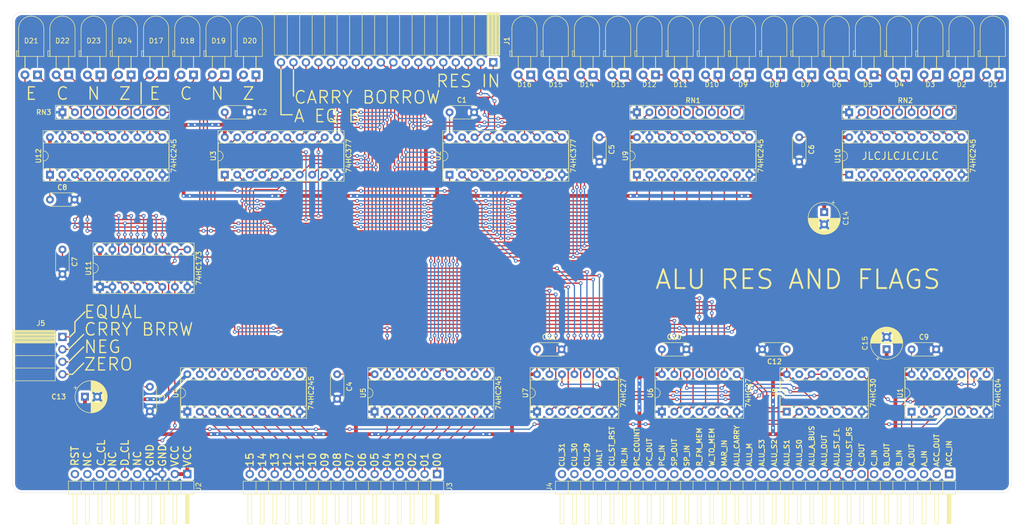
<source format=kicad_pcb>
(kicad_pcb (version 20171130) (host pcbnew "(5.1.5)-3")
  (layers (0 F.Cu signal) (31 B.Cu signal) (34 B.Paste user) (35 F.Paste user) (36 B.SilkS user) (37 F.SilkS user) (38 B.Mask user) (39 F.Mask user) (44 Edge.Cuts user))
  (net 0 "")
  (net 1 GND)
  (net 2 VCC)
  (net 3 "Net-(D1-Pad2)")
  (net 4 "Net-(D1-Pad1)")
  (net 5 "Net-(D2-Pad2)")
  (net 6 "Net-(D2-Pad1)")
  (net 7 "Net-(D3-Pad2)")
  (net 8 "Net-(D3-Pad1)")
  (net 9 "Net-(D4-Pad2)")
  (net 10 "Net-(D4-Pad1)")
  (net 11 "Net-(D5-Pad2)")
  (net 12 "Net-(D5-Pad1)")
  (net 13 "Net-(D6-Pad2)")
  (net 14 "Net-(D6-Pad1)")
  (net 15 "Net-(D7-Pad2)")
  (net 16 "Net-(D7-Pad1)")
  (net 17 "Net-(D8-Pad2)")
  (net 18 "Net-(D8-Pad1)")
  (net 19 "Net-(D9-Pad2)")
  (net 20 "Net-(D9-Pad1)")
  (net 21 "Net-(D10-Pad2)")
  (net 22 "Net-(D10-Pad1)")
  (net 23 "Net-(D11-Pad2)")
  (net 24 "Net-(D11-Pad1)")
  (net 25 "Net-(D12-Pad2)")
  (net 26 "Net-(D12-Pad1)")
  (net 27 "Net-(D13-Pad2)")
  (net 28 "Net-(D13-Pad1)")
  (net 29 "Net-(D14-Pad2)")
  (net 30 "Net-(D14-Pad1)")
  (net 31 "Net-(D15-Pad2)")
  (net 32 "Net-(D15-Pad1)")
  (net 33 "Net-(D16-Pad2)")
  (net 34 "Net-(D16-Pad1)")
  (net 35 /BUF_CLK_A_EQ_B)
  (net 36 "Net-(D17-Pad1)")
  (net 37 /BUF_CLK_CARRYBORROW)
  (net 38 "Net-(D18-Pad1)")
  (net 39 /BUF_CLK_NEGATIVE)
  (net 40 "Net-(D19-Pad1)")
  (net 41 /BUF_CLK_ZERO)
  (net 42 "Net-(D20-Pad1)")
  (net 43 /BUF_A_EQ_B)
  (net 44 "Net-(D21-Pad1)")
  (net 45 /BUF_CARRYBORROW)
  (net 46 "Net-(D22-Pad1)")
  (net 47 /BUF_NEGATIVE)
  (net 48 "Net-(D23-Pad1)")
  (net 49 /BUF_ZERO)
  (net 50 "Net-(D24-Pad1)")
  (net 51 /A_EQ_B)
  (net 52 /CARRYBORROW)
  (net 53 /RES_14)
  (net 54 /RES_13)
  (net 55 /RES_12)
  (net 56 /RES_11)
  (net 57 /RES_10)
  (net 58 /RES_09)
  (net 59 /RES_08)
  (net 60 /RES_07)
  (net 61 /RES_06)
  (net 62 /RES_05)
  (net 63 /RES_04)
  (net 64 /RES_03)
  (net 65 /RES_02)
  (net 66 /RES_01)
  (net 67 /RES_00)
  (net 68 "Net-(J2-Pad10)")
  (net 69 "Net-(J2-Pad9)")
  (net 70 "Net-(J2-Pad8)")
  (net 71 "Net-(J2-Pad7)")
  (net 72 /CLOCK)
  (net 73 "Net-(J2-Pad5)")
  (net 74 /BUS_15)
  (net 75 /BUS_14)
  (net 76 /BUS_13)
  (net 77 /BUS_12)
  (net 78 /BUS_11)
  (net 79 /BUS_10)
  (net 80 /BUS_09)
  (net 81 /BUS_08)
  (net 82 /BUS_07)
  (net 83 /BUS_06)
  (net 84 /BUS_05)
  (net 85 /BUS_04)
  (net 86 /BUS_03)
  (net 87 /BUS_02)
  (net 88 /BUS_01)
  (net 89 /BUS_00)
  (net 90 "Net-(J4-Pad1)")
  (net 91 "Net-(J4-Pad4)")
  (net 92 "Net-(J4-Pad2)")
  (net 93 "Net-(J4-Pad3)")
  (net 94 "Net-(J4-Pad5)")
  (net 95 "Net-(J4-Pad7)")
  (net 96 "Net-(J4-Pad8)")
  (net 97 /STORE_RES)
  (net 98 /STORE_FLAGS)
  (net 99 "Net-(J4-Pad16)")
  (net 100 "Net-(J4-Pad12)")
  (net 101 "Net-(J4-Pad13)")
  (net 102 "Net-(J4-Pad17)")
  (net 103 "Net-(J4-Pad20)")
  (net 104 "Net-(J4-Pad18)")
  (net 105 "Net-(J4-Pad21)")
  (net 106 "Net-(J4-Pad22)")
  (net 107 "Net-(J4-Pad23)")
  (net 108 "Net-(J4-Pad6)")
  (net 109 "Net-(J4-Pad14)")
  (net 110 "Net-(J4-Pad19)")
  (net 111 "Net-(J4-Pad24)")
  (net 112 /RES_OUT)
  (net 113 "Net-(J4-Pad15)")
  (net 114 "Net-(J4-Pad27)")
  (net 115 "Net-(J4-Pad28)")
  (net 116 "Net-(J4-Pad30)")
  (net 117 "Net-(J4-Pad31)")
  (net 118 "Net-(J4-Pad32)")
  (net 119 "Net-(J4-Pad26)")
  (net 120 "Net-(J4-Pad29)")
  (net 121 "Net-(J4-Pad25)")
  (net 122 /CLK_ZERO)
  (net 123 /CLK_NEGATIVE)
  (net 124 /CLK_CARRYBORROW)
  (net 125 /CLK_A_EQ_B)
  (net 126 /ZERO)
  (net 127 "Net-(U1-Pad12)")
  (net 128 /ZERO_BAR)
  (net 129 /STORE_FLAGS_BAR)
  (net 130 "Net-(U1-Pad10)")
  (net 131 /STORE_RES_BAR)
  (net 132 /RES_OUT_BAR)
  (net 133 /CLK_RES_00)
  (net 134 /CLK_RES_04)
  (net 135 /CLK_RES_01)
  (net 136 /CLK_RES_05)
  (net 137 /CLK_RES_02)
  (net 138 /CLK_RES_06)
  (net 139 /CLK_RES_03)
  (net 140 /CLK_RES_07)
  (net 141 /CLK_RES_08)
  (net 142 /CLK_RES_12)
  (net 143 /CLK_RES_09)
  (net 144 /CLK_RES_13)
  (net 145 /CLK_RES_10)
  (net 146 /CLK_RES_14)
  (net 147 /CLK_RES_11)
  (net 148 /CLK_RES_15)
  (net 149 "Net-(U6-Pad6)")
  (net 150 "Net-(U6-Pad12)")
  (net 151 "Net-(U6-Pad8)")
  (net 152 "Net-(U7-Pad6)")
  (net 153 "Net-(U7-Pad12)")
  (net 154 "Net-(U7-Pad8)")
  (net 155 /RES_15)
  (net 156 "Net-(U8-Pad13)")
  (net 157 "Net-(U8-Pad10)")
  (net 158 "Net-(U8-Pad9)")
  (module sixteen-bit-computer:backplane-connector-single-row-annotated (layer F.Cu) (at 241.3 149.86 270)
    (fp_text reference J4 (at 2.54 81.28 90) (layer F.SilkS))
    (fp_text value Control_signal_backplane)
    (fp_text user ACC_IN (at -4.207143 0 90) (layer F.SilkS) (effects (font (size 1.016 1.016) (thickness 0.2032))))
    (fp_text user ACC_OUT (at -4.884477 2.54 90) (layer F.SilkS) (effects (font (size 1.016 1.016) (thickness 0.2032))))
    (fp_text user A_IN (at -3.191143 5.08 90) (layer F.SilkS) (effects (font (size 1.016 1.016) (thickness 0.2032))))
    (fp_text user A_OUT (at -3.868477 7.62 90) (layer F.SilkS) (effects (font (size 1.016 1.016) (thickness 0.2032))))
    (fp_text user B_IN (at -3.263715 10.16 90) (layer F.SilkS) (effects (font (size 1.016 1.016) (thickness 0.2032))))
    (fp_text user B_OUT (at -3.941048 12.7 90) (layer F.SilkS) (effects (font (size 1.016 1.016) (thickness 0.2032))))
    (fp_text user C_IN (at -3.263715 15.24 90) (layer F.SilkS) (effects (font (size 1.016 1.016) (thickness 0.2032))))
    (fp_text user C_OUT (at -3.941048 17.78 90) (layer F.SilkS) (effects (font (size 1.016 1.016) (thickness 0.2032))))
    (fp_text user ALU_ST_RS (at -5.610191 20.32 90) (layer F.SilkS) (effects (font (size 1.016 1.016) (thickness 0.2032))))
    (fp_text user ALU_ST_FL (at -5.465048 22.86 90) (layer F.SilkS) (effects (font (size 1.016 1.016) (thickness 0.2032))))
    (fp_text user ALU_OUT (at -4.811905 25.4 90) (layer F.SilkS) (effects (font (size 1.016 1.016) (thickness 0.2032))))
    (fp_text user ALU_A_BUS (at -5.706953 27.94 90) (layer F.SilkS) (effects (font (size 1.016 1.016) (thickness 0.2032))))
    (fp_text user ALU_S0 (at -4.328096 30.48 90) (layer F.SilkS) (effects (font (size 1.016 1.016) (thickness 0.2032))))
    (fp_text user ALU_S1 (at -4.328096 33.02 90) (layer F.SilkS) (effects (font (size 1.016 1.016) (thickness 0.2032))))
    (fp_text user ALU_S2 (at -4.328096 35.56 90) (layer F.SilkS) (effects (font (size 1.016 1.016) (thickness 0.2032))))
    (fp_text user ALU_S3 (at -4.328096 38.1 90) (layer F.SilkS) (effects (font (size 1.016 1.016) (thickness 0.2032))))
    (fp_text user ALU_M (at -3.941048 40.64 90) (layer F.SilkS) (effects (font (size 1.016 1.016) (thickness 0.2032))))
    (fp_text user ALU_CARRY (at -5.755334 43.18 90) (layer F.SilkS) (effects (font (size 1.016 1.016) (thickness 0.2032))))
    (fp_text user MAR_IN (at -4.279715 45.72 90) (layer F.SilkS) (effects (font (size 1.016 1.016) (thickness 0.2032))))
    (fp_text user W_TO_MEM (at -5.489238 48.26 90) (layer F.SilkS) (effects (font (size 1.016 1.016) (thickness 0.2032))))
    (fp_text user R_FM_MEM (at -5.513429 50.8 90) (layer F.SilkS) (effects (font (size 1.016 1.016) (thickness 0.2032))))
    (fp_text user SP_IN (at -3.747524 53.34 90) (layer F.SilkS) (effects (font (size 1.016 1.016) (thickness 0.2032))))
    (fp_text user SP_OUT (at -4.424857 55.88 90) (layer F.SilkS) (effects (font (size 1.016 1.016) (thickness 0.2032))))
    (fp_text user PC_IN (at -3.771715 58.42 90) (layer F.SilkS) (effects (font (size 1.016 1.016) (thickness 0.2032))))
    (fp_text user PC_OUT (at -4.449048 60.96 90) (layer F.SilkS) (effects (font (size 1.016 1.016) (thickness 0.2032))))
    (fp_text user PC_COUNT (at -5.489238 63.5 90) (layer F.SilkS) (effects (font (size 1.016 1.016) (thickness 0.2032))))
    (fp_text user IR_IN (at -3.505619 66.04 90) (layer F.SilkS) (effects (font (size 1.016 1.016) (thickness 0.2032))))
    (fp_text user CU_ST_RST (at -5.658572 68.58 90) (layer F.SilkS) (effects (font (size 1.016 1.016) (thickness 0.2032))))
    (fp_text user HALT (at -3.302 71.12 90) (layer F.SilkS) (effects (font (size 1.016 1.016) (thickness 0.2032))))
    (fp_text user CU_29 (at -3.930952 73.66 90) (layer F.SilkS) (effects (font (size 1.016 1.016) (thickness 0.2032))))
    (fp_text user CU_30 (at -3.930952 76.2 90) (layer F.SilkS) (effects (font (size 1.016 1.016) (thickness 0.2032))))
    (fp_text user CU_31 (at -3.930952 78.74 90) (layer F.SilkS) (effects (font (size 1.016 1.016) (thickness 0.2032))))
    (pad 1 thru_hole rect (at 0 0 270) (size 1.7 1.7) (drill 1) (layers *.Cu *.Mask) (net 90 "Net-(J4-Pad1)"))
    (pad 2 thru_hole oval (at 0 2.54 270) (size 1.7 1.7) (drill 1) (layers *.Cu *.Mask) (net 92 "Net-(J4-Pad2)"))
    (pad 3 thru_hole oval (at 0 5.08 270) (size 1.7 1.7) (drill 1) (layers *.Cu *.Mask) (net 93 "Net-(J4-Pad3)"))
    (pad 4 thru_hole oval (at 0 7.62 270) (size 1.7 1.7) (drill 1) (layers *.Cu *.Mask) (net 91 "Net-(J4-Pad4)"))
    (pad 5 thru_hole oval (at 0 10.16 270) (size 1.7 1.7) (drill 1) (layers *.Cu *.Mask) (net 94 "Net-(J4-Pad5)"))
    (pad 6 thru_hole oval (at 0 12.7 270) (size 1.7 1.7) (drill 1) (layers *.Cu *.Mask) (net 108 "Net-(J4-Pad6)"))
    (pad 7 thru_hole oval (at 0 15.24 270) (size 1.7 1.7) (drill 1) (layers *.Cu *.Mask) (net 95 "Net-(J4-Pad7)"))
    (pad 8 thru_hole oval (at 0 17.78 270) (size 1.7 1.7) (drill 1) (layers *.Cu *.Mask) (net 96 "Net-(J4-Pad8)"))
    (pad 9 thru_hole oval (at 0 20.32 270) (size 1.7 1.7) (drill 1) (layers *.Cu *.Mask) (net 97 /STORE_RES))
    (pad 10 thru_hole oval (at 0 22.86 270) (size 1.7 1.7) (drill 1) (layers *.Cu *.Mask) (net 98 /STORE_FLAGS))
    (pad 11 thru_hole oval (at 0 25.4 270) (size 1.7 1.7) (drill 1) (layers *.Cu *.Mask) (net 112 /RES_OUT))
    (pad 12 thru_hole oval (at 0 27.94 270) (size 1.7 1.7) (drill 1) (layers *.Cu *.Mask) (net 100 "Net-(J4-Pad12)"))
    (pad 13 thru_hole oval (at 0 30.48 270) (size 1.7 1.7) (drill 1) (layers *.Cu *.Mask) (net 101 "Net-(J4-Pad13)"))
    (pad 14 thru_hole oval (at 0 33.02 270) (size 1.7 1.7) (drill 1) (layers *.Cu *.Mask) (net 109 "Net-(J4-Pad14)"))
    (pad 15 thru_hole oval (at 0 35.56 270) (size 1.7 1.7) (drill 1) (layers *.Cu *.Mask) (net 113 "Net-(J4-Pad15)"))
    (pad 16 thru_hole oval (at 0 38.1 270) (size 1.7 1.7) (drill 1) (layers *.Cu *.Mask) (net 99 "Net-(J4-Pad16)"))
    (pad 17 thru_hole oval (at 0 40.64 270) (size 1.7 1.7) (drill 1) (layers *.Cu *.Mask) (net 102 "Net-(J4-Pad17)"))
    (pad 18 thru_hole oval (at 0 43.18 270) (size 1.7 1.7) (drill 1) (layers *.Cu *.Mask) (net 104 "Net-(J4-Pad18)"))
    (pad 19 thru_hole oval (at 0 45.72 270) (size 1.7 1.7) (drill 1) (layers *.Cu *.Mask) (net 110 "Net-(J4-Pad19)"))
    (pad 20 thru_hole oval (at 0 48.26 270) (size 1.7 1.7) (drill 1) (layers *.Cu *.Mask) (net 103 "Net-(J4-Pad20)"))
    (pad 21 thru_hole oval (at 0 50.8 270) (size 1.7 1.7) (drill 1) (layers *.Cu *.Mask) (net 105 "Net-(J4-Pad21)"))
    (pad 22 thru_hole oval (at 0 53.34 270) (size 1.7 1.7) (drill 1) (layers *.Cu *.Mask) (net 106 "Net-(J4-Pad22)"))
    (pad 23 thru_hole oval (at 0 55.88 270) (size 1.7 1.7) (drill 1) (layers *.Cu *.Mask) (net 107 "Net-(J4-Pad23)"))
    (pad 24 thru_hole oval (at 0 58.42 270) (size 1.7 1.7) (drill 1) (layers *.Cu *.Mask) (net 111 "Net-(J4-Pad24)"))
    (pad 25 thru_hole oval (at 0 60.96 270) (size 1.7 1.7) (drill 1) (layers *.Cu *.Mask) (net 121 "Net-(J4-Pad25)"))
    (pad 26 thru_hole oval (at 0 63.5 270) (size 1.7 1.7) (drill 1) (layers *.Cu *.Mask) (net 119 "Net-(J4-Pad26)"))
    (pad 27 thru_hole oval (at 0 66.04 270) (size 1.7 1.7) (drill 1) (layers *.Cu *.Mask) (net 114 "Net-(J4-Pad27)"))
    (pad 28 thru_hole oval (at 0 68.58 270) (size 1.7 1.7) (drill 1) (layers *.Cu *.Mask) (net 115 "Net-(J4-Pad28)"))
    (pad 29 thru_hole oval (at 0 71.12 270) (size 1.7 1.7) (drill 1) (layers *.Cu *.Mask) (net 120 "Net-(J4-Pad29)"))
    (pad 30 thru_hole oval (at 0 73.66 270) (size 1.7 1.7) (drill 1) (layers *.Cu *.Mask) (net 116 "Net-(J4-Pad30)"))
    (pad 31 thru_hole oval (at 0 76.2 270) (size 1.7 1.7) (drill 1) (layers *.Cu *.Mask) (net 117 "Net-(J4-Pad31)"))
    (pad 32 thru_hole oval (at 0 78.74 270) (size 1.7 1.7) (drill 1) (layers *.Cu *.Mask) (net 118 "Net-(J4-Pad32)"))
  )
  (module sixteen-bit-computer:bus-connection (layer F.Cu) (at 137.16 149.86 270)
    (fp_text reference J3 (at 2.54 -2.54 90) (layer F.SilkS))
    (fp_text value Bus_connection)
    (fp_text user 00 (at -2.921 0 270) (layer F.SilkS) (effects (font (size 1.5 1.5) (thickness 0.25))))
    (fp_text user 01 (at -2.921 2.54 270) (layer F.SilkS) (effects (font (size 1.5 1.5) (thickness 0.25))))
    (fp_text user 02 (at -2.921 5.08 270) (layer F.SilkS) (effects (font (size 1.5 1.5) (thickness 0.25))))
    (fp_text user 03 (at -2.921 7.62 90) (layer F.SilkS) (effects (font (size 1.5 1.5) (thickness 0.25))))
    (fp_text user 04 (at -2.921 10.16 90) (layer F.SilkS) (effects (font (size 1.5 1.5) (thickness 0.25))))
    (fp_text user 05 (at -2.921 12.7 90) (layer F.SilkS) (effects (font (size 1.5 1.5) (thickness 0.25))))
    (fp_text user 06 (at -2.921 15.24 90) (layer F.SilkS) (effects (font (size 1.5 1.5) (thickness 0.25))))
    (fp_text user 07 (at -2.921 17.78 90) (layer F.SilkS) (effects (font (size 1.5 1.5) (thickness 0.25))))
    (fp_text user 08 (at -2.921 20.32 90) (layer F.SilkS) (effects (font (size 1.5 1.5) (thickness 0.25))))
    (fp_text user 09 (at -2.921 22.86 90) (layer F.SilkS) (effects (font (size 1.5 1.5) (thickness 0.25))))
    (fp_text user 10 (at -2.921 25.4 90) (layer F.SilkS) (effects (font (size 1.5 1.5) (thickness 0.25))))
    (fp_text user 11 (at -2.921 27.94 90) (layer F.SilkS) (effects (font (size 1.5 1.5) (thickness 0.25))))
    (fp_text user 12 (at -2.921 30.48 90) (layer F.SilkS) (effects (font (size 1.5 1.5) (thickness 0.25))))
    (fp_text user 13 (at -2.921 33.02 90) (layer F.SilkS) (effects (font (size 1.5 1.5) (thickness 0.25))))
    (fp_text user 14 (at -2.921 35.56 90) (layer F.SilkS) (effects (font (size 1.5 1.5) (thickness 0.25))))
    (fp_text user 15 (at -2.921 38.1 90) (layer F.SilkS) (effects (font (size 1.5 1.5) (thickness 0.25))))
    (pad 1 thru_hole rect (at 0 0 270) (size 1.7 1.7) (drill 1) (layers *.Cu *.Mask) (net 89 /BUS_00))
    (pad 2 thru_hole oval (at 0 2.54 270) (size 1.7 1.7) (drill 1) (layers *.Cu *.Mask) (net 88 /BUS_01))
    (pad 3 thru_hole oval (at 0 5.08 270) (size 1.7 1.7) (drill 1) (layers *.Cu *.Mask) (net 87 /BUS_02))
    (pad 4 thru_hole oval (at 0 7.62 270) (size 1.7 1.7) (drill 1) (layers *.Cu *.Mask) (net 86 /BUS_03))
    (pad 5 thru_hole oval (at 0 10.16 270) (size 1.7 1.7) (drill 1) (layers *.Cu *.Mask) (net 85 /BUS_04))
    (pad 6 thru_hole oval (at 0 12.7 270) (size 1.7 1.7) (drill 1) (layers *.Cu *.Mask) (net 84 /BUS_05))
    (pad 7 thru_hole oval (at 0 15.24 270) (size 1.7 1.7) (drill 1) (layers *.Cu *.Mask) (net 83 /BUS_06))
    (pad 8 thru_hole oval (at 0 17.78 270) (size 1.7 1.7) (drill 1) (layers *.Cu *.Mask) (net 82 /BUS_07))
    (pad 9 thru_hole oval (at 0 20.32 270) (size 1.7 1.7) (drill 1) (layers *.Cu *.Mask) (net 81 /BUS_08))
    (pad 10 thru_hole oval (at 0 22.86 270) (size 1.7 1.7) (drill 1) (layers *.Cu *.Mask) (net 80 /BUS_09))
    (pad 11 thru_hole oval (at 0 25.4 270) (size 1.7 1.7) (drill 1) (layers *.Cu *.Mask) (net 79 /BUS_10))
    (pad 12 thru_hole oval (at 0 27.94 270) (size 1.7 1.7) (drill 1) (layers *.Cu *.Mask) (net 78 /BUS_11))
    (pad 13 thru_hole oval (at 0 30.48 270) (size 1.7 1.7) (drill 1) (layers *.Cu *.Mask) (net 77 /BUS_12))
    (pad 14 thru_hole oval (at 0 33.02 270) (size 1.7 1.7) (drill 1) (layers *.Cu *.Mask) (net 76 /BUS_13))
    (pad 15 thru_hole oval (at 0 35.56 270) (size 1.7 1.7) (drill 1) (layers *.Cu *.Mask) (net 75 /BUS_14))
    (pad 16 thru_hole oval (at 0 38.1 270) (size 1.7 1.7) (drill 1) (layers *.Cu *.Mask) (net 74 /BUS_15))
  )
  (module sixteen-bit-computer:aux-connection (layer F.Cu) (at 86.36 149.86 270)
    (fp_text reference J2 (at 2.54 -2.27 90) (layer F.SilkS))
    (fp_text value Aux_connection)
    (fp_text user VCC (at -3.683 0 90) (layer F.SilkS) (effects (font (size 1.5 1.5) (thickness 0.25))))
    (fp_text user VCC (at -3.683 2.54 90) (layer F.SilkS) (effects (font (size 1.5 1.5) (thickness 0.25))))
    (fp_text user GND (at -3.81 5.08 90) (layer F.SilkS) (effects (font (size 1.5 1.5) (thickness 0.25))))
    (fp_text user GND (at -3.81 7.62 90) (layer F.SilkS) (effects (font (size 1.5 1.5) (thickness 0.25))))
    (fp_text user NC (at -3.175 10.16 90) (layer F.SilkS) (effects (font (size 1.5 1.5) (thickness 0.25))))
    (fp_text user NC (at -3.048 15.24 90) (layer F.SilkS) (effects (font (size 1.5 1.5) (thickness 0.25))))
    (fp_text user NC (at -3.048 20.32 90) (layer F.SilkS) (effects (font (size 1.5 1.5) (thickness 0.25))))
    (fp_text user D_CL (at -4.318 12.7 90) (layer F.SilkS) (effects (font (size 1.5 1.5) (thickness 0.25))))
    (fp_text user C_CL (at -4.318 17.526 90) (layer F.SilkS) (effects (font (size 1.5 1.5) (thickness 0.25))))
    (fp_text user RST (at -3.683 22.86 90) (layer F.SilkS) (effects (font (size 1.5 1.5) (thickness 0.25))))
    (pad 1 thru_hole rect (at 0 0 270) (size 1.7 1.7) (drill 1) (layers *.Cu *.Mask) (net 2 VCC))
    (pad 2 thru_hole oval (at 0 2.54 270) (size 1.7 1.7) (drill 1) (layers *.Cu *.Mask) (net 2 VCC))
    (pad 3 thru_hole oval (at 0 5.08 270) (size 1.7 1.7) (drill 1) (layers *.Cu *.Mask) (net 1 GND))
    (pad 4 thru_hole oval (at 0 7.62 270) (size 1.7 1.7) (drill 1) (layers *.Cu *.Mask) (net 1 GND))
    (pad 5 thru_hole oval (at 0 10.16 270) (size 1.7 1.7) (drill 1) (layers *.Cu *.Mask) (net 73 "Net-(J2-Pad5)"))
    (pad 6 thru_hole oval (at 0 12.7 270) (size 1.7 1.7) (drill 1) (layers *.Cu *.Mask) (net 72 /CLOCK))
    (pad 7 thru_hole oval (at 0 15.24 270) (size 1.7 1.7) (drill 1) (layers *.Cu *.Mask) (net 71 "Net-(J2-Pad7)"))
    (pad 8 thru_hole oval (at 0 17.78 270) (size 1.7 1.7) (drill 1) (layers *.Cu *.Mask) (net 70 "Net-(J2-Pad8)"))
    (pad 9 thru_hole oval (at 0 20.32 270) (size 1.7 1.7) (drill 1) (layers *.Cu *.Mask) (net 69 "Net-(J2-Pad9)"))
    (pad 10 thru_hole oval (at 0 22.86 270) (size 1.7 1.7) (drill 1) (layers *.Cu *.Mask) (net 68 "Net-(J2-Pad10)"))
  )
  (module sixteen-bit-computer:LED_D5.0mm_Horizontal_O3.81mm_Z3.0mm (layer F.Cu) (at 74.93 68.58 180)
    (fp_text reference D24 (at 1.27 6.93) (layer F.SilkS))
    (fp_text value LED)
    (pad 2 thru_hole circle (at 2.54 0 180) (size 1.8 1.8) (drill 0.9) (layers *.Cu *.Mask) (net 49 /BUF_ZERO))
    (pad 1 thru_hole rect (at 0 0 180) (size 1.8 1.8) (drill 0.9) (layers *.Cu *.Mask) (net 50 "Net-(D24-Pad1)"))
  )
  (module sixteen-bit-computer:LED_D5.0mm_Horizontal_O3.81mm_Z3.0mm (layer F.Cu) (at 68.58 68.58 180)
    (fp_text reference D23 (at 1.27 6.93) (layer F.SilkS))
    (fp_text value LED)
    (pad 2 thru_hole circle (at 2.54 0 180) (size 1.8 1.8) (drill 0.9) (layers *.Cu *.Mask) (net 47 /BUF_NEGATIVE))
    (pad 1 thru_hole rect (at 0 0 180) (size 1.8 1.8) (drill 0.9) (layers *.Cu *.Mask) (net 48 "Net-(D23-Pad1)"))
  )
  (module sixteen-bit-computer:LED_D5.0mm_Horizontal_O3.81mm_Z3.0mm (layer F.Cu) (at 62.23 68.58 180)
    (fp_text reference D22 (at 1.27 6.93) (layer F.SilkS))
    (fp_text value LED)
    (pad 2 thru_hole circle (at 2.54 0 180) (size 1.8 1.8) (drill 0.9) (layers *.Cu *.Mask) (net 45 /BUF_CARRYBORROW))
    (pad 1 thru_hole rect (at 0 0 180) (size 1.8 1.8) (drill 0.9) (layers *.Cu *.Mask) (net 46 "Net-(D22-Pad1)"))
  )
  (module sixteen-bit-computer:LED_D5.0mm_Horizontal_O3.81mm_Z3.0mm (layer F.Cu) (at 55.88 68.58 180)
    (fp_text reference D21 (at 1.27 6.93) (layer F.SilkS))
    (fp_text value LED)
    (pad 2 thru_hole circle (at 2.54 0 180) (size 1.8 1.8) (drill 0.9) (layers *.Cu *.Mask) (net 43 /BUF_A_EQ_B))
    (pad 1 thru_hole rect (at 0 0 180) (size 1.8 1.8) (drill 0.9) (layers *.Cu *.Mask) (net 44 "Net-(D21-Pad1)"))
  )
  (module sixteen-bit-computer:LED_D5.0mm_Horizontal_O3.81mm_Z3.0mm (layer F.Cu) (at 100.33 68.58 180)
    (fp_text reference D20 (at 1.27 6.93) (layer F.SilkS))
    (fp_text value LED)
    (pad 2 thru_hole circle (at 2.54 0 180) (size 1.8 1.8) (drill 0.9) (layers *.Cu *.Mask) (net 41 /BUF_CLK_ZERO))
    (pad 1 thru_hole rect (at 0 0 180) (size 1.8 1.8) (drill 0.9) (layers *.Cu *.Mask) (net 42 "Net-(D20-Pad1)"))
  )
  (module sixteen-bit-computer:LED_D5.0mm_Horizontal_O3.81mm_Z3.0mm (layer F.Cu) (at 93.98 68.58 180)
    (fp_text reference D19 (at 1.27 6.93) (layer F.SilkS))
    (fp_text value LED)
    (pad 2 thru_hole circle (at 2.54 0 180) (size 1.8 1.8) (drill 0.9) (layers *.Cu *.Mask) (net 39 /BUF_CLK_NEGATIVE))
    (pad 1 thru_hole rect (at 0 0 180) (size 1.8 1.8) (drill 0.9) (layers *.Cu *.Mask) (net 40 "Net-(D19-Pad1)"))
  )
  (module sixteen-bit-computer:LED_D5.0mm_Horizontal_O3.81mm_Z3.0mm (layer F.Cu) (at 87.63 68.58 180)
    (fp_text reference D18 (at 1.27 6.93) (layer F.SilkS))
    (fp_text value LED)
    (pad 2 thru_hole circle (at 2.54 0 180) (size 1.8 1.8) (drill 0.9) (layers *.Cu *.Mask) (net 37 /BUF_CLK_CARRYBORROW))
    (pad 1 thru_hole rect (at 0 0 180) (size 1.8 1.8) (drill 0.9) (layers *.Cu *.Mask) (net 38 "Net-(D18-Pad1)"))
  )
  (module sixteen-bit-computer:LED_D5.0mm_Horizontal_O3.81mm_Z3.0mm (layer F.Cu) (at 81.28 68.58 180)
    (fp_text reference D17 (at 1.27 6.93) (layer F.SilkS))
    (fp_text value LED)
    (pad 2 thru_hole circle (at 2.54 0 180) (size 1.8 1.8) (drill 0.9) (layers *.Cu *.Mask) (net 35 /BUF_CLK_A_EQ_B))
    (pad 1 thru_hole rect (at 0 0 180) (size 1.8 1.8) (drill 0.9) (layers *.Cu *.Mask) (net 36 "Net-(D17-Pad1)"))
  )
  (module sixteen-bit-computer:LED_D5.0mm_Horizontal_O3.81mm_Z3.0mm (layer F.Cu) (at 156.21 68.58 180)
    (fp_text reference D16 (at 1.27 -1.96) (layer F.SilkS))
    (fp_text value LED)
    (pad 2 thru_hole circle (at 2.54 0 180) (size 1.8 1.8) (drill 0.9) (layers *.Cu *.Mask) (net 33 "Net-(D16-Pad2)"))
    (pad 1 thru_hole rect (at 0 0 180) (size 1.8 1.8) (drill 0.9) (layers *.Cu *.Mask) (net 34 "Net-(D16-Pad1)"))
  )
  (module sixteen-bit-computer:LED_D5.0mm_Horizontal_O3.81mm_Z3.0mm (layer F.Cu) (at 162.56 68.58 180)
    (fp_text reference D15 (at 1.27 -1.96) (layer F.SilkS))
    (fp_text value LED)
    (pad 2 thru_hole circle (at 2.54 0 180) (size 1.8 1.8) (drill 0.9) (layers *.Cu *.Mask) (net 31 "Net-(D15-Pad2)"))
    (pad 1 thru_hole rect (at 0 0 180) (size 1.8 1.8) (drill 0.9) (layers *.Cu *.Mask) (net 32 "Net-(D15-Pad1)"))
  )
  (module sixteen-bit-computer:LED_D5.0mm_Horizontal_O3.81mm_Z3.0mm (layer F.Cu) (at 168.91 68.58 180)
    (fp_text reference D14 (at 1.27 -1.96) (layer F.SilkS))
    (fp_text value LED)
    (pad 2 thru_hole circle (at 2.54 0 180) (size 1.8 1.8) (drill 0.9) (layers *.Cu *.Mask) (net 29 "Net-(D14-Pad2)"))
    (pad 1 thru_hole rect (at 0 0 180) (size 1.8 1.8) (drill 0.9) (layers *.Cu *.Mask) (net 30 "Net-(D14-Pad1)"))
  )
  (module sixteen-bit-computer:LED_D5.0mm_Horizontal_O3.81mm_Z3.0mm (layer F.Cu) (at 175.26 68.58 180)
    (fp_text reference D13 (at 1.27 -1.96) (layer F.SilkS))
    (fp_text value LED)
    (pad 2 thru_hole circle (at 2.54 0 180) (size 1.8 1.8) (drill 0.9) (layers *.Cu *.Mask) (net 27 "Net-(D13-Pad2)"))
    (pad 1 thru_hole rect (at 0 0 180) (size 1.8 1.8) (drill 0.9) (layers *.Cu *.Mask) (net 28 "Net-(D13-Pad1)"))
  )
  (module sixteen-bit-computer:LED_D5.0mm_Horizontal_O3.81mm_Z3.0mm (layer F.Cu) (at 181.61 68.58 180)
    (fp_text reference D12 (at 1.27 -1.96) (layer F.SilkS))
    (fp_text value LED)
    (pad 2 thru_hole circle (at 2.54 0 180) (size 1.8 1.8) (drill 0.9) (layers *.Cu *.Mask) (net 25 "Net-(D12-Pad2)"))
    (pad 1 thru_hole rect (at 0 0 180) (size 1.8 1.8) (drill 0.9) (layers *.Cu *.Mask) (net 26 "Net-(D12-Pad1)"))
  )
  (module sixteen-bit-computer:LED_D5.0mm_Horizontal_O3.81mm_Z3.0mm (layer F.Cu) (at 187.96 68.58 180)
    (fp_text reference D11 (at 1.27 -1.96) (layer F.SilkS))
    (fp_text value LED)
    (pad 2 thru_hole circle (at 2.54 0 180) (size 1.8 1.8) (drill 0.9) (layers *.Cu *.Mask) (net 23 "Net-(D11-Pad2)"))
    (pad 1 thru_hole rect (at 0 0 180) (size 1.8 1.8) (drill 0.9) (layers *.Cu *.Mask) (net 24 "Net-(D11-Pad1)"))
  )
  (module sixteen-bit-computer:LED_D5.0mm_Horizontal_O3.81mm_Z3.0mm (layer F.Cu) (at 194.31 68.58 180)
    (fp_text reference D10 (at 1.27 -1.96) (layer F.SilkS))
    (fp_text value LED)
    (pad 2 thru_hole circle (at 2.54 0 180) (size 1.8 1.8) (drill 0.9) (layers *.Cu *.Mask) (net 21 "Net-(D10-Pad2)"))
    (pad 1 thru_hole rect (at 0 0 180) (size 1.8 1.8) (drill 0.9) (layers *.Cu *.Mask) (net 22 "Net-(D10-Pad1)"))
  )
  (module sixteen-bit-computer:LED_D5.0mm_Horizontal_O3.81mm_Z3.0mm (layer F.Cu) (at 200.66 68.58 180)
    (fp_text reference D9 (at 1.27 -1.96) (layer F.SilkS))
    (fp_text value LED)
    (pad 2 thru_hole circle (at 2.54 0 180) (size 1.8 1.8) (drill 0.9) (layers *.Cu *.Mask) (net 19 "Net-(D9-Pad2)"))
    (pad 1 thru_hole rect (at 0 0 180) (size 1.8 1.8) (drill 0.9) (layers *.Cu *.Mask) (net 20 "Net-(D9-Pad1)"))
  )
  (module sixteen-bit-computer:LED_D5.0mm_Horizontal_O3.81mm_Z3.0mm (layer F.Cu) (at 207.01 68.58 180)
    (fp_text reference D8 (at 1.27 -1.96) (layer F.SilkS))
    (fp_text value LED)
    (pad 2 thru_hole circle (at 2.54 0 180) (size 1.8 1.8) (drill 0.9) (layers *.Cu *.Mask) (net 17 "Net-(D8-Pad2)"))
    (pad 1 thru_hole rect (at 0 0 180) (size 1.8 1.8) (drill 0.9) (layers *.Cu *.Mask) (net 18 "Net-(D8-Pad1)"))
  )
  (module sixteen-bit-computer:LED_D5.0mm_Horizontal_O3.81mm_Z3.0mm (layer F.Cu) (at 213.36 68.58 180)
    (fp_text reference D7 (at 1.27 -1.96) (layer F.SilkS))
    (fp_text value LED)
    (pad 2 thru_hole circle (at 2.54 0 180) (size 1.8 1.8) (drill 0.9) (layers *.Cu *.Mask) (net 15 "Net-(D7-Pad2)"))
    (pad 1 thru_hole rect (at 0 0 180) (size 1.8 1.8) (drill 0.9) (layers *.Cu *.Mask) (net 16 "Net-(D7-Pad1)"))
  )
  (module sixteen-bit-computer:LED_D5.0mm_Horizontal_O3.81mm_Z3.0mm (layer F.Cu) (at 219.71 68.58 180)
    (fp_text reference D6 (at 1.27 -1.96) (layer F.SilkS))
    (fp_text value LED)
    (pad 2 thru_hole circle (at 2.54 0 180) (size 1.8 1.8) (drill 0.9) (layers *.Cu *.Mask) (net 13 "Net-(D6-Pad2)"))
    (pad 1 thru_hole rect (at 0 0 180) (size 1.8 1.8) (drill 0.9) (layers *.Cu *.Mask) (net 14 "Net-(D6-Pad1)"))
  )
  (module sixteen-bit-computer:LED_D5.0mm_Horizontal_O3.81mm_Z3.0mm (layer F.Cu) (at 226.06 68.58 180)
    (fp_text reference D5 (at 1.27 -1.96) (layer F.SilkS))
    (fp_text value LED)
    (pad 2 thru_hole circle (at 2.54 0 180) (size 1.8 1.8) (drill 0.9) (layers *.Cu *.Mask) (net 11 "Net-(D5-Pad2)"))
    (pad 1 thru_hole rect (at 0 0 180) (size 1.8 1.8) (drill 0.9) (layers *.Cu *.Mask) (net 12 "Net-(D5-Pad1)"))
  )
  (module sixteen-bit-computer:LED_D5.0mm_Horizontal_O3.81mm_Z3.0mm (layer F.Cu) (at 232.41 68.58 180)
    (fp_text reference D4 (at 1.27 -1.96) (layer F.SilkS))
    (fp_text value LED)
    (pad 2 thru_hole circle (at 2.54 0 180) (size 1.8 1.8) (drill 0.9) (layers *.Cu *.Mask) (net 9 "Net-(D4-Pad2)"))
    (pad 1 thru_hole rect (at 0 0 180) (size 1.8 1.8) (drill 0.9) (layers *.Cu *.Mask) (net 10 "Net-(D4-Pad1)"))
  )
  (module sixteen-bit-computer:LED_D5.0mm_Horizontal_O3.81mm_Z3.0mm (layer F.Cu) (at 238.76 68.58 180)
    (fp_text reference D3 (at 1.27 -1.96) (layer F.SilkS))
    (fp_text value LED)
    (pad 2 thru_hole circle (at 2.54 0 180) (size 1.8 1.8) (drill 0.9) (layers *.Cu *.Mask) (net 7 "Net-(D3-Pad2)"))
    (pad 1 thru_hole rect (at 0 0 180) (size 1.8 1.8) (drill 0.9) (layers *.Cu *.Mask) (net 8 "Net-(D3-Pad1)"))
  )
  (module sixteen-bit-computer:LED_D5.0mm_Horizontal_O3.81mm_Z3.0mm (layer F.Cu) (at 245.11 68.58 180)
    (fp_text reference D2 (at 1.27 -1.96) (layer F.SilkS))
    (fp_text value LED)
    (pad 2 thru_hole circle (at 2.54 0 180) (size 1.8 1.8) (drill 0.9) (layers *.Cu *.Mask) (net 5 "Net-(D2-Pad2)"))
    (pad 1 thru_hole rect (at 0 0 180) (size 1.8 1.8) (drill 0.9) (layers *.Cu *.Mask) (net 6 "Net-(D2-Pad1)"))
  )
  (module sixteen-bit-computer:LED_D5.0mm_Horizontal_O3.81mm_Z3.0mm (layer F.Cu) (at 251.46 68.58 180)
    (fp_text reference D1 (at 1.27 -1.96) (layer F.SilkS))
    (fp_text value LED)
    (pad 2 thru_hole circle (at 2.54 0 180) (size 1.8 1.8) (drill 0.9) (layers *.Cu *.Mask) (net 3 "Net-(D1-Pad2)"))
    (pad 1 thru_hole rect (at 0 0 180) (size 1.8 1.8) (drill 0.9) (layers *.Cu *.Mask) (net 4 "Net-(D1-Pad1)"))
  )
  (module Capacitor_THT:CP_Radial_D6.3mm_P2.50mm (layer F.Cu) (at 228.6 124.46 90)
    (fp_text reference C15 (at 1.25 -4.4 90) (layer F.SilkS))
    (fp_text value 33uF)
    (pad 2 thru_hole circle (at 2.5 0 90) (size 1.6 1.6) (drill 0.8) (layers *.Cu *.Mask) (net 1 GND))
    (pad 1 thru_hole rect (at 0 0 90) (size 1.6 1.6) (drill 0.8) (layers *.Cu *.Mask) (net 2 VCC))
  )
  (module Capacitor_THT:CP_Radial_D6.3mm_P2.50mm (layer F.Cu) (at 215.9 96.52 270)
    (fp_text reference C14 (at 1.25 -4.4 90) (layer F.SilkS))
    (fp_text value 33uF)
    (pad 2 thru_hole circle (at 2.5 0 270) (size 1.6 1.6) (drill 0.8) (layers *.Cu *.Mask) (net 1 GND))
    (pad 1 thru_hole rect (at 0 0 270) (size 1.6 1.6) (drill 0.8) (layers *.Cu *.Mask) (net 2 VCC))
  )
  (module Capacitor_THT:CP_Radial_D6.3mm_P2.50mm (layer F.Cu) (at 65.532 134.112)
    (fp_text reference C13 (at -5.334 0) (layer F.SilkS) (effects (font (size 1.016 1.016) (thickness 0.1778))))
    (fp_text value 33uF)
    (pad 2 thru_hole circle (at 2.5 0) (size 1.6 1.6) (drill 0.8) (layers *.Cu *.Mask) (net 1 GND))
    (pad 1 thru_hole rect (at 0 0) (size 1.6 1.6) (drill 0.8) (layers *.Cu *.Mask) (net 2 VCC))
  )
  (module Connector_PinSocket_2.54mm:PinSocket_1x18_P2.54mm_Horizontal (layer F.Cu) (at 148.59 66.04 270)
    (fp_text reference J1 (at -4.38 -2.77 90) (layer F.SilkS) (effects (font (size 1.016 1.016) (thickness 0.1778))))
    (fp_text value RES_CRRYBRRW_EQ_IN)
    (pad 18 thru_hole oval (at 0 43.18 270) (size 1.7 1.7) (drill 1) (layers *.Cu *.Mask) (net 51 /A_EQ_B))
    (pad 17 thru_hole oval (at 0 40.64 270) (size 1.7 1.7) (drill 1) (layers *.Cu *.Mask) (net 52 /CARRYBORROW))
    (pad 16 thru_hole oval (at 0 38.1 270) (size 1.7 1.7) (drill 1) (layers *.Cu *.Mask) (net 155 /RES_15))
    (pad 15 thru_hole oval (at 0 35.56 270) (size 1.7 1.7) (drill 1) (layers *.Cu *.Mask) (net 53 /RES_14))
    (pad 14 thru_hole oval (at 0 33.02 270) (size 1.7 1.7) (drill 1) (layers *.Cu *.Mask) (net 54 /RES_13))
    (pad 13 thru_hole oval (at 0 30.48 270) (size 1.7 1.7) (drill 1) (layers *.Cu *.Mask) (net 55 /RES_12))
    (pad 12 thru_hole oval (at 0 27.94 270) (size 1.7 1.7) (drill 1) (layers *.Cu *.Mask) (net 56 /RES_11))
    (pad 11 thru_hole oval (at 0 25.4 270) (size 1.7 1.7) (drill 1) (layers *.Cu *.Mask) (net 57 /RES_10))
    (pad 10 thru_hole oval (at 0 22.86 270) (size 1.7 1.7) (drill 1) (layers *.Cu *.Mask) (net 58 /RES_09))
    (pad 9 thru_hole oval (at 0 20.32 270) (size 1.7 1.7) (drill 1) (layers *.Cu *.Mask) (net 59 /RES_08))
    (pad 8 thru_hole oval (at 0 17.78 270) (size 1.7 1.7) (drill 1) (layers *.Cu *.Mask) (net 60 /RES_07))
    (pad 7 thru_hole oval (at 0 15.24 270) (size 1.7 1.7) (drill 1) (layers *.Cu *.Mask) (net 61 /RES_06))
    (pad 6 thru_hole oval (at 0 12.7 270) (size 1.7 1.7) (drill 1) (layers *.Cu *.Mask) (net 62 /RES_05))
    (pad 5 thru_hole oval (at 0 10.16 270) (size 1.7 1.7) (drill 1) (layers *.Cu *.Mask) (net 63 /RES_04))
    (pad 4 thru_hole oval (at 0 7.62 270) (size 1.7 1.7) (drill 1) (layers *.Cu *.Mask) (net 64 /RES_03))
    (pad 3 thru_hole oval (at 0 5.08 270) (size 1.7 1.7) (drill 1) (layers *.Cu *.Mask) (net 65 /RES_02))
    (pad 2 thru_hole oval (at 0 2.54 270) (size 1.7 1.7) (drill 1) (layers *.Cu *.Mask) (net 66 /RES_01))
    (pad 1 thru_hole rect (at 0 0 270) (size 1.7 1.7) (drill 1) (layers *.Cu *.Mask) (net 67 /RES_00))
  )
  (module Package_DIP:DIP-14_W7.62mm_Socket (layer F.Cu) (at 208.28 137.16 90)
    (fp_text reference U8 (at 3.81 -2.33 90) (layer F.SilkS) (effects (font (size 1.016 1.016) (thickness 0.1778))))
    (fp_text value 74HC30 (at 3.81 17.57 90) (layer F.SilkS) (effects (font (size 1.016 1.016) (thickness 0.1778))))
    (pad 14 thru_hole oval (at 7.62 0 90) (size 1.6 1.6) (drill 0.8) (layers *.Cu *.Mask) (net 2 VCC))
    (pad 7 thru_hole oval (at 0 15.24 90) (size 1.6 1.6) (drill 0.8) (layers *.Cu *.Mask) (net 1 GND))
    (pad 13 thru_hole oval (at 7.62 2.54 90) (size 1.6 1.6) (drill 0.8) (layers *.Cu *.Mask) (net 156 "Net-(U8-Pad13)"))
    (pad 6 thru_hole oval (at 0 12.7 90) (size 1.6 1.6) (drill 0.8) (layers *.Cu *.Mask) (net 154 "Net-(U7-Pad8)"))
    (pad 12 thru_hole oval (at 7.62 5.08 90) (size 1.6 1.6) (drill 0.8) (layers *.Cu *.Mask) (net 2 VCC))
    (pad 5 thru_hole oval (at 0 10.16 90) (size 1.6 1.6) (drill 0.8) (layers *.Cu *.Mask) (net 152 "Net-(U7-Pad6)"))
    (pad 11 thru_hole oval (at 7.62 7.62 90) (size 1.6 1.6) (drill 0.8) (layers *.Cu *.Mask) (net 2 VCC))
    (pad 4 thru_hole oval (at 0 7.62 90) (size 1.6 1.6) (drill 0.8) (layers *.Cu *.Mask) (net 153 "Net-(U7-Pad12)"))
    (pad 10 thru_hole oval (at 7.62 10.16 90) (size 1.6 1.6) (drill 0.8) (layers *.Cu *.Mask) (net 157 "Net-(U8-Pad10)"))
    (pad 3 thru_hole oval (at 0 5.08 90) (size 1.6 1.6) (drill 0.8) (layers *.Cu *.Mask) (net 151 "Net-(U6-Pad8)"))
    (pad 9 thru_hole oval (at 7.62 12.7 90) (size 1.6 1.6) (drill 0.8) (layers *.Cu *.Mask) (net 158 "Net-(U8-Pad9)"))
    (pad 2 thru_hole oval (at 0 2.54 90) (size 1.6 1.6) (drill 0.8) (layers *.Cu *.Mask) (net 149 "Net-(U6-Pad6)"))
    (pad 8 thru_hole oval (at 7.62 15.24 90) (size 1.6 1.6) (drill 0.8) (layers *.Cu *.Mask) (net 128 /ZERO_BAR))
    (pad 1 thru_hole rect (at 0 0 90) (size 1.6 1.6) (drill 0.8) (layers *.Cu *.Mask) (net 150 "Net-(U6-Pad12)"))
  )
  (module Package_DIP:DIP-20_W7.62mm_Socket (layer F.Cu) (at 58.42 88.9 90)
    (fp_text reference U12 (at 3.81 -2.33 90) (layer F.SilkS) (effects (font (size 1.016 1.016) (thickness 0.1778))))
    (fp_text value 74HC245 (at 3.81 25.19 90) (layer F.SilkS) (effects (font (size 1.016 1.016) (thickness 0.1778))))
    (pad 20 thru_hole oval (at 7.62 0 90) (size 1.6 1.6) (drill 0.8) (layers *.Cu *.Mask) (net 2 VCC))
    (pad 10 thru_hole oval (at 0 22.86 90) (size 1.6 1.6) (drill 0.8) (layers *.Cu *.Mask) (net 1 GND))
    (pad 19 thru_hole oval (at 7.62 2.54 90) (size 1.6 1.6) (drill 0.8) (layers *.Cu *.Mask) (net 1 GND))
    (pad 9 thru_hole oval (at 0 20.32 90) (size 1.6 1.6) (drill 0.8) (layers *.Cu *.Mask) (net 122 /CLK_ZERO))
    (pad 18 thru_hole oval (at 7.62 5.08 90) (size 1.6 1.6) (drill 0.8) (layers *.Cu *.Mask) (net 43 /BUF_A_EQ_B))
    (pad 8 thru_hole oval (at 0 17.78 90) (size 1.6 1.6) (drill 0.8) (layers *.Cu *.Mask) (net 123 /CLK_NEGATIVE))
    (pad 17 thru_hole oval (at 7.62 7.62 90) (size 1.6 1.6) (drill 0.8) (layers *.Cu *.Mask) (net 45 /BUF_CARRYBORROW))
    (pad 7 thru_hole oval (at 0 15.24 90) (size 1.6 1.6) (drill 0.8) (layers *.Cu *.Mask) (net 124 /CLK_CARRYBORROW))
    (pad 16 thru_hole oval (at 7.62 10.16 90) (size 1.6 1.6) (drill 0.8) (layers *.Cu *.Mask) (net 47 /BUF_NEGATIVE))
    (pad 6 thru_hole oval (at 0 12.7 90) (size 1.6 1.6) (drill 0.8) (layers *.Cu *.Mask) (net 125 /CLK_A_EQ_B))
    (pad 15 thru_hole oval (at 7.62 12.7 90) (size 1.6 1.6) (drill 0.8) (layers *.Cu *.Mask) (net 49 /BUF_ZERO))
    (pad 5 thru_hole oval (at 0 10.16 90) (size 1.6 1.6) (drill 0.8) (layers *.Cu *.Mask) (net 126 /ZERO))
    (pad 14 thru_hole oval (at 7.62 15.24 90) (size 1.6 1.6) (drill 0.8) (layers *.Cu *.Mask) (net 35 /BUF_CLK_A_EQ_B))
    (pad 4 thru_hole oval (at 0 7.62 90) (size 1.6 1.6) (drill 0.8) (layers *.Cu *.Mask) (net 155 /RES_15))
    (pad 13 thru_hole oval (at 7.62 17.78 90) (size 1.6 1.6) (drill 0.8) (layers *.Cu *.Mask) (net 37 /BUF_CLK_CARRYBORROW))
    (pad 3 thru_hole oval (at 0 5.08 90) (size 1.6 1.6) (drill 0.8) (layers *.Cu *.Mask) (net 52 /CARRYBORROW))
    (pad 12 thru_hole oval (at 7.62 20.32 90) (size 1.6 1.6) (drill 0.8) (layers *.Cu *.Mask) (net 39 /BUF_CLK_NEGATIVE))
    (pad 2 thru_hole oval (at 0 2.54 90) (size 1.6 1.6) (drill 0.8) (layers *.Cu *.Mask) (net 51 /A_EQ_B))
    (pad 11 thru_hole oval (at 7.62 22.86 90) (size 1.6 1.6) (drill 0.8) (layers *.Cu *.Mask) (net 41 /BUF_CLK_ZERO))
    (pad 1 thru_hole rect (at 0 0 90) (size 1.6 1.6) (drill 0.8) (layers *.Cu *.Mask) (net 2 VCC))
  )
  (module Package_DIP:DIP-16_W7.62mm_Socket (layer F.Cu) (at 68.58 111.76 90)
    (fp_text reference U11 (at 3.81 -2.33 90) (layer F.SilkS) (effects (font (size 1.016 1.016) (thickness 0.1778))))
    (fp_text value 74HC173 (at 3.81 20.11 90) (layer F.SilkS) (effects (font (size 1.016 1.016) (thickness 0.1778))))
    (pad 16 thru_hole oval (at 7.62 0 90) (size 1.6 1.6) (drill 0.8) (layers *.Cu *.Mask) (net 2 VCC))
    (pad 8 thru_hole oval (at 0 17.78 90) (size 1.6 1.6) (drill 0.8) (layers *.Cu *.Mask) (net 1 GND))
    (pad 15 thru_hole oval (at 7.62 2.54 90) (size 1.6 1.6) (drill 0.8) (layers *.Cu *.Mask) (net 1 GND))
    (pad 7 thru_hole oval (at 0 15.24 90) (size 1.6 1.6) (drill 0.8) (layers *.Cu *.Mask) (net 72 /CLOCK))
    (pad 14 thru_hole oval (at 7.62 5.08 90) (size 1.6 1.6) (drill 0.8) (layers *.Cu *.Mask) (net 51 /A_EQ_B))
    (pad 6 thru_hole oval (at 0 12.7 90) (size 1.6 1.6) (drill 0.8) (layers *.Cu *.Mask) (net 122 /CLK_ZERO))
    (pad 13 thru_hole oval (at 7.62 7.62 90) (size 1.6 1.6) (drill 0.8) (layers *.Cu *.Mask) (net 52 /CARRYBORROW))
    (pad 5 thru_hole oval (at 0 10.16 90) (size 1.6 1.6) (drill 0.8) (layers *.Cu *.Mask) (net 123 /CLK_NEGATIVE))
    (pad 12 thru_hole oval (at 7.62 10.16 90) (size 1.6 1.6) (drill 0.8) (layers *.Cu *.Mask) (net 155 /RES_15))
    (pad 4 thru_hole oval (at 0 7.62 90) (size 1.6 1.6) (drill 0.8) (layers *.Cu *.Mask) (net 124 /CLK_CARRYBORROW))
    (pad 11 thru_hole oval (at 7.62 12.7 90) (size 1.6 1.6) (drill 0.8) (layers *.Cu *.Mask) (net 126 /ZERO))
    (pad 3 thru_hole oval (at 0 5.08 90) (size 1.6 1.6) (drill 0.8) (layers *.Cu *.Mask) (net 125 /CLK_A_EQ_B))
    (pad 10 thru_hole oval (at 7.62 15.24 90) (size 1.6 1.6) (drill 0.8) (layers *.Cu *.Mask) (net 129 /STORE_FLAGS_BAR))
    (pad 2 thru_hole oval (at 0 2.54 90) (size 1.6 1.6) (drill 0.8) (layers *.Cu *.Mask) (net 1 GND))
    (pad 9 thru_hole oval (at 7.62 17.78 90) (size 1.6 1.6) (drill 0.8) (layers *.Cu *.Mask) (net 129 /STORE_FLAGS_BAR))
    (pad 1 thru_hole rect (at 0 0 90) (size 1.6 1.6) (drill 0.8) (layers *.Cu *.Mask) (net 1 GND))
  )
  (module Package_DIP:DIP-20_W7.62mm_Socket (layer F.Cu) (at 220.98 88.9 90)
    (fp_text reference U10 (at 3.81 -2.33 90) (layer F.SilkS) (effects (font (size 1.016 1.016) (thickness 0.1778))))
    (fp_text value 74HC245 (at 3.81 25.19 90) (layer F.SilkS) (effects (font (size 1.016 1.016) (thickness 0.1778))))
    (pad 20 thru_hole oval (at 7.62 0 90) (size 1.6 1.6) (drill 0.8) (layers *.Cu *.Mask) (net 2 VCC))
    (pad 10 thru_hole oval (at 0 22.86 90) (size 1.6 1.6) (drill 0.8) (layers *.Cu *.Mask) (net 1 GND))
    (pad 19 thru_hole oval (at 7.62 2.54 90) (size 1.6 1.6) (drill 0.8) (layers *.Cu *.Mask) (net 1 GND))
    (pad 9 thru_hole oval (at 0 20.32 90) (size 1.6 1.6) (drill 0.8) (layers *.Cu *.Mask) (net 133 /CLK_RES_00))
    (pad 18 thru_hole oval (at 7.62 5.08 90) (size 1.6 1.6) (drill 0.8) (layers *.Cu *.Mask) (net 17 "Net-(D8-Pad2)"))
    (pad 8 thru_hole oval (at 0 17.78 90) (size 1.6 1.6) (drill 0.8) (layers *.Cu *.Mask) (net 135 /CLK_RES_01))
    (pad 17 thru_hole oval (at 7.62 7.62 90) (size 1.6 1.6) (drill 0.8) (layers *.Cu *.Mask) (net 15 "Net-(D7-Pad2)"))
    (pad 7 thru_hole oval (at 0 15.24 90) (size 1.6 1.6) (drill 0.8) (layers *.Cu *.Mask) (net 137 /CLK_RES_02))
    (pad 16 thru_hole oval (at 7.62 10.16 90) (size 1.6 1.6) (drill 0.8) (layers *.Cu *.Mask) (net 13 "Net-(D6-Pad2)"))
    (pad 6 thru_hole oval (at 0 12.7 90) (size 1.6 1.6) (drill 0.8) (layers *.Cu *.Mask) (net 139 /CLK_RES_03))
    (pad 15 thru_hole oval (at 7.62 12.7 90) (size 1.6 1.6) (drill 0.8) (layers *.Cu *.Mask) (net 11 "Net-(D5-Pad2)"))
    (pad 5 thru_hole oval (at 0 10.16 90) (size 1.6 1.6) (drill 0.8) (layers *.Cu *.Mask) (net 134 /CLK_RES_04))
    (pad 14 thru_hole oval (at 7.62 15.24 90) (size 1.6 1.6) (drill 0.8) (layers *.Cu *.Mask) (net 9 "Net-(D4-Pad2)"))
    (pad 4 thru_hole oval (at 0 7.62 90) (size 1.6 1.6) (drill 0.8) (layers *.Cu *.Mask) (net 136 /CLK_RES_05))
    (pad 13 thru_hole oval (at 7.62 17.78 90) (size 1.6 1.6) (drill 0.8) (layers *.Cu *.Mask) (net 7 "Net-(D3-Pad2)"))
    (pad 3 thru_hole oval (at 0 5.08 90) (size 1.6 1.6) (drill 0.8) (layers *.Cu *.Mask) (net 138 /CLK_RES_06))
    (pad 12 thru_hole oval (at 7.62 20.32 90) (size 1.6 1.6) (drill 0.8) (layers *.Cu *.Mask) (net 5 "Net-(D2-Pad2)"))
    (pad 2 thru_hole oval (at 0 2.54 90) (size 1.6 1.6) (drill 0.8) (layers *.Cu *.Mask) (net 140 /CLK_RES_07))
    (pad 11 thru_hole oval (at 7.62 22.86 90) (size 1.6 1.6) (drill 0.8) (layers *.Cu *.Mask) (net 3 "Net-(D1-Pad2)"))
    (pad 1 thru_hole rect (at 0 0 90) (size 1.6 1.6) (drill 0.8) (layers *.Cu *.Mask) (net 2 VCC))
  )
  (module Package_DIP:DIP-20_W7.62mm_Socket (layer F.Cu) (at 177.8 88.9 90)
    (fp_text reference U9 (at 3.81 -2.33 90) (layer F.SilkS) (effects (font (size 1.016 1.016) (thickness 0.1778))))
    (fp_text value 74HC245 (at 3.81 25.19 90) (layer F.SilkS) (effects (font (size 1.016 1.016) (thickness 0.1778))))
    (pad 20 thru_hole oval (at 7.62 0 90) (size 1.6 1.6) (drill 0.8) (layers *.Cu *.Mask) (net 2 VCC))
    (pad 10 thru_hole oval (at 0 22.86 90) (size 1.6 1.6) (drill 0.8) (layers *.Cu *.Mask) (net 1 GND))
    (pad 19 thru_hole oval (at 7.62 2.54 90) (size 1.6 1.6) (drill 0.8) (layers *.Cu *.Mask) (net 1 GND))
    (pad 9 thru_hole oval (at 0 20.32 90) (size 1.6 1.6) (drill 0.8) (layers *.Cu *.Mask) (net 141 /CLK_RES_08))
    (pad 18 thru_hole oval (at 7.62 5.08 90) (size 1.6 1.6) (drill 0.8) (layers *.Cu *.Mask) (net 33 "Net-(D16-Pad2)"))
    (pad 8 thru_hole oval (at 0 17.78 90) (size 1.6 1.6) (drill 0.8) (layers *.Cu *.Mask) (net 143 /CLK_RES_09))
    (pad 17 thru_hole oval (at 7.62 7.62 90) (size 1.6 1.6) (drill 0.8) (layers *.Cu *.Mask) (net 31 "Net-(D15-Pad2)"))
    (pad 7 thru_hole oval (at 0 15.24 90) (size 1.6 1.6) (drill 0.8) (layers *.Cu *.Mask) (net 145 /CLK_RES_10))
    (pad 16 thru_hole oval (at 7.62 10.16 90) (size 1.6 1.6) (drill 0.8) (layers *.Cu *.Mask) (net 29 "Net-(D14-Pad2)"))
    (pad 6 thru_hole oval (at 0 12.7 90) (size 1.6 1.6) (drill 0.8) (layers *.Cu *.Mask) (net 147 /CLK_RES_11))
    (pad 15 thru_hole oval (at 7.62 12.7 90) (size 1.6 1.6) (drill 0.8) (layers *.Cu *.Mask) (net 27 "Net-(D13-Pad2)"))
    (pad 5 thru_hole oval (at 0 10.16 90) (size 1.6 1.6) (drill 0.8) (layers *.Cu *.Mask) (net 142 /CLK_RES_12))
    (pad 14 thru_hole oval (at 7.62 15.24 90) (size 1.6 1.6) (drill 0.8) (layers *.Cu *.Mask) (net 25 "Net-(D12-Pad2)"))
    (pad 4 thru_hole oval (at 0 7.62 90) (size 1.6 1.6) (drill 0.8) (layers *.Cu *.Mask) (net 144 /CLK_RES_13))
    (pad 13 thru_hole oval (at 7.62 17.78 90) (size 1.6 1.6) (drill 0.8) (layers *.Cu *.Mask) (net 23 "Net-(D11-Pad2)"))
    (pad 3 thru_hole oval (at 0 5.08 90) (size 1.6 1.6) (drill 0.8) (layers *.Cu *.Mask) (net 146 /CLK_RES_14))
    (pad 12 thru_hole oval (at 7.62 20.32 90) (size 1.6 1.6) (drill 0.8) (layers *.Cu *.Mask) (net 21 "Net-(D10-Pad2)"))
    (pad 2 thru_hole oval (at 0 2.54 90) (size 1.6 1.6) (drill 0.8) (layers *.Cu *.Mask) (net 148 /CLK_RES_15))
    (pad 11 thru_hole oval (at 7.62 22.86 90) (size 1.6 1.6) (drill 0.8) (layers *.Cu *.Mask) (net 19 "Net-(D9-Pad2)"))
    (pad 1 thru_hole rect (at 0 0 90) (size 1.6 1.6) (drill 0.8) (layers *.Cu *.Mask) (net 2 VCC))
  )
  (module Package_DIP:DIP-14_W7.62mm_Socket (layer F.Cu) (at 157.48 137.16 90)
    (fp_text reference U7 (at 3.81 -2.33 90) (layer F.SilkS) (effects (font (size 1.016 1.016) (thickness 0.1778))))
    (fp_text value 74HC27 (at 3.81 17.57 90) (layer F.SilkS) (effects (font (size 1.016 1.016) (thickness 0.1778))))
    (pad 14 thru_hole oval (at 7.62 0 90) (size 1.6 1.6) (drill 0.8) (layers *.Cu *.Mask) (net 2 VCC))
    (pad 7 thru_hole oval (at 0 15.24 90) (size 1.6 1.6) (drill 0.8) (layers *.Cu *.Mask) (net 1 GND))
    (pad 13 thru_hole oval (at 7.62 2.54 90) (size 1.6 1.6) (drill 0.8) (layers *.Cu *.Mask) (net 61 /RES_06))
    (pad 6 thru_hole oval (at 0 12.7 90) (size 1.6 1.6) (drill 0.8) (layers *.Cu *.Mask) (net 152 "Net-(U7-Pad6)"))
    (pad 12 thru_hole oval (at 7.62 5.08 90) (size 1.6 1.6) (drill 0.8) (layers *.Cu *.Mask) (net 153 "Net-(U7-Pad12)"))
    (pad 5 thru_hole oval (at 0 10.16 90) (size 1.6 1.6) (drill 0.8) (layers *.Cu *.Mask) (net 64 /RES_03))
    (pad 11 thru_hole oval (at 7.62 7.62 90) (size 1.6 1.6) (drill 0.8) (layers *.Cu *.Mask) (net 67 /RES_00))
    (pad 4 thru_hole oval (at 0 7.62 90) (size 1.6 1.6) (drill 0.8) (layers *.Cu *.Mask) (net 63 /RES_04))
    (pad 10 thru_hole oval (at 7.62 10.16 90) (size 1.6 1.6) (drill 0.8) (layers *.Cu *.Mask) (net 66 /RES_01))
    (pad 3 thru_hole oval (at 0 5.08 90) (size 1.6 1.6) (drill 0.8) (layers *.Cu *.Mask) (net 62 /RES_05))
    (pad 9 thru_hole oval (at 7.62 12.7 90) (size 1.6 1.6) (drill 0.8) (layers *.Cu *.Mask) (net 65 /RES_02))
    (pad 2 thru_hole oval (at 0 2.54 90) (size 1.6 1.6) (drill 0.8) (layers *.Cu *.Mask) (net 60 /RES_07))
    (pad 8 thru_hole oval (at 7.62 15.24 90) (size 1.6 1.6) (drill 0.8) (layers *.Cu *.Mask) (net 154 "Net-(U7-Pad8)"))
    (pad 1 thru_hole rect (at 0 0 90) (size 1.6 1.6) (drill 0.8) (layers *.Cu *.Mask) (net 1 GND))
  )
  (module Package_DIP:DIP-14_W7.62mm_Socket (layer F.Cu) (at 182.88 137.16 90)
    (fp_text reference U6 (at 3.81 -2.33 90) (layer F.SilkS) (effects (font (size 1.016 1.016) (thickness 0.1778))))
    (fp_text value 74HC27 (at 3.81 17.57 90) (layer F.SilkS) (effects (font (size 1.016 1.016) (thickness 0.1778))))
    (pad 14 thru_hole oval (at 7.62 0 90) (size 1.6 1.6) (drill 0.8) (layers *.Cu *.Mask) (net 2 VCC))
    (pad 7 thru_hole oval (at 0 15.24 90) (size 1.6 1.6) (drill 0.8) (layers *.Cu *.Mask) (net 1 GND))
    (pad 13 thru_hole oval (at 7.62 2.54 90) (size 1.6 1.6) (drill 0.8) (layers *.Cu *.Mask) (net 53 /RES_14))
    (pad 6 thru_hole oval (at 0 12.7 90) (size 1.6 1.6) (drill 0.8) (layers *.Cu *.Mask) (net 149 "Net-(U6-Pad6)"))
    (pad 12 thru_hole oval (at 7.62 5.08 90) (size 1.6 1.6) (drill 0.8) (layers *.Cu *.Mask) (net 150 "Net-(U6-Pad12)"))
    (pad 5 thru_hole oval (at 0 10.16 90) (size 1.6 1.6) (drill 0.8) (layers *.Cu *.Mask) (net 56 /RES_11))
    (pad 11 thru_hole oval (at 7.62 7.62 90) (size 1.6 1.6) (drill 0.8) (layers *.Cu *.Mask) (net 59 /RES_08))
    (pad 4 thru_hole oval (at 0 7.62 90) (size 1.6 1.6) (drill 0.8) (layers *.Cu *.Mask) (net 55 /RES_12))
    (pad 10 thru_hole oval (at 7.62 10.16 90) (size 1.6 1.6) (drill 0.8) (layers *.Cu *.Mask) (net 58 /RES_09))
    (pad 3 thru_hole oval (at 0 5.08 90) (size 1.6 1.6) (drill 0.8) (layers *.Cu *.Mask) (net 54 /RES_13))
    (pad 9 thru_hole oval (at 7.62 12.7 90) (size 1.6 1.6) (drill 0.8) (layers *.Cu *.Mask) (net 57 /RES_10))
    (pad 2 thru_hole oval (at 0 2.54 90) (size 1.6 1.6) (drill 0.8) (layers *.Cu *.Mask) (net 155 /RES_15))
    (pad 8 thru_hole oval (at 7.62 15.24 90) (size 1.6 1.6) (drill 0.8) (layers *.Cu *.Mask) (net 151 "Net-(U6-Pad8)"))
    (pad 1 thru_hole rect (at 0 0 90) (size 1.6 1.6) (drill 0.8) (layers *.Cu *.Mask) (net 1 GND))
  )
  (module Package_DIP:DIP-20_W7.62mm_Socket (layer F.Cu) (at 124.46 137.16 90)
    (fp_text reference U5 (at 3.81 -2.33 90) (layer F.SilkS) (effects (font (size 1.016 1.016) (thickness 0.1778))))
    (fp_text value 74HC245 (at 3.81 25.19 90) (layer F.SilkS) (effects (font (size 1.016 1.016) (thickness 0.1778))))
    (pad 20 thru_hole oval (at 7.62 0 90) (size 1.6 1.6) (drill 0.8) (layers *.Cu *.Mask) (net 2 VCC))
    (pad 10 thru_hole oval (at 0 22.86 90) (size 1.6 1.6) (drill 0.8) (layers *.Cu *.Mask) (net 1 GND))
    (pad 19 thru_hole oval (at 7.62 2.54 90) (size 1.6 1.6) (drill 0.8) (layers *.Cu *.Mask) (net 132 /RES_OUT_BAR))
    (pad 9 thru_hole oval (at 0 20.32 90) (size 1.6 1.6) (drill 0.8) (layers *.Cu *.Mask) (net 89 /BUS_00))
    (pad 18 thru_hole oval (at 7.62 5.08 90) (size 1.6 1.6) (drill 0.8) (layers *.Cu *.Mask) (net 140 /CLK_RES_07))
    (pad 8 thru_hole oval (at 0 17.78 90) (size 1.6 1.6) (drill 0.8) (layers *.Cu *.Mask) (net 88 /BUS_01))
    (pad 17 thru_hole oval (at 7.62 7.62 90) (size 1.6 1.6) (drill 0.8) (layers *.Cu *.Mask) (net 138 /CLK_RES_06))
    (pad 7 thru_hole oval (at 0 15.24 90) (size 1.6 1.6) (drill 0.8) (layers *.Cu *.Mask) (net 87 /BUS_02))
    (pad 16 thru_hole oval (at 7.62 10.16 90) (size 1.6 1.6) (drill 0.8) (layers *.Cu *.Mask) (net 136 /CLK_RES_05))
    (pad 6 thru_hole oval (at 0 12.7 90) (size 1.6 1.6) (drill 0.8) (layers *.Cu *.Mask) (net 86 /BUS_03))
    (pad 15 thru_hole oval (at 7.62 12.7 90) (size 1.6 1.6) (drill 0.8) (layers *.Cu *.Mask) (net 134 /CLK_RES_04))
    (pad 5 thru_hole oval (at 0 10.16 90) (size 1.6 1.6) (drill 0.8) (layers *.Cu *.Mask) (net 85 /BUS_04))
    (pad 14 thru_hole oval (at 7.62 15.24 90) (size 1.6 1.6) (drill 0.8) (layers *.Cu *.Mask) (net 139 /CLK_RES_03))
    (pad 4 thru_hole oval (at 0 7.62 90) (size 1.6 1.6) (drill 0.8) (layers *.Cu *.Mask) (net 84 /BUS_05))
    (pad 13 thru_hole oval (at 7.62 17.78 90) (size 1.6 1.6) (drill 0.8) (layers *.Cu *.Mask) (net 137 /CLK_RES_02))
    (pad 3 thru_hole oval (at 0 5.08 90) (size 1.6 1.6) (drill 0.8) (layers *.Cu *.Mask) (net 83 /BUS_06))
    (pad 12 thru_hole oval (at 7.62 20.32 90) (size 1.6 1.6) (drill 0.8) (layers *.Cu *.Mask) (net 135 /CLK_RES_01))
    (pad 2 thru_hole oval (at 0 2.54 90) (size 1.6 1.6) (drill 0.8) (layers *.Cu *.Mask) (net 82 /BUS_07))
    (pad 11 thru_hole oval (at 7.62 22.86 90) (size 1.6 1.6) (drill 0.8) (layers *.Cu *.Mask) (net 133 /CLK_RES_00))
    (pad 1 thru_hole rect (at 0 0 90) (size 1.6 1.6) (drill 0.8) (layers *.Cu *.Mask) (net 1 GND))
  )
  (module Package_DIP:DIP-20_W7.62mm_Socket (layer F.Cu) (at 86.36 137.16 90)
    (fp_text reference U4 (at 3.81 -2.33 90) (layer F.SilkS) (effects (font (size 1.016 1.016) (thickness 0.1778))))
    (fp_text value 74HC245 (at 3.81 25.19 90) (layer F.SilkS) (effects (font (size 1.016 1.016) (thickness 0.1778))))
    (pad 20 thru_hole oval (at 7.62 0 90) (size 1.6 1.6) (drill 0.8) (layers *.Cu *.Mask) (net 2 VCC))
    (pad 10 thru_hole oval (at 0 22.86 90) (size 1.6 1.6) (drill 0.8) (layers *.Cu *.Mask) (net 1 GND))
    (pad 19 thru_hole oval (at 7.62 2.54 90) (size 1.6 1.6) (drill 0.8) (layers *.Cu *.Mask) (net 132 /RES_OUT_BAR))
    (pad 9 thru_hole oval (at 0 20.32 90) (size 1.6 1.6) (drill 0.8) (layers *.Cu *.Mask) (net 81 /BUS_08))
    (pad 18 thru_hole oval (at 7.62 5.08 90) (size 1.6 1.6) (drill 0.8) (layers *.Cu *.Mask) (net 148 /CLK_RES_15))
    (pad 8 thru_hole oval (at 0 17.78 90) (size 1.6 1.6) (drill 0.8) (layers *.Cu *.Mask) (net 80 /BUS_09))
    (pad 17 thru_hole oval (at 7.62 7.62 90) (size 1.6 1.6) (drill 0.8) (layers *.Cu *.Mask) (net 146 /CLK_RES_14))
    (pad 7 thru_hole oval (at 0 15.24 90) (size 1.6 1.6) (drill 0.8) (layers *.Cu *.Mask) (net 79 /BUS_10))
    (pad 16 thru_hole oval (at 7.62 10.16 90) (size 1.6 1.6) (drill 0.8) (layers *.Cu *.Mask) (net 144 /CLK_RES_13))
    (pad 6 thru_hole oval (at 0 12.7 90) (size 1.6 1.6) (drill 0.8) (layers *.Cu *.Mask) (net 78 /BUS_11))
    (pad 15 thru_hole oval (at 7.62 12.7 90) (size 1.6 1.6) (drill 0.8) (layers *.Cu *.Mask) (net 142 /CLK_RES_12))
    (pad 5 thru_hole oval (at 0 10.16 90) (size 1.6 1.6) (drill 0.8) (layers *.Cu *.Mask) (net 77 /BUS_12))
    (pad 14 thru_hole oval (at 7.62 15.24 90) (size 1.6 1.6) (drill 0.8) (layers *.Cu *.Mask) (net 147 /CLK_RES_11))
    (pad 4 thru_hole oval (at 0 7.62 90) (size 1.6 1.6) (drill 0.8) (layers *.Cu *.Mask) (net 76 /BUS_13))
    (pad 13 thru_hole oval (at 7.62 17.78 90) (size 1.6 1.6) (drill 0.8) (layers *.Cu *.Mask) (net 145 /CLK_RES_10))
    (pad 3 thru_hole oval (at 0 5.08 90) (size 1.6 1.6) (drill 0.8) (layers *.Cu *.Mask) (net 75 /BUS_14))
    (pad 12 thru_hole oval (at 7.62 20.32 90) (size 1.6 1.6) (drill 0.8) (layers *.Cu *.Mask) (net 143 /CLK_RES_09))
    (pad 2 thru_hole oval (at 0 2.54 90) (size 1.6 1.6) (drill 0.8) (layers *.Cu *.Mask) (net 74 /BUS_15))
    (pad 11 thru_hole oval (at 7.62 22.86 90) (size 1.6 1.6) (drill 0.8) (layers *.Cu *.Mask) (net 141 /CLK_RES_08))
    (pad 1 thru_hole rect (at 0 0 90) (size 1.6 1.6) (drill 0.8) (layers *.Cu *.Mask) (net 1 GND))
  )
  (module Package_DIP:DIP-20_W7.62mm_Socket (layer F.Cu) (at 93.98 88.9 90)
    (fp_text reference U3 (at 3.81 -2.33 90) (layer F.SilkS) (effects (font (size 1.016 1.016) (thickness 0.1778))))
    (fp_text value 74HC377 (at 3.81 25.19 90) (layer F.SilkS) (effects (font (size 1.016 1.016) (thickness 0.1778))))
    (pad 20 thru_hole oval (at 7.62 0 90) (size 1.6 1.6) (drill 0.8) (layers *.Cu *.Mask) (net 2 VCC))
    (pad 10 thru_hole oval (at 0 22.86 90) (size 1.6 1.6) (drill 0.8) (layers *.Cu *.Mask) (net 1 GND))
    (pad 19 thru_hole oval (at 7.62 2.54 90) (size 1.6 1.6) (drill 0.8) (layers *.Cu *.Mask) (net 141 /CLK_RES_08))
    (pad 9 thru_hole oval (at 0 20.32 90) (size 1.6 1.6) (drill 0.8) (layers *.Cu *.Mask) (net 142 /CLK_RES_12))
    (pad 18 thru_hole oval (at 7.62 5.08 90) (size 1.6 1.6) (drill 0.8) (layers *.Cu *.Mask) (net 59 /RES_08))
    (pad 8 thru_hole oval (at 0 17.78 90) (size 1.6 1.6) (drill 0.8) (layers *.Cu *.Mask) (net 55 /RES_12))
    (pad 17 thru_hole oval (at 7.62 7.62 90) (size 1.6 1.6) (drill 0.8) (layers *.Cu *.Mask) (net 58 /RES_09))
    (pad 7 thru_hole oval (at 0 15.24 90) (size 1.6 1.6) (drill 0.8) (layers *.Cu *.Mask) (net 54 /RES_13))
    (pad 16 thru_hole oval (at 7.62 10.16 90) (size 1.6 1.6) (drill 0.8) (layers *.Cu *.Mask) (net 143 /CLK_RES_09))
    (pad 6 thru_hole oval (at 0 12.7 90) (size 1.6 1.6) (drill 0.8) (layers *.Cu *.Mask) (net 144 /CLK_RES_13))
    (pad 15 thru_hole oval (at 7.62 12.7 90) (size 1.6 1.6) (drill 0.8) (layers *.Cu *.Mask) (net 145 /CLK_RES_10))
    (pad 5 thru_hole oval (at 0 10.16 90) (size 1.6 1.6) (drill 0.8) (layers *.Cu *.Mask) (net 146 /CLK_RES_14))
    (pad 14 thru_hole oval (at 7.62 15.24 90) (size 1.6 1.6) (drill 0.8) (layers *.Cu *.Mask) (net 57 /RES_10))
    (pad 4 thru_hole oval (at 0 7.62 90) (size 1.6 1.6) (drill 0.8) (layers *.Cu *.Mask) (net 53 /RES_14))
    (pad 13 thru_hole oval (at 7.62 17.78 90) (size 1.6 1.6) (drill 0.8) (layers *.Cu *.Mask) (net 56 /RES_11))
    (pad 3 thru_hole oval (at 0 5.08 90) (size 1.6 1.6) (drill 0.8) (layers *.Cu *.Mask) (net 155 /RES_15))
    (pad 12 thru_hole oval (at 7.62 20.32 90) (size 1.6 1.6) (drill 0.8) (layers *.Cu *.Mask) (net 147 /CLK_RES_11))
    (pad 2 thru_hole oval (at 0 2.54 90) (size 1.6 1.6) (drill 0.8) (layers *.Cu *.Mask) (net 148 /CLK_RES_15))
    (pad 11 thru_hole oval (at 7.62 22.86 90) (size 1.6 1.6) (drill 0.8) (layers *.Cu *.Mask) (net 72 /CLOCK))
    (pad 1 thru_hole rect (at 0 0 90) (size 1.6 1.6) (drill 0.8) (layers *.Cu *.Mask) (net 131 /STORE_RES_BAR))
  )
  (module Package_DIP:DIP-20_W7.62mm_Socket (layer F.Cu) (at 139.7 88.9 90)
    (fp_text reference U2 (at 3.81 -2.33 90) (layer F.SilkS) (effects (font (size 1.016 1.016) (thickness 0.1778))))
    (fp_text value 74HC377 (at 3.81 25.19 90) (layer F.SilkS) (effects (font (size 1.016 1.016) (thickness 0.1778))))
    (pad 20 thru_hole oval (at 7.62 0 90) (size 1.6 1.6) (drill 0.8) (layers *.Cu *.Mask) (net 2 VCC))
    (pad 10 thru_hole oval (at 0 22.86 90) (size 1.6 1.6) (drill 0.8) (layers *.Cu *.Mask) (net 1 GND))
    (pad 19 thru_hole oval (at 7.62 2.54 90) (size 1.6 1.6) (drill 0.8) (layers *.Cu *.Mask) (net 133 /CLK_RES_00))
    (pad 9 thru_hole oval (at 0 20.32 90) (size 1.6 1.6) (drill 0.8) (layers *.Cu *.Mask) (net 134 /CLK_RES_04))
    (pad 18 thru_hole oval (at 7.62 5.08 90) (size 1.6 1.6) (drill 0.8) (layers *.Cu *.Mask) (net 67 /RES_00))
    (pad 8 thru_hole oval (at 0 17.78 90) (size 1.6 1.6) (drill 0.8) (layers *.Cu *.Mask) (net 63 /RES_04))
    (pad 17 thru_hole oval (at 7.62 7.62 90) (size 1.6 1.6) (drill 0.8) (layers *.Cu *.Mask) (net 66 /RES_01))
    (pad 7 thru_hole oval (at 0 15.24 90) (size 1.6 1.6) (drill 0.8) (layers *.Cu *.Mask) (net 62 /RES_05))
    (pad 16 thru_hole oval (at 7.62 10.16 90) (size 1.6 1.6) (drill 0.8) (layers *.Cu *.Mask) (net 135 /CLK_RES_01))
    (pad 6 thru_hole oval (at 0 12.7 90) (size 1.6 1.6) (drill 0.8) (layers *.Cu *.Mask) (net 136 /CLK_RES_05))
    (pad 15 thru_hole oval (at 7.62 12.7 90) (size 1.6 1.6) (drill 0.8) (layers *.Cu *.Mask) (net 137 /CLK_RES_02))
    (pad 5 thru_hole oval (at 0 10.16 90) (size 1.6 1.6) (drill 0.8) (layers *.Cu *.Mask) (net 138 /CLK_RES_06))
    (pad 14 thru_hole oval (at 7.62 15.24 90) (size 1.6 1.6) (drill 0.8) (layers *.Cu *.Mask) (net 65 /RES_02))
    (pad 4 thru_hole oval (at 0 7.62 90) (size 1.6 1.6) (drill 0.8) (layers *.Cu *.Mask) (net 61 /RES_06))
    (pad 13 thru_hole oval (at 7.62 17.78 90) (size 1.6 1.6) (drill 0.8) (layers *.Cu *.Mask) (net 64 /RES_03))
    (pad 3 thru_hole oval (at 0 5.08 90) (size 1.6 1.6) (drill 0.8) (layers *.Cu *.Mask) (net 60 /RES_07))
    (pad 12 thru_hole oval (at 7.62 20.32 90) (size 1.6 1.6) (drill 0.8) (layers *.Cu *.Mask) (net 139 /CLK_RES_03))
    (pad 2 thru_hole oval (at 0 2.54 90) (size 1.6 1.6) (drill 0.8) (layers *.Cu *.Mask) (net 140 /CLK_RES_07))
    (pad 11 thru_hole oval (at 7.62 22.86 90) (size 1.6 1.6) (drill 0.8) (layers *.Cu *.Mask) (net 72 /CLOCK))
    (pad 1 thru_hole rect (at 0 0 90) (size 1.6 1.6) (drill 0.8) (layers *.Cu *.Mask) (net 131 /STORE_RES_BAR))
  )
  (module Package_DIP:DIP-14_W7.62mm_Socket (layer F.Cu) (at 233.68 137.16 90)
    (fp_text reference U1 (at 3.81 -2.33 90) (layer F.SilkS) (effects (font (size 1.016 1.016) (thickness 0.1778))))
    (fp_text value 74HC04 (at 3.81 17.57 90) (layer F.SilkS) (effects (font (size 1.016 1.016) (thickness 0.1778))))
    (pad 14 thru_hole oval (at 7.62 0 90) (size 1.6 1.6) (drill 0.8) (layers *.Cu *.Mask) (net 2 VCC))
    (pad 7 thru_hole oval (at 0 15.24 90) (size 1.6 1.6) (drill 0.8) (layers *.Cu *.Mask) (net 1 GND))
    (pad 13 thru_hole oval (at 7.62 2.54 90) (size 1.6 1.6) (drill 0.8) (layers *.Cu *.Mask) (net 1 GND))
    (pad 6 thru_hole oval (at 0 12.7 90) (size 1.6 1.6) (drill 0.8) (layers *.Cu *.Mask) (net 126 /ZERO))
    (pad 12 thru_hole oval (at 7.62 5.08 90) (size 1.6 1.6) (drill 0.8) (layers *.Cu *.Mask) (net 127 "Net-(U1-Pad12)"))
    (pad 5 thru_hole oval (at 0 10.16 90) (size 1.6 1.6) (drill 0.8) (layers *.Cu *.Mask) (net 128 /ZERO_BAR))
    (pad 11 thru_hole oval (at 7.62 7.62 90) (size 1.6 1.6) (drill 0.8) (layers *.Cu *.Mask) (net 1 GND))
    (pad 4 thru_hole oval (at 0 7.62 90) (size 1.6 1.6) (drill 0.8) (layers *.Cu *.Mask) (net 129 /STORE_FLAGS_BAR))
    (pad 10 thru_hole oval (at 7.62 10.16 90) (size 1.6 1.6) (drill 0.8) (layers *.Cu *.Mask) (net 130 "Net-(U1-Pad10)"))
    (pad 3 thru_hole oval (at 0 5.08 90) (size 1.6 1.6) (drill 0.8) (layers *.Cu *.Mask) (net 98 /STORE_FLAGS))
    (pad 9 thru_hole oval (at 7.62 12.7 90) (size 1.6 1.6) (drill 0.8) (layers *.Cu *.Mask) (net 112 /RES_OUT))
    (pad 2 thru_hole oval (at 0 2.54 90) (size 1.6 1.6) (drill 0.8) (layers *.Cu *.Mask) (net 131 /STORE_RES_BAR))
    (pad 8 thru_hole oval (at 7.62 15.24 90) (size 1.6 1.6) (drill 0.8) (layers *.Cu *.Mask) (net 132 /RES_OUT_BAR))
    (pad 1 thru_hole rect (at 0 0 90) (size 1.6 1.6) (drill 0.8) (layers *.Cu *.Mask) (net 97 /STORE_RES))
  )
  (module Resistor_THT:R_Array_SIP9 (layer F.Cu) (at 60.96 76.2)
    (fp_text reference RN3 (at -3.81 0) (layer F.SilkS) (effects (font (size 1.016 1.016) (thickness 0.1778))))
    (fp_text value R_Network08_US)
    (pad 9 thru_hole oval (at 20.32 0) (size 1.6 1.6) (drill 0.8) (layers *.Cu *.Mask) (net 42 "Net-(D20-Pad1)"))
    (pad 8 thru_hole oval (at 17.78 0) (size 1.6 1.6) (drill 0.8) (layers *.Cu *.Mask) (net 40 "Net-(D19-Pad1)"))
    (pad 7 thru_hole oval (at 15.24 0) (size 1.6 1.6) (drill 0.8) (layers *.Cu *.Mask) (net 38 "Net-(D18-Pad1)"))
    (pad 6 thru_hole oval (at 12.7 0) (size 1.6 1.6) (drill 0.8) (layers *.Cu *.Mask) (net 36 "Net-(D17-Pad1)"))
    (pad 5 thru_hole oval (at 10.16 0) (size 1.6 1.6) (drill 0.8) (layers *.Cu *.Mask) (net 50 "Net-(D24-Pad1)"))
    (pad 4 thru_hole oval (at 7.62 0) (size 1.6 1.6) (drill 0.8) (layers *.Cu *.Mask) (net 48 "Net-(D23-Pad1)"))
    (pad 3 thru_hole oval (at 5.08 0) (size 1.6 1.6) (drill 0.8) (layers *.Cu *.Mask) (net 46 "Net-(D22-Pad1)"))
    (pad 2 thru_hole oval (at 2.54 0) (size 1.6 1.6) (drill 0.8) (layers *.Cu *.Mask) (net 44 "Net-(D21-Pad1)"))
    (pad 1 thru_hole rect (at 0 0) (size 1.6 1.6) (drill 0.8) (layers *.Cu *.Mask) (net 1 GND))
  )
  (module Resistor_THT:R_Array_SIP9 (layer F.Cu) (at 220.98 76.2)
    (fp_text reference RN2 (at 11.43 -2.4) (layer F.SilkS) (effects (font (size 1.016 1.016) (thickness 0.1778))))
    (fp_text value R_Network08_US)
    (pad 9 thru_hole oval (at 20.32 0) (size 1.6 1.6) (drill 0.8) (layers *.Cu *.Mask) (net 4 "Net-(D1-Pad1)"))
    (pad 8 thru_hole oval (at 17.78 0) (size 1.6 1.6) (drill 0.8) (layers *.Cu *.Mask) (net 6 "Net-(D2-Pad1)"))
    (pad 7 thru_hole oval (at 15.24 0) (size 1.6 1.6) (drill 0.8) (layers *.Cu *.Mask) (net 8 "Net-(D3-Pad1)"))
    (pad 6 thru_hole oval (at 12.7 0) (size 1.6 1.6) (drill 0.8) (layers *.Cu *.Mask) (net 10 "Net-(D4-Pad1)"))
    (pad 5 thru_hole oval (at 10.16 0) (size 1.6 1.6) (drill 0.8) (layers *.Cu *.Mask) (net 12 "Net-(D5-Pad1)"))
    (pad 4 thru_hole oval (at 7.62 0) (size 1.6 1.6) (drill 0.8) (layers *.Cu *.Mask) (net 14 "Net-(D6-Pad1)"))
    (pad 3 thru_hole oval (at 5.08 0) (size 1.6 1.6) (drill 0.8) (layers *.Cu *.Mask) (net 16 "Net-(D7-Pad1)"))
    (pad 2 thru_hole oval (at 2.54 0) (size 1.6 1.6) (drill 0.8) (layers *.Cu *.Mask) (net 18 "Net-(D8-Pad1)"))
    (pad 1 thru_hole rect (at 0 0) (size 1.6 1.6) (drill 0.8) (layers *.Cu *.Mask) (net 1 GND))
  )
  (module Resistor_THT:R_Array_SIP9 (layer F.Cu) (at 177.8 76.2)
    (fp_text reference RN1 (at 11.43 -2.4) (layer F.SilkS) (effects (font (size 1.016 1.016) (thickness 0.1778))))
    (fp_text value R_Network08_US)
    (pad 9 thru_hole oval (at 20.32 0) (size 1.6 1.6) (drill 0.8) (layers *.Cu *.Mask) (net 20 "Net-(D9-Pad1)"))
    (pad 8 thru_hole oval (at 17.78 0) (size 1.6 1.6) (drill 0.8) (layers *.Cu *.Mask) (net 22 "Net-(D10-Pad1)"))
    (pad 7 thru_hole oval (at 15.24 0) (size 1.6 1.6) (drill 0.8) (layers *.Cu *.Mask) (net 24 "Net-(D11-Pad1)"))
    (pad 6 thru_hole oval (at 12.7 0) (size 1.6 1.6) (drill 0.8) (layers *.Cu *.Mask) (net 26 "Net-(D12-Pad1)"))
    (pad 5 thru_hole oval (at 10.16 0) (size 1.6 1.6) (drill 0.8) (layers *.Cu *.Mask) (net 28 "Net-(D13-Pad1)"))
    (pad 4 thru_hole oval (at 7.62 0) (size 1.6 1.6) (drill 0.8) (layers *.Cu *.Mask) (net 30 "Net-(D14-Pad1)"))
    (pad 3 thru_hole oval (at 5.08 0) (size 1.6 1.6) (drill 0.8) (layers *.Cu *.Mask) (net 32 "Net-(D15-Pad1)"))
    (pad 2 thru_hole oval (at 2.54 0) (size 1.6 1.6) (drill 0.8) (layers *.Cu *.Mask) (net 34 "Net-(D16-Pad1)"))
    (pad 1 thru_hole rect (at 0 0) (size 1.6 1.6) (drill 0.8) (layers *.Cu *.Mask) (net 1 GND))
  )
  (module Connector_PinSocket_2.54mm:PinSocket_1x04_P2.54mm_Horizontal (layer F.Cu) (at 60.96 121.92)
    (fp_text reference J5 (at -4.38 -2.77) (layer F.SilkS) (effects (font (size 1.016 1.016) (thickness 0.1778))))
    (fp_text value ECNZ_OUT)
    (pad 4 thru_hole oval (at 0 7.62) (size 1.7 1.7) (drill 1) (layers *.Cu *.Mask) (net 122 /CLK_ZERO))
    (pad 3 thru_hole oval (at 0 5.08) (size 1.7 1.7) (drill 1) (layers *.Cu *.Mask) (net 123 /CLK_NEGATIVE))
    (pad 2 thru_hole oval (at 0 2.54) (size 1.7 1.7) (drill 1) (layers *.Cu *.Mask) (net 124 /CLK_CARRYBORROW))
    (pad 1 thru_hole rect (at 0 0) (size 1.7 1.7) (drill 1) (layers *.Cu *.Mask) (net 125 /CLK_A_EQ_B))
  )
  (module Capacitor_THT:C_Disc_D4.7mm_W2.5mm_P5.00mm (layer F.Cu) (at 208.28 124.46 180)
    (fp_text reference C12 (at 2.5 -2.5) (layer F.SilkS) (effects (font (size 1.016 1.016) (thickness 0.1778))))
    (fp_text value 0.1uF)
    (pad 2 thru_hole circle (at 5 0 180) (size 1.6 1.6) (drill 0.8) (layers *.Cu *.Mask) (net 1 GND))
    (pad 1 thru_hole circle (at 0 0 180) (size 1.6 1.6) (drill 0.8) (layers *.Cu *.Mask) (net 2 VCC))
  )
  (module Capacitor_THT:C_Disc_D4.7mm_W2.5mm_P5.00mm (layer F.Cu) (at 157.48 124.46)
    (fp_text reference C11 (at 2.5 -2.5) (layer F.SilkS) (effects (font (size 1.016 1.016) (thickness 0.1778))))
    (fp_text value 0.1uF)
    (pad 2 thru_hole circle (at 5 0) (size 1.6 1.6) (drill 0.8) (layers *.Cu *.Mask) (net 1 GND))
    (pad 1 thru_hole circle (at 0 0) (size 1.6 1.6) (drill 0.8) (layers *.Cu *.Mask) (net 2 VCC))
  )
  (module Capacitor_THT:C_Disc_D4.7mm_W2.5mm_P5.00mm (layer F.Cu) (at 182.88 124.46)
    (fp_text reference C10 (at 2.5 -2.5) (layer F.SilkS) (effects (font (size 1.016 1.016) (thickness 0.1778))))
    (fp_text value 0.1uF)
    (pad 2 thru_hole circle (at 5 0) (size 1.6 1.6) (drill 0.8) (layers *.Cu *.Mask) (net 1 GND))
    (pad 1 thru_hole circle (at 0 0) (size 1.6 1.6) (drill 0.8) (layers *.Cu *.Mask) (net 2 VCC))
  )
  (module Capacitor_THT:C_Disc_D4.7mm_W2.5mm_P5.00mm (layer F.Cu) (at 233.68 124.46)
    (fp_text reference C9 (at 2.5 -2.5) (layer F.SilkS) (effects (font (size 1.016 1.016) (thickness 0.1778))))
    (fp_text value 0.1uF)
    (pad 2 thru_hole circle (at 5 0) (size 1.6 1.6) (drill 0.8) (layers *.Cu *.Mask) (net 1 GND))
    (pad 1 thru_hole circle (at 0 0) (size 1.6 1.6) (drill 0.8) (layers *.Cu *.Mask) (net 2 VCC))
  )
  (module Capacitor_THT:C_Disc_D4.7mm_W2.5mm_P5.00mm (layer F.Cu) (at 58.42 93.98)
    (fp_text reference C8 (at 2.5 -2.5) (layer F.SilkS) (effects (font (size 1.016 1.016) (thickness 0.1778))))
    (fp_text value 0.1uF)
    (pad 2 thru_hole circle (at 5 0) (size 1.6 1.6) (drill 0.8) (layers *.Cu *.Mask) (net 1 GND))
    (pad 1 thru_hole circle (at 0 0) (size 1.6 1.6) (drill 0.8) (layers *.Cu *.Mask) (net 2 VCC))
  )
  (module Capacitor_THT:C_Disc_D4.7mm_W2.5mm_P5.00mm (layer F.Cu) (at 60.96 104.14 270)
    (fp_text reference C7 (at 2.5 -2.5 90) (layer F.SilkS) (effects (font (size 1.016 1.016) (thickness 0.1778))))
    (fp_text value 0.1uF)
    (pad 2 thru_hole circle (at 5 0 270) (size 1.6 1.6) (drill 0.8) (layers *.Cu *.Mask) (net 1 GND))
    (pad 1 thru_hole circle (at 0 0 270) (size 1.6 1.6) (drill 0.8) (layers *.Cu *.Mask) (net 2 VCC))
  )
  (module Capacitor_THT:C_Disc_D4.7mm_W2.5mm_P5.00mm (layer F.Cu) (at 210.82 81.28 270)
    (fp_text reference C6 (at 2.5 -2.5 90) (layer F.SilkS) (effects (font (size 1.016 1.016) (thickness 0.1778))))
    (fp_text value 0.1uF)
    (pad 2 thru_hole circle (at 5 0 270) (size 1.6 1.6) (drill 0.8) (layers *.Cu *.Mask) (net 1 GND))
    (pad 1 thru_hole circle (at 0 0 270) (size 1.6 1.6) (drill 0.8) (layers *.Cu *.Mask) (net 2 VCC))
  )
  (module Capacitor_THT:C_Disc_D4.7mm_W2.5mm_P5.00mm (layer F.Cu) (at 170.18 81.28 270)
    (fp_text reference C5 (at 2.5 -2.5 90) (layer F.SilkS) (effects (font (size 1.016 1.016) (thickness 0.1778))))
    (fp_text value 0.1uF)
    (pad 2 thru_hole circle (at 5 0 270) (size 1.6 1.6) (drill 0.8) (layers *.Cu *.Mask) (net 1 GND))
    (pad 1 thru_hole circle (at 0 0 270) (size 1.6 1.6) (drill 0.8) (layers *.Cu *.Mask) (net 2 VCC))
  )
  (module Capacitor_THT:C_Disc_D4.7mm_W2.5mm_P5.00mm (layer F.Cu) (at 116.84 129.54 270)
    (fp_text reference C4 (at 2.5 -2.5 90) (layer F.SilkS) (effects (font (size 1.016 1.016) (thickness 0.1778))))
    (fp_text value 0.1uF)
    (pad 2 thru_hole circle (at 5 0 270) (size 1.6 1.6) (drill 0.8) (layers *.Cu *.Mask) (net 1 GND))
    (pad 1 thru_hole circle (at 0 0 270) (size 1.6 1.6) (drill 0.8) (layers *.Cu *.Mask) (net 2 VCC))
  )
  (module Capacitor_THT:C_Disc_D4.7mm_W2.5mm_P5.00mm (layer F.Cu) (at 78.74 132.08 270)
    (fp_text reference C3 (at 2.5 -2.5 90) (layer F.SilkS) (effects (font (size 1.016 1.016) (thickness 0.1778))))
    (fp_text value 0.1uF)
    (pad 2 thru_hole circle (at 5 0 270) (size 1.6 1.6) (drill 0.8) (layers *.Cu *.Mask) (net 1 GND))
    (pad 1 thru_hole circle (at 0 0 270) (size 1.6 1.6) (drill 0.8) (layers *.Cu *.Mask) (net 2 VCC))
  )
  (module Capacitor_THT:C_Disc_D4.7mm_W2.5mm_P5.00mm (layer F.Cu) (at 93.98 76.2)
    (fp_text reference C2 (at 7.62 0) (layer F.SilkS) (effects (font (size 1.016 1.016) (thickness 0.1778))))
    (fp_text value 0.1uF)
    (pad 2 thru_hole circle (at 5 0) (size 1.6 1.6) (drill 0.8) (layers *.Cu *.Mask) (net 1 GND))
    (pad 1 thru_hole circle (at 0 0) (size 1.6 1.6) (drill 0.8) (layers *.Cu *.Mask) (net 2 VCC))
  )
  (module Capacitor_THT:C_Disc_D4.7mm_W2.5mm_P5.00mm (layer F.Cu) (at 139.7 76.2)
    (fp_text reference C1 (at 2.5 -2.5) (layer F.SilkS) (effects (font (size 1.016 1.016) (thickness 0.1778))))
    (fp_text value 0.1uF)
    (pad 2 thru_hole circle (at 5 0) (size 1.6 1.6) (drill 0.8) (layers *.Cu *.Mask) (net 1 GND))
    (pad 1 thru_hole circle (at 0 0) (size 1.6 1.6) (drill 0.8) (layers *.Cu *.Mask) (net 2 VCC))
  )
  (gr_arc (start 52.705 151.765) (end 50.8 151.765) (angle -90) (layer Edge.Cuts) (width 0.05))
  (gr_arc (start 52.705 57.785) (end 52.705 55.88) (angle -90) (layer Edge.Cuts) (width 0.05))
  (gr_arc (start 252.095 57.785) (end 254 57.785) (angle -90) (layer Edge.Cuts) (width 0.05))
  (gr_arc (start 252.095 151.765) (end 252.095 153.67) (angle -90) (layer Edge.Cuts) (width 0.05))
  (gr_line (start 76.962 74.422) (end 76.962 70.104) (layer F.SilkS) (width 0.254))
  (gr_text E (at 79.756 72.39) (layer F.SilkS) (effects (font (size 2.54 2.54) (thickness 0.254))))
  (gr_text C (at 86.106 72.39) (layer F.SilkS) (effects (font (size 2.54 2.54) (thickness 0.254))))
  (gr_text Z (at 98.806 72.39) (layer F.SilkS) (effects (font (size 2.54 2.54) (thickness 0.254))))
  (gr_text N (at 92.456 72.39) (layer F.SilkS) (effects (font (size 2.54 2.54) (thickness 0.254))))
  (gr_text Z (at 73.66 72.39) (layer F.SilkS) (effects (font (size 2.54 2.54) (thickness 0.254))))
  (gr_text N (at 67.31 72.39) (layer F.SilkS) (effects (font (size 2.54 2.54) (thickness 0.254))))
  (gr_text C (at 60.96 72.39) (layer F.SilkS) (effects (font (size 2.54 2.54) (thickness 0.254))))
  (gr_text E (at 54.61 72.39) (layer F.SilkS) (effects (font (size 2.54 2.54) (thickness 0.254))))
  (gr_text JLCJLCJLCJLC (at 231.394 85.09) (layer F.SilkS) (effects (font (size 1.524 1.524) (thickness 0.2032))))
  (gr_line (start 63.5 120.904) (end 62.484 121.92) (layer F.SilkS) (width 0.254))
  (gr_line (start 62.992 129.54) (end 65.278 127.254) (layer F.SilkS) (width 0.254))
  (gr_line (start 62.23 129.54) (end 62.992 129.54) (layer F.SilkS) (width 0.254))
  (gr_line (start 62.23 127) (end 65.278 123.952) (layer F.SilkS) (width 0.254))
  (gr_line (start 62.23 124.46) (end 65.278 121.412) (layer F.SilkS) (width 0.254))
  (gr_line (start 63.5 118.872) (end 65.532 116.84) (layer F.SilkS) (width 0.254))
  (gr_line (start 63.5 120.904) (end 63.5 118.872) (layer F.SilkS) (width 0.254))
  (gr_text ZERO (at 70.297523 127.508) (layer F.SilkS) (effects (font (size 2.54 2.54) (thickness 0.254))))
  (gr_text NEG (at 69.088 123.952) (layer F.SilkS) (effects (font (size 2.54 2.54) (thickness 0.254))))
  (gr_text "CRRY BRRW" (at 76.466095 120.396) (layer F.SilkS) (effects (font (size 2.54 2.54) (thickness 0.254))))
  (gr_text EQUAL (at 71.265142 116.84) (layer F.SilkS) (effects (font (size 2.54 2.54) (thickness 0.254))))
  (gr_line (start 105.41 76.708) (end 105.41 67.437) (layer F.SilkS) (width 0.254))
  (gr_line (start 107.696 76.708) (end 105.41 76.708) (layer F.SilkS) (width 0.254))
  (gr_line (start 107.95 72.898) (end 107.95 67.564) (layer F.SilkS) (width 0.254))
  (gr_text "CARRY BORROW" (at 122.936 73.152) (layer F.SilkS) (effects (font (size 2.54 2.54) (thickness 0.254))))
  (gr_text "A EQ B" (at 114.808 76.962) (layer F.SilkS) (effects (font (size 2.54 2.54) (thickness 0.254))))
  (gr_text "RES IN" (at 143.51 69.85) (layer F.SilkS) (effects (font (size 2.54 2.54) (thickness 0.254))))
  (gr_text "ALU RES AND FLAGS" (at 210.566 110.236) (layer F.SilkS) (effects (font (size 3.81 3.81) (thickness 0.381))))
  (gr_line (start 254 57.785) (end 254 151.765) (layer Edge.Cuts) (width 0.05))
  (gr_line (start 52.705 55.88) (end 252.095 55.88) (layer Edge.Cuts) (width 0.05))
  (gr_line (start 50.8 151.765) (end 50.8 57.785) (layer Edge.Cuts) (width 0.05))
  (gr_line (start 252.095 153.67) (end 52.705 153.67) (layer Edge.Cuts) (width 0.05))
  (via (at 146.05 93.218) (size 0.762) (drill 0.4) (layers F.Cu B.Cu) (net 2))
  (segment (start 103.632 93.218) (end 103.632 93.218) (width 0.762) (layer F.Cu) (net 2))
  (via (at 103.632 93.218) (size 0.762) (drill 0.4) (layers F.Cu B.Cu) (net 2))
  (via (at 120.904012 93.218) (size 0.762) (drill 0.4) (layers F.Cu B.Cu) (net 2))
  (segment (start 178.308 135.636) (end 178.308 135.636) (width 0.762) (layer F.Cu) (net 2))
  (segment (start 230.378 141.732) (end 230.378 136.652) (width 0.762) (layer F.Cu) (net 2))
  (segment (start 230.378 136.652) (end 230.378 130.048) (width 0.762) (layer F.Cu) (net 2))
  (segment (start 230.378 130.048) (end 230.632 129.794) (width 0.762) (layer F.Cu) (net 2))
  (segment (start 230.632 129.794) (end 230.886 129.54) (width 0.762) (layer F.Cu) (net 2))
  (segment (start 230.886 129.54) (end 233.68 129.54) (width 0.762) (layer F.Cu) (net 2))
  (via (at 205.486 141.732) (size 0.762) (drill 0.4) (layers F.Cu B.Cu) (net 2))
  (segment (start 205.486 141.732) (end 230.378 141.732) (width 0.762) (layer F.Cu) (net 2))
  (via (at 205.486 135.636) (size 0.762) (drill 0.4) (layers F.Cu B.Cu) (net 2))
  (segment (start 205.486 130.81) (end 205.486 135.636) (width 0.762) (layer F.Cu) (net 2))
  (segment (start 208.28 129.54) (end 206.756 129.54) (width 0.762) (layer F.Cu) (net 2))
  (segment (start 206.756 129.54) (end 205.486 130.81) (width 0.762) (layer F.Cu) (net 2))
  (segment (start 178.308 132.08) (end 178.308 132.08) (width 0.762) (layer F.Cu) (net 2))
  (via (at 178.308 132.08) (size 0.762) (drill 0.4) (layers F.Cu B.Cu) (net 2))
  (via (at 178.308 135.636) (size 0.762) (drill 0.4) (layers F.Cu B.Cu) (net 2))
  (segment (start 178.308 141.732) (end 205.486 141.732) (width 0.762) (layer F.Cu) (net 2))
  (segment (start 157.48 129.54) (end 153.67 129.54) (width 0.762) (layer F.Cu) (net 2))
  (segment (start 153.67 129.54) (end 152.4 130.81) (width 0.762) (layer F.Cu) (net 2))
  (segment (start 152.4 130.81) (end 152.4 141.732) (width 0.762) (layer F.Cu) (net 2))
  (segment (start 152.4 141.732) (end 178.308 141.732) (width 0.762) (layer F.Cu) (net 2))
  (segment (start 124.46 129.54) (end 122.174 129.54) (width 0.762) (layer F.Cu) (net 2))
  (segment (start 120.65 131.064) (end 120.65 141.732) (width 0.762) (layer F.Cu) (net 2))
  (segment (start 137.16 93.218) (end 137.16 90.932) (width 0.762) (layer F.Cu) (net 2))
  (segment (start 146.05 93.218) (end 137.16 93.218) (width 0.762) (layer F.Cu) (net 2))
  (segment (start 137.16 90.932) (end 134.874 88.646) (width 0.762) (layer F.Cu) (net 2))
  (segment (start 134.874 88.646) (end 134.874 81.534) (width 0.762) (layer F.Cu) (net 2))
  (segment (start 134.874 81.534) (end 135.128 81.28) (width 0.762) (layer F.Cu) (net 2))
  (segment (start 135.128 81.28) (end 139.7 81.28) (width 0.762) (layer F.Cu) (net 2))
  (via (at 146.558 141.732) (size 0.762) (drill 0.4) (layers F.Cu B.Cu) (net 2))
  (via (at 125.222 141.732) (size 0.762) (drill 0.4) (layers F.Cu B.Cu) (net 2))
  (segment (start 58.42 141.732) (end 55.118 138.43) (width 0.762) (layer F.Cu) (net 2))
  (segment (start 55.118 85.110974) (end 55.392974 84.836) (width 0.762) (layer F.Cu) (net 2))
  (segment (start 55.118 85.344) (end 55.118 85.110974) (width 0.762) (layer F.Cu) (net 2))
  (segment (start 85.344 84.836) (end 85.598 85.09) (width 0.762) (layer F.Cu) (net 2))
  (segment (start 85.598 85.09) (end 85.598 93.218) (width 0.762) (layer F.Cu) (net 2))
  (segment (start 68.58 105.918) (end 68.58 104.14) (width 0.762) (layer F.Cu) (net 2))
  (segment (start 68.072 106.426) (end 68.58 105.918) (width 0.762) (layer F.Cu) (net 2))
  (segment (start 55.118 105.664) (end 55.88 106.426) (width 0.762) (layer F.Cu) (net 2))
  (segment (start 55.118 106.426) (end 55.88 106.426) (width 0.762) (layer F.Cu) (net 2))
  (segment (start 55.118 105.664) (end 55.118 85.344) (width 0.762) (layer F.Cu) (net 2))
  (segment (start 55.118 106.426) (end 55.118 105.664) (width 0.762) (layer F.Cu) (net 2))
  (segment (start 55.88 106.426) (end 55.118 107.188) (width 0.762) (layer F.Cu) (net 2))
  (segment (start 55.118 138.43) (end 55.118 107.188) (width 0.762) (layer F.Cu) (net 2))
  (segment (start 55.118 107.188) (end 55.118 106.426) (width 0.762) (layer F.Cu) (net 2))
  (segment (start 57.658 84.836) (end 57.912 84.836) (width 0.762) (layer F.Cu) (net 2))
  (segment (start 57.658 84.836) (end 58.42 84.836) (width 0.762) (layer F.Cu) (net 2))
  (segment (start 55.392974 84.836) (end 57.658 84.836) (width 0.762) (layer F.Cu) (net 2))
  (segment (start 58.42 81.28) (end 58.42 84.328) (width 0.762) (layer F.Cu) (net 2))
  (segment (start 57.912 84.836) (end 58.42 84.328) (width 0.762) (layer F.Cu) (net 2))
  (segment (start 58.42 84.328) (end 58.42 84.836) (width 0.762) (layer F.Cu) (net 2))
  (segment (start 58.42 84.328) (end 58.928 84.836) (width 0.762) (layer F.Cu) (net 2))
  (segment (start 58.42 84.836) (end 58.928 84.836) (width 0.762) (layer F.Cu) (net 2))
  (segment (start 58.928 84.836) (end 85.344 84.836) (width 0.762) (layer F.Cu) (net 2))
  (via (at 85.598 93.218) (size 0.762) (drill 0.4) (layers F.Cu B.Cu) (net 2))
  (segment (start 86.106 78.74) (end 86.614 78.74) (width 0.762) (layer F.Cu) (net 2))
  (segment (start 85.598 85.09) (end 85.598 79.248) (width 0.762) (layer F.Cu) (net 2))
  (segment (start 85.598 79.248) (end 86.106 78.74) (width 0.762) (layer F.Cu) (net 2))
  (segment (start 87.63 78.74) (end 87.63 78.74) (width 0.762) (layer F.Cu) (net 2))
  (via (at 86.614 78.74) (size 0.762) (drill 0.4) (layers F.Cu B.Cu) (net 2))
  (via (at 91.44 78.74) (size 0.762) (drill 0.4) (layers F.Cu B.Cu) (net 2))
  (via (at 152.4 93.218) (size 0.762) (drill 0.4) (layers F.Cu B.Cu) (net 2))
  (segment (start 146.05 93.218) (end 153.416 93.218) (width 0.762) (layer B.Cu) (net 2))
  (segment (start 152.4 93.218) (end 153.416 93.218) (width 0.762) (layer B.Cu) (net 2))
  (segment (start 174.752 81.28) (end 174.752 93.218) (width 0.762) (layer F.Cu) (net 2))
  (segment (start 174.752 81.28) (end 177.8 81.28) (width 0.762) (layer F.Cu) (net 2))
  (via (at 177.79999 93.218) (size 0.762) (drill 0.4) (layers F.Cu B.Cu) (net 2))
  (segment (start 174.752 81.28) (end 170.18 81.28) (width 0.254) (layer F.Cu) (net 2))
  (segment (start 177.8 93.21799) (end 177.79999 93.218) (width 0.254) (layer F.Cu) (net 2))
  (segment (start 177.8 88.9) (end 177.8 93.21799) (width 0.254) (layer F.Cu) (net 2))
  (segment (start 218.694 81.788) (end 218.694 81.534) (width 0.762) (layer F.Cu) (net 2))
  (segment (start 218.948 81.28) (end 220.726 81.28) (width 0.762) (layer F.Cu) (net 2))
  (segment (start 218.694 81.534) (end 218.948 81.28) (width 0.762) (layer F.Cu) (net 2))
  (segment (start 220.726 81.28) (end 220.98 81.28) (width 0.762) (layer F.Cu) (net 2))
  (segment (start 220.98 88.9) (end 218.694 88.9) (width 0.254) (layer F.Cu) (net 2))
  (segment (start 218.694 88.9) (end 218.694 81.788) (width 0.762) (layer F.Cu) (net 2))
  (segment (start 218.44 81.28) (end 218.694 81.534) (width 0.254) (layer F.Cu) (net 2))
  (segment (start 210.82 81.28) (end 218.44 81.28) (width 0.254) (layer F.Cu) (net 2))
  (segment (start 139.7 76.2) (end 139.7 77.33137) (width 0.254) (layer B.Cu) (net 2))
  (segment (start 139.7 77.33137) (end 139.7 81.28) (width 0.254) (layer B.Cu) (net 2))
  (segment (start 94.234 78.486) (end 93.98 78.74) (width 0.254) (layer F.Cu) (net 2))
  (segment (start 93.98 76.2) (end 94.234 76.454) (width 0.254) (layer F.Cu) (net 2))
  (segment (start 94.234 76.454) (end 94.234 78.486) (width 0.254) (layer F.Cu) (net 2))
  (segment (start 58.42 88.9) (end 58.42 84.836) (width 0.254) (layer F.Cu) (net 2))
  (segment (start 58.42 93.98) (end 58.42 88.9) (width 0.254) (layer F.Cu) (net 2))
  (segment (start 60.96 105.27137) (end 60.96 106.426) (width 0.254) (layer F.Cu) (net 2))
  (segment (start 60.96 104.14) (end 60.96 105.27137) (width 0.254) (layer F.Cu) (net 2))
  (segment (start 55.88 106.426) (end 60.96 106.426) (width 0.762) (layer F.Cu) (net 2))
  (segment (start 60.96 106.426) (end 68.072 106.426) (width 0.762) (layer F.Cu) (net 2))
  (segment (start 208.28 129.54) (end 208.28 128.40863) (width 0.254) (layer F.Cu) (net 2))
  (segment (start 208.28 128.40863) (end 208.28 124.46) (width 0.254) (layer F.Cu) (net 2))
  (segment (start 208.28 129.54) (end 209.079999 130.339999) (width 0.254) (layer F.Cu) (net 2))
  (segment (start 209.079999 130.339999) (end 210.058 131.318) (width 0.254) (layer F.Cu) (net 2))
  (segment (start 210.058 131.318) (end 211.582 131.318) (width 0.254) (layer F.Cu) (net 2))
  (segment (start 211.582 131.318) (end 213.36 129.54) (width 0.254) (layer F.Cu) (net 2))
  (segment (start 213.36 129.54) (end 215.9 129.54) (width 0.254) (layer F.Cu) (net 2))
  (segment (start 233.68 124.46) (end 233.68 129.54) (width 0.254) (layer F.Cu) (net 2))
  (segment (start 182.88 124.46) (end 182.88 129.54) (width 0.254) (layer F.Cu) (net 2))
  (segment (start 157.48 124.46) (end 157.48 129.54) (width 0.254) (layer F.Cu) (net 2))
  (segment (start 120.65 129.54) (end 121.412 130.302) (width 0.254) (layer F.Cu) (net 2))
  (segment (start 116.84 129.54) (end 120.65 129.54) (width 0.254) (layer F.Cu) (net 2))
  (segment (start 122.174 129.54) (end 121.412 130.302) (width 0.762) (layer F.Cu) (net 2))
  (segment (start 121.412 130.302) (end 120.65 131.064) (width 0.762) (layer F.Cu) (net 2))
  (via (at 78.232 134.62) (size 0.762) (drill 0.4) (layers F.Cu B.Cu) (net 2))
  (segment (start 76.054001 135.273999) (end 76.054001 141.586001) (width 0.762) (layer F.Cu) (net 2))
  (segment (start 76.054001 141.586001) (end 76.2 141.732) (width 0.762) (layer F.Cu) (net 2))
  (segment (start 76.708 134.62) (end 76.054001 135.273999) (width 0.762) (layer F.Cu) (net 2))
  (segment (start 78.74 132.08) (end 77.47 132.08) (width 0.254) (layer F.Cu) (net 2))
  (segment (start 77.47 132.08) (end 77.216 132.334) (width 0.254) (layer F.Cu) (net 2))
  (segment (start 77.216 132.334) (end 77.216 134.62) (width 0.254) (layer F.Cu) (net 2))
  (segment (start 77.216 134.62) (end 76.708 134.62) (width 0.762) (layer F.Cu) (net 2))
  (segment (start 76.2 141.732) (end 65.532 141.732) (width 0.762) (layer F.Cu) (net 2))
  (segment (start 65.532 141.732) (end 58.42 141.732) (width 0.762) (layer F.Cu) (net 2))
  (segment (start 65.532 134.112) (end 65.532 141.732) (width 0.762) (layer F.Cu) (net 2))
  (via (at 205.486 134.366) (size 0.762) (drill 0.4) (layers F.Cu B.Cu) (net 2))
  (segment (start 205.486 135.636) (end 205.486 134.366) (width 0.762) (layer B.Cu) (net 2))
  (via (at 205.486 140.46198) (size 0.762) (drill 0.4) (layers F.Cu B.Cu) (net 2))
  (segment (start 205.486 135.636) (end 205.486 140.46198) (width 0.762) (layer B.Cu) (net 2))
  (segment (start 205.486 141.732) (end 205.486 140.46198) (width 0.762) (layer F.Cu) (net 2))
  (segment (start 205.486 141.732) (end 205.486 140.46198) (width 0.762) (layer B.Cu) (net 2))
  (via (at 178.308 136.906) (size 0.762) (drill 0.4) (layers F.Cu B.Cu) (net 2))
  (segment (start 178.308 135.636) (end 178.308 136.906) (width 0.762) (layer F.Cu) (net 2))
  (segment (start 178.308 141.732) (end 178.308 136.906) (width 0.762) (layer F.Cu) (net 2))
  (segment (start 178.308 136.906) (end 178.308 130.81) (width 0.762) (layer B.Cu) (net 2))
  (via (at 178.308 130.81) (size 0.762) (drill 0.4) (layers F.Cu B.Cu) (net 2))
  (segment (start 178.308 132.08) (end 178.308 130.81) (width 0.762) (layer F.Cu) (net 2))
  (segment (start 178.308 130.302) (end 178.308 130.81) (width 0.762) (layer F.Cu) (net 2))
  (segment (start 182.88 129.54) (end 179.07 129.54) (width 0.762) (layer F.Cu) (net 2))
  (segment (start 179.07 129.54) (end 178.308 130.302) (width 0.762) (layer F.Cu) (net 2))
  (segment (start 146.558 141.732) (end 147.828 141.732) (width 0.762) (layer F.Cu) (net 2))
  (via (at 147.828 141.732) (size 0.762) (drill 0.4) (layers F.Cu B.Cu) (net 2))
  (segment (start 152.4 141.732) (end 147.828 141.732) (width 0.762) (layer F.Cu) (net 2))
  (via (at 123.952 141.732) (size 0.762) (drill 0.4) (layers F.Cu B.Cu) (net 2))
  (segment (start 120.65 141.732) (end 123.952 141.732) (width 0.762) (layer F.Cu) (net 2))
  (segment (start 147.828 141.732) (end 123.952 141.732) (width 0.762) (layer B.Cu) (net 2))
  (segment (start 125.222 141.732) (end 123.952 141.732) (width 0.762) (layer F.Cu) (net 2))
  (segment (start 78.232 134.62) (end 79.502 134.62) (width 0.762) (layer B.Cu) (net 2))
  (segment (start 77.216 134.62) (end 79.502 134.62) (width 0.762) (layer F.Cu) (net 2))
  (segment (start 86.36 129.54) (end 81.28 134.62) (width 0.762) (layer B.Cu) (net 2))
  (via (at 79.502 134.62) (size 0.762) (drill 0.4) (layers F.Cu B.Cu) (net 2))
  (segment (start 81.28 134.62) (end 79.502 134.62) (width 0.762) (layer B.Cu) (net 2))
  (segment (start 85.598 93.218) (end 86.868 93.218) (width 0.762) (layer B.Cu) (net 2))
  (via (at 86.868 93.218) (size 0.762) (drill 0.4) (layers F.Cu B.Cu) (net 2))
  (segment (start 87.63 78.74) (end 87.884 78.74) (width 0.762) (layer F.Cu) (net 2))
  (segment (start 86.614 78.74) (end 87.63 78.74) (width 0.762) (layer F.Cu) (net 2))
  (via (at 87.884 78.74) (size 0.762) (drill 0.4) (layers F.Cu B.Cu) (net 2))
  (segment (start 86.614 78.74) (end 92.71 78.74) (width 0.762) (layer B.Cu) (net 2))
  (via (at 92.71 78.74) (size 0.762) (drill 0.4) (layers F.Cu B.Cu) (net 2))
  (segment (start 91.44 78.74) (end 92.71 78.74) (width 0.762) (layer F.Cu) (net 2))
  (segment (start 93.98 81.28) (end 93.98 78.994) (width 0.762) (layer F.Cu) (net 2))
  (segment (start 93.726 78.74) (end 92.71 78.74) (width 0.762) (layer F.Cu) (net 2))
  (segment (start 93.98 78.994) (end 93.726 78.74) (width 0.762) (layer F.Cu) (net 2))
  (segment (start 103.632 93.218) (end 104.902 93.218) (width 0.762) (layer F.Cu) (net 2))
  (via (at 104.902 93.218) (size 0.762) (drill 0.4) (layers F.Cu B.Cu) (net 2))
  (segment (start 86.868 93.218) (end 104.902 93.218) (width 0.762) (layer B.Cu) (net 2))
  (segment (start 104.902 93.218) (end 119.634 93.218) (width 0.762) (layer F.Cu) (net 2))
  (segment (start 120.904012 93.218) (end 119.634 93.218) (width 0.762) (layer F.Cu) (net 2))
  (via (at 119.634 93.218) (size 0.762) (drill 0.4) (layers F.Cu B.Cu) (net 2))
  (via (at 134.62 93.218) (size 0.762) (drill 0.4) (layers F.Cu B.Cu) (net 2))
  (via (at 136.144012 93.218) (size 0.762) (drill 0.4) (layers F.Cu B.Cu) (net 2))
  (segment (start 137.16 93.218) (end 136.144012 93.218) (width 0.762) (layer F.Cu) (net 2))
  (segment (start 134.62 93.218) (end 136.144012 93.218) (width 0.762) (layer F.Cu) (net 2))
  (segment (start 119.634 93.218) (end 136.144012 93.218) (width 0.762) (layer B.Cu) (net 2))
  (segment (start 146.05 93.218) (end 147.573996 93.218) (width 0.762) (layer F.Cu) (net 2))
  (via (at 147.574 93.217996) (size 0.762) (drill 0.4) (layers F.Cu B.Cu) (net 2))
  (segment (start 147.573996 93.218) (end 147.574 93.217996) (width 0.762) (layer F.Cu) (net 2))
  (via (at 153.67 93.218) (size 0.762) (drill 0.4) (layers F.Cu B.Cu) (net 2))
  (segment (start 152.4 93.218) (end 153.67 93.218) (width 0.762) (layer F.Cu) (net 2))
  (segment (start 153.416 93.218) (end 153.67 93.218) (width 0.762) (layer B.Cu) (net 2))
  (via (at 176.53 93.218) (size 0.762) (drill 0.4) (layers F.Cu B.Cu) (net 2))
  (segment (start 153.67 93.218) (end 176.53 93.218) (width 0.762) (layer F.Cu) (net 2))
  (segment (start 177.79999 93.218) (end 176.53 93.218) (width 0.762) (layer F.Cu) (net 2))
  (via (at 199.136 93.218) (size 0.762) (drill 0.4) (layers F.Cu B.Cu) (net 2))
  (segment (start 199.136 93.218) (end 200.406 93.218) (width 0.762) (layer F.Cu) (net 2))
  (segment (start 176.53 93.218) (end 200.406 93.218) (width 0.762) (layer B.Cu) (net 2))
  (via (at 200.406 93.218) (size 0.762) (drill 0.4) (layers F.Cu B.Cu) (net 2))
  (segment (start 200.971685 93.218) (end 200.406 93.218) (width 0.762) (layer F.Cu) (net 2))
  (segment (start 218.694 88.9) (end 218.694 92.71) (width 0.762) (layer F.Cu) (net 2))
  (segment (start 218.694 92.71) (end 218.186 93.218) (width 0.762) (layer F.Cu) (net 2))
  (segment (start 218.186 93.218) (end 215.9 93.218) (width 0.762) (layer F.Cu) (net 2))
  (segment (start 215.9 96.52) (end 215.9 93.218) (width 0.762) (layer F.Cu) (net 2))
  (segment (start 215.9 93.218) (end 200.971685 93.218) (width 0.762) (layer F.Cu) (net 2))
  (segment (start 228.6 124.46) (end 228.6 127.762) (width 0.762) (layer F.Cu) (net 2))
  (segment (start 230.378 129.54) (end 230.632 129.794) (width 0.762) (layer F.Cu) (net 2))
  (segment (start 228.6 127.762) (end 230.378 129.54) (width 0.762) (layer F.Cu) (net 2))
  (segment (start 85.598 141.732) (end 76.2 141.732) (width 0.762) (layer F.Cu) (net 2))
  (segment (start 83.82 149.86) (end 86.36 149.86) (width 0.762) (layer F.Cu) (net 2))
  (segment (start 86.36 141.732) (end 85.598 141.732) (width 0.762) (layer F.Cu) (net 2))
  (segment (start 85.598 141.732) (end 86.36 142.494) (width 0.762) (layer F.Cu) (net 2))
  (segment (start 86.36 149.86) (end 86.36 142.494) (width 0.762) (layer F.Cu) (net 2))
  (segment (start 86.36 142.494) (end 86.36 141.732) (width 0.762) (layer F.Cu) (net 2))
  (segment (start 86.36 142.494) (end 87.122 141.732) (width 0.762) (layer F.Cu) (net 2))
  (segment (start 87.122 141.732) (end 86.36 141.732) (width 0.762) (layer F.Cu) (net 2))
  (via (at 91.186 141.732) (size 0.762) (drill 0.4) (layers F.Cu B.Cu) (net 2))
  (segment (start 87.122 141.732) (end 91.186 141.732) (width 0.762) (layer F.Cu) (net 2))
  (via (at 92.456002 141.732) (size 0.762) (drill 0.4) (layers F.Cu B.Cu) (net 2))
  (segment (start 91.186 141.732) (end 92.456002 141.732) (width 0.762) (layer F.Cu) (net 2))
  (segment (start 91.186 141.732) (end 114.045998 141.732) (width 0.762) (layer B.Cu) (net 2))
  (via (at 114.045998 141.732) (size 0.762) (drill 0.4) (layers F.Cu B.Cu) (net 2))
  (segment (start 120.65 141.732) (end 114.045998 141.732) (width 0.762) (layer F.Cu) (net 2))
  (via (at 112.522 141.732) (size 0.762) (drill 0.4) (layers F.Cu B.Cu) (net 2))
  (segment (start 114.045998 141.732) (end 112.522 141.732) (width 0.762) (layer F.Cu) (net 2))
  (segment (start 246.634 71.12) (end 249.174 68.58) (width 0.254) (layer F.Cu) (net 3))
  (segment (start 244.094 71.12) (end 246.634 71.12) (width 0.254) (layer F.Cu) (net 3))
  (segment (start 243.84 81.28) (end 240.03 77.47) (width 0.254) (layer F.Cu) (net 3))
  (segment (start 240.03 75.184) (end 244.094 71.12) (width 0.254) (layer F.Cu) (net 3))
  (segment (start 240.03 77.47) (end 240.03 75.184) (width 0.254) (layer F.Cu) (net 3))
  (segment (start 242.099999 75.400001) (end 245.147999 75.400001) (width 0.254) (layer F.Cu) (net 4))
  (segment (start 241.3 76.2) (end 242.099999 75.400001) (width 0.254) (layer F.Cu) (net 4))
  (segment (start 245.793999 75.400001) (end 251.46 69.734) (width 0.254) (layer F.Cu) (net 4))
  (segment (start 245.147999 75.400001) (end 245.793999 75.400001) (width 0.254) (layer F.Cu) (net 4))
  (segment (start 251.46 69.734) (end 251.46 68.58) (width 0.254) (layer F.Cu) (net 4))
  (segment (start 237.49 77.47) (end 241.3 81.28) (width 0.254) (layer F.Cu) (net 5))
  (segment (start 242.57 68.58) (end 237.49 73.66) (width 0.254) (layer F.Cu) (net 5))
  (segment (start 237.49 73.66) (end 237.49 77.47) (width 0.254) (layer F.Cu) (net 5))
  (segment (start 245.11 68.834) (end 245.11 68.58) (width 0.254) (layer F.Cu) (net 6))
  (segment (start 238.76 76.2) (end 238.76 75.184) (width 0.254) (layer F.Cu) (net 6))
  (segment (start 238.76 75.184) (end 245.11 68.834) (width 0.254) (layer F.Cu) (net 6))
  (segment (start 238.76 81.28) (end 238.76 81.026) (width 0.254) (layer F.Cu) (net 7))
  (segment (start 238.506 81.026) (end 238.76 81.28) (width 0.254) (layer F.Cu) (net 7))
  (segment (start 236.22 69.852792) (end 234.95 71.122792) (width 0.254) (layer F.Cu) (net 7))
  (segment (start 236.22 68.58) (end 236.22 69.852792) (width 0.254) (layer F.Cu) (net 7))
  (segment (start 234.95 77.216) (end 238.506 80.772) (width 0.254) (layer F.Cu) (net 7))
  (segment (start 234.95 71.122792) (end 234.95 77.216) (width 0.254) (layer F.Cu) (net 7))
  (segment (start 238.506 80.772) (end 238.506 81.026) (width 0.254) (layer F.Cu) (net 7))
  (segment (start 236.22 71.12) (end 236.22 76.2) (width 0.254) (layer F.Cu) (net 8))
  (segment (start 238.76 68.58) (end 236.22 71.12) (width 0.254) (layer F.Cu) (net 8))
  (segment (start 236.22 81.28) (end 235.966 81.28) (width 0.254) (layer F.Cu) (net 9))
  (segment (start 232.664 77.724) (end 236.22 81.28) (width 0.254) (layer F.Cu) (net 9))
  (segment (start 229.87 68.58) (end 232.41 71.12) (width 0.254) (layer F.Cu) (net 9))
  (segment (start 232.41 77.47) (end 232.664 77.724) (width 0.254) (layer F.Cu) (net 9))
  (segment (start 232.41 71.12) (end 232.41 77.47) (width 0.254) (layer F.Cu) (net 9))
  (segment (start 232.41 69.734) (end 233.68 71.004) (width 0.254) (layer F.Cu) (net 10))
  (segment (start 232.41 68.58) (end 232.41 69.734) (width 0.254) (layer F.Cu) (net 10))
  (segment (start 233.68 71.004) (end 233.68 76.454) (width 0.254) (layer F.Cu) (net 10))
  (segment (start 229.87 77.47) (end 232.880001 80.480001) (width 0.254) (layer F.Cu) (net 11))
  (segment (start 223.52 68.58) (end 229.87 74.93) (width 0.254) (layer F.Cu) (net 11))
  (segment (start 232.880001 80.480001) (end 233.68 81.28) (width 0.254) (layer F.Cu) (net 11))
  (segment (start 229.87 74.93) (end 229.87 77.47) (width 0.254) (layer F.Cu) (net 11))
  (segment (start 231.14 72.506) (end 231.14 75.06863) (width 0.254) (layer F.Cu) (net 12))
  (segment (start 226.06 68.58) (end 227.214 68.58) (width 0.254) (layer F.Cu) (net 12))
  (segment (start 227.214 68.58) (end 231.14 72.506) (width 0.254) (layer F.Cu) (net 12))
  (segment (start 231.14 75.06863) (end 231.14 76.2) (width 0.254) (layer F.Cu) (net 12))
  (segment (start 230.340001 80.480001) (end 231.14 81.28) (width 0.254) (layer F.Cu) (net 13))
  (segment (start 221.742 73.152) (end 225.298 73.152) (width 0.254) (layer F.Cu) (net 13))
  (segment (start 217.17 68.58) (end 221.742 73.152) (width 0.254) (layer F.Cu) (net 13))
  (segment (start 225.298 73.152) (end 227.33 75.184) (width 0.254) (layer F.Cu) (net 13))
  (segment (start 227.33 77.47) (end 230.340001 80.480001) (width 0.254) (layer F.Cu) (net 13))
  (segment (start 227.33 75.184) (end 227.33 77.47) (width 0.254) (layer F.Cu) (net 13))
  (segment (start 228.6 75.184) (end 228.6 76.2) (width 0.254) (layer F.Cu) (net 14))
  (segment (start 223.774 70.358) (end 228.6 75.184) (width 0.254) (layer F.Cu) (net 14))
  (segment (start 219.71 68.58) (end 221.488 70.358) (width 0.254) (layer F.Cu) (net 14))
  (segment (start 221.488 70.358) (end 223.774 70.358) (width 0.254) (layer F.Cu) (net 14))
  (segment (start 210.82 68.58) (end 216.916 74.676) (width 0.254) (layer F.Cu) (net 15))
  (segment (start 224.282 74.676) (end 224.79 75.184) (width 0.254) (layer F.Cu) (net 15))
  (segment (start 227.800001 80.480001) (end 228.6 81.28) (width 0.254) (layer F.Cu) (net 15))
  (segment (start 224.79 75.184) (end 224.79 77.47) (width 0.254) (layer F.Cu) (net 15))
  (segment (start 216.916 74.676) (end 224.282 74.676) (width 0.254) (layer F.Cu) (net 15))
  (segment (start 224.79 77.47) (end 227.800001 80.480001) (width 0.254) (layer F.Cu) (net 15))
  (segment (start 225.552 75.692) (end 226.06 76.2) (width 0.254) (layer F.Cu) (net 16))
  (segment (start 213.36 69.734) (end 217.54 73.914) (width 0.254) (layer F.Cu) (net 16))
  (segment (start 225.552 74.93) (end 225.552 75.692) (width 0.254) (layer F.Cu) (net 16))
  (segment (start 213.36 68.58) (end 213.36 69.734) (width 0.254) (layer F.Cu) (net 16))
  (segment (start 217.54 73.914) (end 224.536 73.914) (width 0.254) (layer F.Cu) (net 16))
  (segment (start 224.536 73.914) (end 225.552 74.93) (width 0.254) (layer F.Cu) (net 16))
  (segment (start 225.260001 80.480001) (end 226.06 81.28) (width 0.254) (layer F.Cu) (net 17))
  (segment (start 224.282 79.502) (end 225.260001 80.480001) (width 0.254) (layer F.Cu) (net 17))
  (segment (start 204.47 68.58) (end 215.392 79.502) (width 0.254) (layer F.Cu) (net 17))
  (segment (start 215.392 79.502) (end 224.282 79.502) (width 0.254) (layer F.Cu) (net 17))
  (segment (start 220.98 78.74) (end 222.720001 76.999999) (width 0.254) (layer F.Cu) (net 18))
  (segment (start 215.646 78.74) (end 220.98 78.74) (width 0.254) (layer F.Cu) (net 18))
  (segment (start 222.720001 76.999999) (end 223.52 76.2) (width 0.254) (layer F.Cu) (net 18))
  (segment (start 207.01 68.58) (end 207.01 70.104) (width 0.254) (layer F.Cu) (net 18))
  (segment (start 207.01 70.104) (end 215.646 78.74) (width 0.254) (layer F.Cu) (net 18))
  (segment (start 197.104 77.724) (end 200.66 81.28) (width 0.254) (layer F.Cu) (net 19))
  (segment (start 196.85 77.47) (end 197.104 77.724) (width 0.254) (layer F.Cu) (net 19))
  (segment (start 198.12 68.58) (end 196.85 69.85) (width 0.254) (layer F.Cu) (net 19))
  (segment (start 196.85 69.85) (end 196.85 77.47) (width 0.254) (layer F.Cu) (net 19))
  (segment (start 198.12 76.2) (end 200.66 73.66) (width 0.254) (layer F.Cu) (net 20))
  (segment (start 200.66 73.66) (end 200.66 68.58) (width 0.254) (layer F.Cu) (net 20))
  (segment (start 194.31 77.47) (end 198.12 81.28) (width 0.254) (layer F.Cu) (net 21))
  (segment (start 191.77 68.58) (end 194.31 71.12) (width 0.254) (layer F.Cu) (net 21))
  (segment (start 194.31 71.12) (end 194.31 77.47) (width 0.254) (layer F.Cu) (net 21))
  (segment (start 195.58 71.004) (end 195.58 75.946) (width 0.254) (layer F.Cu) (net 22))
  (segment (start 195.58 75.946) (end 195.834 76.2) (width 0.254) (layer F.Cu) (net 22))
  (segment (start 194.31 68.58) (end 194.31 69.734) (width 0.254) (layer F.Cu) (net 22))
  (segment (start 194.31 69.734) (end 195.58 71.004) (width 0.254) (layer F.Cu) (net 22))
  (segment (start 191.77 77.47) (end 194.780001 80.480001) (width 0.254) (layer F.Cu) (net 23))
  (segment (start 185.42 68.58) (end 191.77 74.93) (width 0.254) (layer F.Cu) (net 23))
  (segment (start 194.780001 80.480001) (end 195.58 81.28) (width 0.254) (layer F.Cu) (net 23))
  (segment (start 191.77 74.93) (end 191.77 77.47) (width 0.254) (layer F.Cu) (net 23))
  (segment (start 193.04 74.814) (end 193.04 75.06863) (width 0.254) (layer F.Cu) (net 24))
  (segment (start 187.96 68.58) (end 187.96 69.734) (width 0.254) (layer F.Cu) (net 24))
  (segment (start 187.96 69.734) (end 193.04 74.814) (width 0.254) (layer F.Cu) (net 24))
  (segment (start 193.04 75.06863) (end 193.04 76.2) (width 0.254) (layer F.Cu) (net 24))
  (segment (start 189.23 77.724) (end 192.786 81.28) (width 0.254) (layer F.Cu) (net 25))
  (segment (start 183.896 70.104) (end 189.23 75.438) (width 0.254) (layer F.Cu) (net 25))
  (segment (start 179.07 68.58) (end 180.594 70.104) (width 0.254) (layer F.Cu) (net 25))
  (segment (start 189.23 75.438) (end 189.23 77.724) (width 0.254) (layer F.Cu) (net 25))
  (segment (start 180.594 70.104) (end 183.896 70.104) (width 0.254) (layer F.Cu) (net 25))
  (segment (start 190.246 75.438) (end 190.246 75.946) (width 0.254) (layer F.Cu) (net 26))
  (segment (start 181.61 68.58) (end 183.388 68.58) (width 0.254) (layer F.Cu) (net 26))
  (segment (start 183.388 68.58) (end 190.246 75.438) (width 0.254) (layer F.Cu) (net 26))
  (segment (start 190.246 81.28) (end 190.5 81.28) (width 0.254) (layer F.Cu) (net 27))
  (segment (start 172.72 68.58) (end 175.768 71.628) (width 0.254) (layer F.Cu) (net 27))
  (segment (start 175.768 71.628) (end 182.88 71.628) (width 0.254) (layer F.Cu) (net 27))
  (segment (start 186.69 75.438) (end 186.69 77.724) (width 0.254) (layer F.Cu) (net 27))
  (segment (start 182.88 71.628) (end 186.69 75.438) (width 0.254) (layer F.Cu) (net 27))
  (segment (start 186.69 77.724) (end 190.246 81.28) (width 0.254) (layer F.Cu) (net 27))
  (segment (start 183.134 70.866) (end 187.96 75.692) (width 0.254) (layer F.Cu) (net 28))
  (segment (start 187.96 75.692) (end 187.96 76.2) (width 0.254) (layer F.Cu) (net 28))
  (segment (start 175.26 68.58) (end 177.546 70.866) (width 0.254) (layer F.Cu) (net 28))
  (segment (start 177.546 70.866) (end 183.134 70.866) (width 0.254) (layer F.Cu) (net 28))
  (segment (start 184.15 75.184) (end 184.15 77.724) (width 0.254) (layer F.Cu) (net 29))
  (segment (start 166.37 68.58) (end 170.942 73.152) (width 0.254) (layer F.Cu) (net 29))
  (segment (start 184.15 77.724) (end 187.706 81.28) (width 0.254) (layer F.Cu) (net 29))
  (segment (start 182.118 73.152) (end 184.15 75.184) (width 0.254) (layer F.Cu) (net 29))
  (segment (start 170.942 73.152) (end 182.118 73.152) (width 0.254) (layer F.Cu) (net 29))
  (segment (start 185.166 75.184) (end 185.166 75.946) (width 0.254) (layer F.Cu) (net 30))
  (segment (start 182.372 72.39) (end 185.166 75.184) (width 0.254) (layer F.Cu) (net 30))
  (segment (start 168.91 68.58) (end 172.72 72.39) (width 0.254) (layer F.Cu) (net 30))
  (segment (start 172.72 72.39) (end 182.372 72.39) (width 0.254) (layer F.Cu) (net 30))
  (segment (start 181.61 77.47) (end 185.42 81.28) (width 0.254) (layer F.Cu) (net 31))
  (segment (start 181.61 75.184) (end 181.61 77.47) (width 0.254) (layer F.Cu) (net 31))
  (segment (start 181.089389 74.663389) (end 181.61 75.184) (width 0.254) (layer F.Cu) (net 31))
  (segment (start 160.02 68.58) (end 166.103389 74.663389) (width 0.254) (layer F.Cu) (net 31))
  (segment (start 166.103389 74.663389) (end 181.089389 74.663389) (width 0.254) (layer F.Cu) (net 31))
  (segment (start 182.88 75.184) (end 182.88 76.2) (width 0.254) (layer F.Cu) (net 32))
  (segment (start 181.61 73.914) (end 182.88 75.184) (width 0.254) (layer F.Cu) (net 32))
  (segment (start 162.56 68.58) (end 167.894 73.914) (width 0.254) (layer F.Cu) (net 32))
  (segment (start 167.894 73.914) (end 181.61 73.914) (width 0.254) (layer F.Cu) (net 32))
  (segment (start 182.080001 80.480001) (end 182.88 81.28) (width 0.254) (layer F.Cu) (net 33))
  (segment (start 181.102 79.502) (end 182.080001 80.480001) (width 0.254) (layer F.Cu) (net 33))
  (segment (start 153.67 68.58) (end 164.592 79.502) (width 0.254) (layer F.Cu) (net 33))
  (segment (start 164.592 79.502) (end 181.102 79.502) (width 0.254) (layer F.Cu) (net 33))
  (segment (start 180.34 76.2) (end 178.054 78.486) (width 0.254) (layer F.Cu) (net 34))
  (segment (start 165.862 78.486) (end 156.21 68.834) (width 0.254) (layer F.Cu) (net 34))
  (segment (start 178.054 78.486) (end 165.862 78.486) (width 0.254) (layer F.Cu) (net 34))
  (segment (start 72.39 74.93) (end 77.840001 69.479999) (width 0.254) (layer F.Cu) (net 35))
  (segment (start 72.39 78.87863) (end 72.39 74.93) (width 0.254) (layer F.Cu) (net 35))
  (segment (start 77.840001 69.479999) (end 78.74 68.58) (width 0.254) (layer F.Cu) (net 35))
  (segment (start 73.66 81.28) (end 73.66 80.14863) (width 0.254) (layer F.Cu) (net 35))
  (segment (start 73.66 80.14863) (end 72.39 78.87863) (width 0.254) (layer F.Cu) (net 35))
  (segment (start 80.772 68.58) (end 81.28 68.58) (width 0.254) (layer F.Cu) (net 36))
  (segment (start 73.951999 75.400001) (end 80.772 68.58) (width 0.254) (layer F.Cu) (net 36))
  (segment (start 73.914 75.400001) (end 73.951999 75.400001) (width 0.254) (layer F.Cu) (net 36))
  (segment (start 73.66 76.2) (end 73.914 75.946) (width 0.254) (layer F.Cu) (net 36))
  (segment (start 73.914 75.946) (end 73.914 75.400001) (width 0.254) (layer F.Cu) (net 36))
  (segment (start 76.2 80.14863) (end 74.93 78.87863) (width 0.254) (layer F.Cu) (net 37))
  (segment (start 83.058 70.612) (end 84.190001 69.479999) (width 0.254) (layer F.Cu) (net 37))
  (segment (start 76.2 81.28) (end 76.2 80.14863) (width 0.254) (layer F.Cu) (net 37))
  (segment (start 74.93 78.87863) (end 74.93 75.438) (width 0.254) (layer F.Cu) (net 37))
  (segment (start 84.190001 69.479999) (end 85.09 68.58) (width 0.254) (layer F.Cu) (net 37))
  (segment (start 74.93 75.438) (end 79.756 70.612) (width 0.254) (layer F.Cu) (net 37))
  (segment (start 79.756 70.612) (end 83.058 70.612) (width 0.254) (layer F.Cu) (net 37))
  (segment (start 87.63 69.734) (end 87.63 68.58) (width 0.254) (layer F.Cu) (net 38))
  (segment (start 85.99 71.374) (end 87.63 69.734) (width 0.254) (layer F.Cu) (net 38))
  (segment (start 80.518 71.374) (end 85.99 71.374) (width 0.254) (layer F.Cu) (net 38))
  (segment (start 76.2 76.2) (end 76.2 75.692) (width 0.254) (layer F.Cu) (net 38))
  (segment (start 76.2 75.692) (end 80.518 71.374) (width 0.254) (layer F.Cu) (net 38))
  (segment (start 90.540001 69.479999) (end 91.44 68.58) (width 0.254) (layer F.Cu) (net 39))
  (segment (start 87.63 72.39) (end 90.540001 69.479999) (width 0.254) (layer F.Cu) (net 39))
  (segment (start 78.74 80.01) (end 77.47 78.74) (width 0.254) (layer F.Cu) (net 39))
  (segment (start 77.47 75.438) (end 80.518 72.39) (width 0.254) (layer F.Cu) (net 39))
  (segment (start 78.74 81.28) (end 78.74 80.01) (width 0.254) (layer F.Cu) (net 39))
  (segment (start 77.47 78.74) (end 77.47 75.438) (width 0.254) (layer F.Cu) (net 39))
  (segment (start 80.518 72.39) (end 87.63 72.39) (width 0.254) (layer F.Cu) (net 39))
  (segment (start 93.726 68.58) (end 93.98 68.58) (width 0.254) (layer F.Cu) (net 40))
  (segment (start 89.154 73.152) (end 93.726 68.58) (width 0.254) (layer F.Cu) (net 40))
  (segment (start 81.28 73.152) (end 89.154 73.152) (width 0.254) (layer F.Cu) (net 40))
  (segment (start 78.74 76.2) (end 78.74 75.692) (width 0.254) (layer F.Cu) (net 40))
  (segment (start 78.74 75.692) (end 81.28 73.152) (width 0.254) (layer F.Cu) (net 40))
  (segment (start 95.504 70.866) (end 96.890001 69.479999) (width 0.254) (layer F.Cu) (net 41))
  (segment (start 92.456 70.866) (end 95.504 70.866) (width 0.254) (layer F.Cu) (net 41))
  (segment (start 96.890001 69.479999) (end 97.79 68.58) (width 0.254) (layer F.Cu) (net 41))
  (segment (start 81.28 81.28) (end 80.01 80.01) (width 0.254) (layer F.Cu) (net 41))
  (segment (start 80.01 75.692) (end 81.026 74.676) (width 0.254) (layer F.Cu) (net 41))
  (segment (start 81.026 74.676) (end 88.646 74.676) (width 0.254) (layer F.Cu) (net 41))
  (segment (start 80.01 80.01) (end 80.01 75.692) (width 0.254) (layer F.Cu) (net 41))
  (segment (start 88.646 74.676) (end 92.456 70.866) (width 0.254) (layer F.Cu) (net 41))
  (segment (start 100.33 71.374) (end 100.33 68.58) (width 0.254) (layer F.Cu) (net 42))
  (segment (start 92.71 71.628) (end 100.076 71.628) (width 0.254) (layer F.Cu) (net 42))
  (segment (start 81.28 76.2) (end 88.138 76.2) (width 0.254) (layer F.Cu) (net 42))
  (segment (start 100.076 71.628) (end 100.33 71.374) (width 0.254) (layer F.Cu) (net 42))
  (segment (start 88.138 76.2) (end 92.71 71.628) (width 0.254) (layer F.Cu) (net 42))
  (segment (start 53.34 68.58) (end 53.34 71.12) (width 0.254) (layer F.Cu) (net 43))
  (segment (start 53.34 71.12) (end 63.5 81.28) (width 0.254) (layer F.Cu) (net 43))
  (segment (start 63.5 76.2) (end 62.700001 75.400001) (width 0.254) (layer F.Cu) (net 44))
  (segment (start 62.700001 75.400001) (end 55.88 68.58) (width 0.254) (layer F.Cu) (net 44))
  (segment (start 65.240001 80.480001) (end 66.04 81.28) (width 0.254) (layer F.Cu) (net 45))
  (segment (start 64.77 80.01) (end 65.240001 80.480001) (width 0.254) (layer F.Cu) (net 45))
  (segment (start 59.69 68.58) (end 64.77 73.66) (width 0.254) (layer F.Cu) (net 45))
  (segment (start 64.77 73.66) (end 64.77 80.01) (width 0.254) (layer F.Cu) (net 45))
  (segment (start 66.04 75.06863) (end 66.04 76.2) (width 0.254) (layer F.Cu) (net 46))
  (segment (start 62.23 68.58) (end 66.04 72.39) (width 0.254) (layer F.Cu) (net 46))
  (segment (start 66.04 72.39) (end 66.04 75.06863) (width 0.254) (layer F.Cu) (net 46))
  (segment (start 67.31 80.01) (end 67.780001 80.480001) (width 0.254) (layer F.Cu) (net 47))
  (segment (start 67.780001 80.480001) (end 68.58 81.28) (width 0.254) (layer F.Cu) (net 47))
  (segment (start 66.04 68.58) (end 67.31 69.85) (width 0.254) (layer F.Cu) (net 47))
  (segment (start 67.31 69.85) (end 67.31 80.01) (width 0.254) (layer F.Cu) (net 47))
  (segment (start 68.58 68.58) (end 68.58 76.2) (width 0.254) (layer F.Cu) (net 48))
  (segment (start 70.320001 80.480001) (end 71.12 81.28) (width 0.254) (layer F.Cu) (net 49))
  (segment (start 69.85 80.01) (end 70.320001 80.480001) (width 0.254) (layer F.Cu) (net 49))
  (segment (start 72.39 68.58) (end 69.85 71.12) (width 0.254) (layer F.Cu) (net 49))
  (segment (start 69.85 71.12) (end 69.85 80.01) (width 0.254) (layer F.Cu) (net 49))
  (segment (start 74.93 70.104) (end 74.93 68.58) (width 0.254) (layer F.Cu) (net 50))
  (segment (start 71.12 76.2) (end 71.12 73.914) (width 0.254) (layer F.Cu) (net 50))
  (segment (start 71.12 73.914) (end 74.93 70.104) (width 0.254) (layer F.Cu) (net 50))
  (via (at 73.66 101.092) (size 0.762) (drill 0.4) (layers F.Cu B.Cu) (net 51))
  (segment (start 73.66 101.092) (end 73.66 103.886) (width 0.254) (layer F.Cu) (net 51))
  (segment (start 73.66 103.886) (end 73.66 104.14) (width 0.254) (layer F.Cu) (net 51))
  (via (at 73.65999 98.806) (size 0.762) (drill 0.4) (layers F.Cu B.Cu) (net 51))
  (segment (start 73.66 101.092) (end 73.66 98.80601) (width 0.254) (layer B.Cu) (net 51))
  (segment (start 73.66 98.80601) (end 73.65999 98.806) (width 0.254) (layer B.Cu) (net 51))
  (segment (start 60.96 98.552) (end 60.96 88.9) (width 0.254) (layer F.Cu) (net 51))
  (segment (start 73.65999 98.806) (end 61.214 98.806) (width 0.254) (layer F.Cu) (net 51))
  (segment (start 61.214 98.806) (end 60.96 98.552) (width 0.254) (layer F.Cu) (net 51))
  (segment (start 88.9 98.552) (end 88.646 98.806) (width 0.254) (layer F.Cu) (net 51))
  (segment (start 105.41 72.136) (end 105.156 72.39) (width 0.254) (layer F.Cu) (net 51))
  (segment (start 105.41 66.04) (end 105.41 72.136) (width 0.254) (layer F.Cu) (net 51))
  (segment (start 105.156 72.39) (end 92.964 72.39) (width 0.254) (layer F.Cu) (net 51))
  (segment (start 92.964 72.39) (end 88.9 76.454) (width 0.254) (layer F.Cu) (net 51))
  (segment (start 88.646 98.806) (end 73.65999 98.806) (width 0.254) (layer F.Cu) (net 51))
  (segment (start 88.9 76.454) (end 88.9 98.552) (width 0.254) (layer F.Cu) (net 51))
  (segment (start 76.2 99.568) (end 76.2 99.568) (width 0.254) (layer F.Cu) (net 52))
  (via (at 76.2 99.568) (size 0.762) (drill 0.4) (layers F.Cu B.Cu) (net 52))
  (via (at 76.2 101.092) (size 0.762) (drill 0.4) (layers F.Cu B.Cu) (net 52))
  (segment (start 76.2 99.568) (end 76.2 101.092) (width 0.254) (layer B.Cu) (net 52))
  (segment (start 76.2 101.092) (end 76.2 104.14) (width 0.254) (layer F.Cu) (net 52))
  (segment (start 76.2 99.568) (end 70.866 99.568) (width 0.254) (layer F.Cu) (net 52))
  (segment (start 70.866 99.568) (end 66.802 99.568) (width 0.254) (layer F.Cu) (net 52))
  (via (at 63.5 99.568) (size 0.762) (drill 0.4) (layers F.Cu B.Cu) (net 52))
  (segment (start 66.802 99.568) (end 63.5 99.568) (width 0.254) (layer F.Cu) (net 52))
  (via (at 63.5 98.044) (size 0.762) (drill 0.4) (layers F.Cu B.Cu) (net 52))
  (segment (start 63.5 99.568) (end 63.5 98.044) (width 0.254) (layer B.Cu) (net 52))
  (segment (start 65.024 90.424) (end 64.299999 89.699999) (width 0.254) (layer F.Cu) (net 52))
  (segment (start 63.5 98.044) (end 65.024 96.52) (width 0.254) (layer F.Cu) (net 52))
  (segment (start 64.299999 89.699999) (end 63.5 88.9) (width 0.254) (layer F.Cu) (net 52))
  (segment (start 65.024 96.52) (end 65.024 90.424) (width 0.254) (layer F.Cu) (net 52))
  (segment (start 89.662 99.314) (end 89.408 99.568) (width 0.254) (layer F.Cu) (net 52))
  (segment (start 107.95 72.898) (end 107.696 73.152) (width 0.254) (layer F.Cu) (net 52))
  (segment (start 89.408 99.568) (end 76.2 99.568) (width 0.254) (layer F.Cu) (net 52))
  (segment (start 107.95 66.04) (end 107.95 72.898) (width 0.254) (layer F.Cu) (net 52))
  (segment (start 89.662 76.708) (end 89.662 99.314) (width 0.254) (layer F.Cu) (net 52))
  (segment (start 107.696 73.152) (end 93.218 73.152) (width 0.254) (layer F.Cu) (net 52))
  (segment (start 93.218 73.152) (end 89.662 76.708) (width 0.254) (layer F.Cu) (net 52))
  (segment (start 172.212 118.618) (end 171.958 118.618) (width 0.254) (layer F.Cu) (net 53))
  (segment (start 123.444 118.618) (end 123.19 118.364) (width 0.254) (layer F.Cu) (net 53))
  (via (at 123.19 85.852) (size 0.762) (drill 0.4) (layers F.Cu B.Cu) (net 53))
  (segment (start 123.19 86.417685) (end 123.19 85.852) (width 0.254) (layer F.Cu) (net 53))
  (segment (start 172.212 118.618) (end 123.444 118.618) (width 0.254) (layer F.Cu) (net 53))
  (segment (start 123.19 118.364) (end 123.19 86.417685) (width 0.254) (layer F.Cu) (net 53))
  (via (at 121.666 85.852) (size 0.762) (drill 0.4) (layers F.Cu B.Cu) (net 53))
  (segment (start 123.19 85.852) (end 121.666 85.852) (width 0.254) (layer B.Cu) (net 53))
  (via (at 185.42 118.618) (size 0.762) (drill 0.4) (layers F.Cu B.Cu) (net 53))
  (segment (start 185.42 118.618) (end 172.212 118.618) (width 0.254) (layer F.Cu) (net 53))
  (via (at 185.42 121.665996) (size 0.762) (drill 0.4) (layers F.Cu B.Cu) (net 53))
  (segment (start 185.42 118.618) (end 185.42 121.665996) (width 0.254) (layer B.Cu) (net 53))
  (segment (start 185.42 129.54) (end 185.42 121.665996) (width 0.254) (layer F.Cu) (net 53))
  (segment (start 121.100315 85.852) (end 121.666 85.852) (width 0.254) (layer F.Cu) (net 53))
  (segment (start 101.6 88.9) (end 104.648 85.852) (width 0.254) (layer F.Cu) (net 53))
  (segment (start 104.648 85.852) (end 121.100315 85.852) (width 0.254) (layer F.Cu) (net 53))
  (segment (start 123.19 85.286315) (end 123.19 85.852) (width 0.254) (layer F.Cu) (net 53))
  (segment (start 122.936 70.866) (end 123.19 71.12) (width 0.254) (layer F.Cu) (net 53))
  (segment (start 113.03 66.04) (end 113.03 70.612) (width 0.254) (layer F.Cu) (net 53))
  (segment (start 113.284 70.866) (end 122.936 70.866) (width 0.254) (layer F.Cu) (net 53))
  (segment (start 113.03 70.612) (end 113.284 70.866) (width 0.254) (layer F.Cu) (net 53))
  (segment (start 123.19 71.12) (end 123.19 85.286315) (width 0.254) (layer F.Cu) (net 53))
  (via (at 120.904 86.614) (size 0.762) (drill 0.4) (layers F.Cu B.Cu) (net 54))
  (segment (start 120.904 86.614) (end 123.952 86.614) (width 0.254) (layer B.Cu) (net 54))
  (via (at 123.952 86.614) (size 0.762) (drill 0.4) (layers F.Cu B.Cu) (net 54))
  (segment (start 123.952 87.179685) (end 123.952 86.614) (width 0.254) (layer F.Cu) (net 54))
  (segment (start 189.23 135.89) (end 189.23 118.11) (width 0.254) (layer F.Cu) (net 54))
  (segment (start 187.96 137.16) (end 189.23 135.89) (width 0.254) (layer F.Cu) (net 54))
  (segment (start 123.952 117.602) (end 123.952 87.179685) (width 0.254) (layer F.Cu) (net 54))
  (segment (start 189.23 118.11) (end 188.976 117.856) (width 0.254) (layer F.Cu) (net 54))
  (segment (start 188.976 117.856) (end 124.206 117.856) (width 0.254) (layer F.Cu) (net 54))
  (segment (start 124.206 117.856) (end 123.952 117.602) (width 0.254) (layer F.Cu) (net 54))
  (segment (start 120.338315 86.614) (end 120.904 86.614) (width 0.254) (layer F.Cu) (net 54))
  (segment (start 109.22 88.9) (end 111.506 86.614) (width 0.254) (layer F.Cu) (net 54))
  (segment (start 111.506 86.614) (end 120.338315 86.614) (width 0.254) (layer F.Cu) (net 54))
  (segment (start 123.952 86.048315) (end 123.952 86.614) (width 0.254) (layer F.Cu) (net 54))
  (segment (start 115.57 69.85) (end 115.824 70.104) (width 0.254) (layer F.Cu) (net 54))
  (segment (start 115.57 66.04) (end 115.57 69.85) (width 0.254) (layer F.Cu) (net 54))
  (segment (start 115.824 70.104) (end 123.698 70.104) (width 0.254) (layer F.Cu) (net 54))
  (segment (start 123.698 70.104) (end 123.952 70.358) (width 0.254) (layer F.Cu) (net 54))
  (segment (start 123.952 70.358) (end 123.952 86.048315) (width 0.254) (layer F.Cu) (net 54))
  (segment (start 124.968 117.094) (end 124.714 116.84) (width 0.254) (layer F.Cu) (net 55))
  (via (at 121.666 87.376) (size 0.762) (drill 0.4) (layers F.Cu B.Cu) (net 55))
  (segment (start 121.666 87.376) (end 124.714 87.376) (width 0.254) (layer B.Cu) (net 55))
  (via (at 124.714 87.376) (size 0.762) (drill 0.4) (layers F.Cu B.Cu) (net 55))
  (segment (start 124.714 116.84) (end 124.714 87.376) (width 0.254) (layer F.Cu) (net 55))
  (segment (start 188.214 117.094) (end 187.96 117.094) (width 0.254) (layer F.Cu) (net 55))
  (segment (start 187.96 117.094) (end 124.968 117.094) (width 0.254) (layer F.Cu) (net 55))
  (segment (start 191.77 117.348) (end 191.516 117.094) (width 0.254) (layer F.Cu) (net 55))
  (segment (start 191.516 117.094) (end 187.96 117.094) (width 0.254) (layer F.Cu) (net 55))
  (segment (start 190.5 137.16) (end 191.77 135.89) (width 0.254) (layer F.Cu) (net 55))
  (segment (start 191.77 135.89) (end 191.77 117.348) (width 0.254) (layer F.Cu) (net 55))
  (segment (start 113.538 87.376) (end 121.666 87.376) (width 0.254) (layer F.Cu) (net 55))
  (segment (start 111.76 88.9) (end 113.284 87.376) (width 0.254) (layer F.Cu) (net 55))
  (segment (start 113.284 87.376) (end 113.538 87.376) (width 0.254) (layer F.Cu) (net 55))
  (segment (start 118.364 69.342) (end 118.11 69.088) (width 0.254) (layer F.Cu) (net 55))
  (segment (start 124.46 69.342) (end 118.364 69.342) (width 0.254) (layer F.Cu) (net 55))
  (segment (start 124.714 87.376) (end 124.714 69.596) (width 0.254) (layer F.Cu) (net 55))
  (segment (start 118.11 69.088) (end 118.11 66.04) (width 0.254) (layer F.Cu) (net 55))
  (segment (start 124.714 69.596) (end 124.46 69.342) (width 0.254) (layer F.Cu) (net 55))
  (segment (start 125.73 116.332) (end 171.958 116.332) (width 0.254) (layer F.Cu) (net 56))
  (segment (start 125.476 79.756) (end 125.476 116.078) (width 0.254) (layer F.Cu) (net 56))
  (segment (start 125.476 116.078) (end 125.73 116.332) (width 0.254) (layer F.Cu) (net 56))
  (segment (start 121.666 79.248) (end 121.666 79.248) (width 0.254) (layer F.Cu) (net 56))
  (via (at 121.666 79.248) (size 0.762) (drill 0.4) (layers F.Cu B.Cu) (net 56))
  (via (at 125.476 79.248) (size 0.762) (drill 0.4) (layers F.Cu B.Cu) (net 56))
  (segment (start 125.476 79.756) (end 125.476 79.248) (width 0.254) (layer F.Cu) (net 56))
  (segment (start 121.666 79.248) (end 125.476 79.248) (width 0.254) (layer B.Cu) (net 56))
  (segment (start 171.958 116.332) (end 187.706 116.332) (width 0.254) (layer F.Cu) (net 56))
  (segment (start 187.706 116.332) (end 188.214 116.332) (width 0.254) (layer F.Cu) (net 56))
  (segment (start 194.056 116.332) (end 187.706 116.332) (width 0.254) (layer F.Cu) (net 56))
  (segment (start 194.31 116.586) (end 194.056 116.332) (width 0.254) (layer F.Cu) (net 56))
  (segment (start 193.04 137.16) (end 194.31 135.89) (width 0.254) (layer F.Cu) (net 56))
  (segment (start 194.31 135.89) (end 194.31 116.586) (width 0.254) (layer F.Cu) (net 56))
  (segment (start 113.792 79.248) (end 121.666 79.248) (width 0.254) (layer F.Cu) (net 56))
  (segment (start 111.76 81.28) (end 113.792 79.248) (width 0.254) (layer F.Cu) (net 56))
  (segment (start 120.904 68.58) (end 120.65 68.326) (width 0.254) (layer F.Cu) (net 56))
  (segment (start 120.65 68.326) (end 120.65 66.04) (width 0.254) (layer F.Cu) (net 56))
  (segment (start 125.222 68.58) (end 120.904 68.58) (width 0.254) (layer F.Cu) (net 56))
  (segment (start 125.476 79.248) (end 125.476 68.834) (width 0.254) (layer F.Cu) (net 56))
  (segment (start 125.476 68.834) (end 125.222 68.58) (width 0.254) (layer F.Cu) (net 56))
  (via (at 120.904 78.486) (size 0.762) (drill 0.4) (layers F.Cu B.Cu) (net 57))
  (via (at 126.238 78.486) (size 0.762) (drill 0.4) (layers F.Cu B.Cu) (net 57))
  (segment (start 120.904 78.486) (end 126.238 78.486) (width 0.254) (layer B.Cu) (net 57))
  (segment (start 195.58 120.142) (end 195.58 129.54) (width 0.254) (layer F.Cu) (net 57))
  (segment (start 126.492 115.57) (end 195.326 115.57) (width 0.254) (layer F.Cu) (net 57))
  (segment (start 195.326 115.57) (end 195.58 115.824) (width 0.254) (layer F.Cu) (net 57))
  (segment (start 126.238 78.486) (end 126.238 115.316) (width 0.254) (layer F.Cu) (net 57))
  (segment (start 126.238 115.316) (end 126.492 115.57) (width 0.254) (layer F.Cu) (net 57))
  (segment (start 195.58 115.824) (end 195.58 120.142) (width 0.254) (layer F.Cu) (net 57))
  (segment (start 112.014 78.486) (end 120.904 78.486) (width 0.254) (layer F.Cu) (net 57))
  (segment (start 109.22 81.28) (end 112.014 78.486) (width 0.254) (layer F.Cu) (net 57))
  (segment (start 123.444 67.818) (end 123.19 67.564) (width 0.254) (layer F.Cu) (net 57))
  (segment (start 123.19 67.564) (end 123.19 66.04) (width 0.254) (layer F.Cu) (net 57))
  (segment (start 125.984 67.818) (end 123.444 67.818) (width 0.254) (layer F.Cu) (net 57))
  (segment (start 126.238 78.486) (end 126.238 68.072) (width 0.254) (layer F.Cu) (net 57))
  (segment (start 126.238 68.072) (end 125.984 67.818) (width 0.254) (layer F.Cu) (net 57))
  (via (at 121.666 77.724) (size 0.762) (drill 0.4) (layers F.Cu B.Cu) (net 58))
  (segment (start 121.666 77.724) (end 127 77.724) (width 0.254) (layer B.Cu) (net 58))
  (via (at 127 77.724) (size 0.762) (drill 0.4) (layers F.Cu B.Cu) (net 58))
  (via (at 193.04 114.808) (size 0.762) (drill 0.4) (layers F.Cu B.Cu) (net 58))
  (segment (start 127 79.756) (end 127 77.724) (width 0.254) (layer F.Cu) (net 58))
  (segment (start 127 114.554) (end 127 79.756) (width 0.254) (layer F.Cu) (net 58))
  (segment (start 193.04 114.808) (end 127.254 114.808) (width 0.254) (layer F.Cu) (net 58))
  (segment (start 127.254 114.808) (end 127 114.554) (width 0.254) (layer F.Cu) (net 58))
  (segment (start 193.04 129.54) (end 193.04 117.094028) (width 0.254) (layer F.Cu) (net 58))
  (via (at 193.04 117.094028) (size 0.762) (drill 0.4) (layers F.Cu B.Cu) (net 58))
  (segment (start 193.04 114.808) (end 193.04 117.094028) (width 0.254) (layer B.Cu) (net 58))
  (segment (start 111.506 77.724) (end 121.666 77.724) (width 0.254) (layer F.Cu) (net 58))
  (segment (start 101.6 81.28) (end 105.156 77.724) (width 0.254) (layer F.Cu) (net 58))
  (segment (start 105.156 77.724) (end 111.506 77.724) (width 0.254) (layer F.Cu) (net 58))
  (segment (start 127 67.31) (end 125.73 66.04) (width 0.254) (layer F.Cu) (net 58))
  (segment (start 127 77.724) (end 127 67.31) (width 0.254) (layer F.Cu) (net 58))
  (via (at 120.904 76.962) (size 0.762) (drill 0.4) (layers F.Cu B.Cu) (net 59))
  (segment (start 120.904 76.962) (end 127.762 76.962) (width 0.254) (layer B.Cu) (net 59))
  (via (at 127.762 76.962) (size 0.762) (drill 0.4) (layers F.Cu B.Cu) (net 59))
  (via (at 190.5 114.046) (size 0.762) (drill 0.4) (layers F.Cu B.Cu) (net 59))
  (segment (start 127.762 79.756) (end 127.762 76.962) (width 0.254) (layer F.Cu) (net 59))
  (segment (start 127.762 113.792) (end 127.762 79.756) (width 0.254) (layer F.Cu) (net 59))
  (segment (start 190.5 114.046) (end 128.016 114.046) (width 0.254) (layer F.Cu) (net 59))
  (segment (start 128.016 114.046) (end 127.762 113.792) (width 0.254) (layer F.Cu) (net 59))
  (segment (start 190.5 129.54) (end 190.5 117.856) (width 0.254) (layer F.Cu) (net 59))
  (via (at 190.5 117.856) (size 0.762) (drill 0.4) (layers F.Cu B.Cu) (net 59))
  (segment (start 190.5 114.046) (end 190.5 117.856) (width 0.254) (layer B.Cu) (net 59))
  (segment (start 111.252 76.962) (end 120.904 76.962) (width 0.254) (layer F.Cu) (net 59))
  (segment (start 103.124 76.962) (end 111.252 76.962) (width 0.254) (layer F.Cu) (net 59))
  (segment (start 99.06 81.28) (end 99.06 81.026) (width 0.254) (layer F.Cu) (net 59))
  (segment (start 99.06 81.026) (end 103.124 76.962) (width 0.254) (layer F.Cu) (net 59))
  (segment (start 127.762 66.548) (end 128.27 66.04) (width 0.254) (layer F.Cu) (net 59))
  (segment (start 127.762 76.962) (end 127.762 66.548) (width 0.254) (layer F.Cu) (net 59))
  (via (at 161.29 113.284) (size 0.762) (drill 0.4) (layers F.Cu B.Cu) (net 60))
  (segment (start 161.29 113.284) (end 161.29 121.665994) (width 0.254) (layer B.Cu) (net 60))
  (segment (start 161.29 135.89) (end 161.29 121.665994) (width 0.254) (layer F.Cu) (net 60))
  (via (at 161.29 121.665994) (size 0.762) (drill 0.4) (layers F.Cu B.Cu) (net 60))
  (segment (start 160.02 137.16) (end 161.29 135.89) (width 0.254) (layer F.Cu) (net 60))
  (via (at 136.144 87.376) (size 0.762) (drill 0.4) (layers F.Cu B.Cu) (net 60))
  (segment (start 144.78 88.9) (end 143.256 87.376) (width 0.254) (layer F.Cu) (net 60))
  (segment (start 143.256 87.376) (end 136.144 87.376) (width 0.254) (layer F.Cu) (net 60))
  (segment (start 135.578315 87.376) (end 128.524 87.376) (width 0.254) (layer B.Cu) (net 60))
  (segment (start 128.524 87.941685) (end 128.524 87.376) (width 0.254) (layer F.Cu) (net 60))
  (segment (start 136.144 87.376) (end 135.578315 87.376) (width 0.254) (layer B.Cu) (net 60))
  (segment (start 128.778 113.284) (end 128.524 113.03) (width 0.254) (layer F.Cu) (net 60))
  (segment (start 161.29 113.284) (end 128.778 113.284) (width 0.254) (layer F.Cu) (net 60))
  (via (at 128.524 87.376) (size 0.762) (drill 0.4) (layers F.Cu B.Cu) (net 60))
  (segment (start 128.524 113.03) (end 128.524 87.941685) (width 0.254) (layer F.Cu) (net 60))
  (segment (start 130.81 67.564) (end 130.556 67.818) (width 0.254) (layer F.Cu) (net 60))
  (segment (start 128.524 86.810315) (end 128.524 87.376) (width 0.254) (layer F.Cu) (net 60))
  (segment (start 130.81 66.04) (end 130.81 67.564) (width 0.254) (layer F.Cu) (net 60))
  (segment (start 130.556 67.818) (end 128.778 67.818) (width 0.254) (layer F.Cu) (net 60))
  (segment (start 128.778 67.818) (end 128.524 68.072) (width 0.254) (layer F.Cu) (net 60))
  (segment (start 128.524 68.072) (end 128.524 86.810315) (width 0.254) (layer F.Cu) (net 60))
  (via (at 160.02 112.522) (size 0.762) (drill 0.4) (layers F.Cu B.Cu) (net 61))
  (via (at 160.01999 121.666) (size 0.762) (drill 0.4) (layers F.Cu B.Cu) (net 61))
  (segment (start 160.02 129.54) (end 160.02 121.66601) (width 0.254) (layer F.Cu) (net 61))
  (segment (start 160.02 112.522) (end 160.02 121.66599) (width 0.254) (layer B.Cu) (net 61))
  (segment (start 160.02 121.66601) (end 160.01999 121.666) (width 0.254) (layer F.Cu) (net 61))
  (segment (start 160.02 121.66599) (end 160.01999 121.666) (width 0.254) (layer B.Cu) (net 61))
  (segment (start 144.78 86.36) (end 136.709675 86.36) (width 0.254) (layer F.Cu) (net 61))
  (segment (start 147.32 88.9) (end 144.78 86.36) (width 0.254) (layer F.Cu) (net 61))
  (via (at 136.14399 86.36) (size 0.762) (drill 0.4) (layers F.Cu B.Cu) (net 61))
  (segment (start 136.709675 86.36) (end 136.14399 86.36) (width 0.254) (layer F.Cu) (net 61))
  (via (at 129.286 86.36) (size 0.762) (drill 0.4) (layers F.Cu B.Cu) (net 61))
  (segment (start 135.578305 86.36) (end 129.286 86.36) (width 0.254) (layer B.Cu) (net 61))
  (segment (start 136.14399 86.36) (end 135.578305 86.36) (width 0.254) (layer B.Cu) (net 61))
  (segment (start 133.35 68.072) (end 133.35 66.04) (width 0.254) (layer F.Cu) (net 61))
  (segment (start 129.54 112.522) (end 129.286 112.268) (width 0.254) (layer F.Cu) (net 61))
  (segment (start 129.286 68.834) (end 129.54 68.58) (width 0.254) (layer F.Cu) (net 61))
  (segment (start 132.842 68.58) (end 133.35 68.072) (width 0.254) (layer F.Cu) (net 61))
  (segment (start 129.54 68.58) (end 132.842 68.58) (width 0.254) (layer F.Cu) (net 61))
  (segment (start 160.02 112.522) (end 129.54 112.522) (width 0.254) (layer F.Cu) (net 61))
  (segment (start 129.286 112.268) (end 129.286 68.834) (width 0.254) (layer F.Cu) (net 61))
  (via (at 163.83 111.76) (size 0.762) (drill 0.4) (layers F.Cu B.Cu) (net 62))
  (via (at 163.83 121.666) (size 0.762) (drill 0.4) (layers F.Cu B.Cu) (net 62))
  (segment (start 163.83 111.76) (end 163.83 121.666) (width 0.254) (layer B.Cu) (net 62))
  (segment (start 162.56 137.16) (end 163.83 135.89) (width 0.254) (layer F.Cu) (net 62))
  (segment (start 163.83 135.89) (end 163.83 121.666) (width 0.254) (layer F.Cu) (net 62))
  (via (at 136.143996 85.344) (size 0.762) (drill 0.4) (layers F.Cu B.Cu) (net 62))
  (segment (start 136.709681 85.344) (end 136.143996 85.344) (width 0.254) (layer F.Cu) (net 62))
  (segment (start 146.812 85.344) (end 136.709681 85.344) (width 0.254) (layer F.Cu) (net 62))
  (segment (start 153.162 87.122) (end 148.59 87.122) (width 0.254) (layer F.Cu) (net 62))
  (segment (start 148.59 87.122) (end 146.812 85.344) (width 0.254) (layer F.Cu) (net 62))
  (segment (start 154.94 88.9) (end 153.162 87.122) (width 0.254) (layer F.Cu) (net 62))
  (via (at 130.048 85.344018) (size 0.762) (drill 0.4) (layers F.Cu B.Cu) (net 62))
  (segment (start 136.143996 85.344) (end 130.048018 85.344) (width 0.254) (layer B.Cu) (net 62))
  (segment (start 130.048018 85.344) (end 130.048 85.344018) (width 0.254) (layer B.Cu) (net 62))
  (segment (start 130.048 85.909703) (end 130.048 85.344018) (width 0.254) (layer F.Cu) (net 62))
  (segment (start 130.048 111.506) (end 130.048 85.909703) (width 0.254) (layer F.Cu) (net 62))
  (segment (start 130.302 111.76) (end 130.048 111.506) (width 0.254) (layer F.Cu) (net 62))
  (segment (start 163.83 111.76) (end 130.302 111.76) (width 0.254) (layer F.Cu) (net 62))
  (segment (start 135.89 69.088) (end 135.636 69.342) (width 0.254) (layer F.Cu) (net 62))
  (segment (start 135.89 66.04) (end 135.89 69.088) (width 0.254) (layer F.Cu) (net 62))
  (segment (start 130.302 69.342) (end 130.048 69.596) (width 0.254) (layer F.Cu) (net 62))
  (segment (start 135.636 69.342) (end 130.302 69.342) (width 0.254) (layer F.Cu) (net 62))
  (segment (start 130.048 84.778333) (end 130.048 85.344018) (width 0.254) (layer F.Cu) (net 62))
  (segment (start 130.048 69.596) (end 130.048 84.778333) (width 0.254) (layer F.Cu) (net 62))
  (via (at 166.37 110.998) (size 0.762) (drill 0.4) (layers F.Cu B.Cu) (net 63))
  (segment (start 166.37 135.89) (end 166.37 121.666) (width 0.254) (layer F.Cu) (net 63))
  (via (at 166.37 121.666) (size 0.762) (drill 0.4) (layers F.Cu B.Cu) (net 63))
  (segment (start 165.1 137.16) (end 166.37 135.89) (width 0.254) (layer F.Cu) (net 63))
  (segment (start 166.37 110.998) (end 166.37 121.666) (width 0.254) (layer B.Cu) (net 63))
  (segment (start 136.709685 84.328) (end 136.144 84.328) (width 0.254) (layer F.Cu) (net 63))
  (segment (start 154.94 86.36) (end 148.844 86.36) (width 0.254) (layer F.Cu) (net 63))
  (segment (start 157.48 88.9) (end 154.94 86.36) (width 0.254) (layer F.Cu) (net 63))
  (segment (start 146.812 84.328) (end 136.709685 84.328) (width 0.254) (layer F.Cu) (net 63))
  (segment (start 148.844 86.36) (end 146.812 84.328) (width 0.254) (layer F.Cu) (net 63))
  (via (at 136.144 84.328) (size 0.762) (drill 0.4) (layers F.Cu B.Cu) (net 63))
  (segment (start 130.81 84.893685) (end 130.81 84.328) (width 0.254) (layer F.Cu) (net 63))
  (segment (start 135.578315 84.328) (end 130.81 84.328) (width 0.254) (layer B.Cu) (net 63))
  (segment (start 130.81 110.744) (end 130.81 84.893685) (width 0.254) (layer F.Cu) (net 63))
  (segment (start 136.144 84.328) (end 135.578315 84.328) (width 0.254) (layer B.Cu) (net 63))
  (segment (start 166.37 110.998) (end 131.064 110.998) (width 0.254) (layer F.Cu) (net 63))
  (segment (start 131.064 110.998) (end 130.81 110.744) (width 0.254) (layer F.Cu) (net 63))
  (via (at 130.81 84.328) (size 0.762) (drill 0.4) (layers F.Cu B.Cu) (net 63))
  (segment (start 138.43 69.85) (end 138.176 70.104) (width 0.254) (layer F.Cu) (net 63))
  (segment (start 138.43 66.04) (end 138.43 69.85) (width 0.254) (layer F.Cu) (net 63))
  (segment (start 130.81 83.762315) (end 130.81 84.328) (width 0.254) (layer F.Cu) (net 63))
  (segment (start 131.064 70.104) (end 130.81 70.358) (width 0.254) (layer F.Cu) (net 63))
  (segment (start 130.81 70.358) (end 130.81 83.762315) (width 0.254) (layer F.Cu) (net 63))
  (segment (start 138.176 70.104) (end 131.064 70.104) (width 0.254) (layer F.Cu) (net 63))
  (via (at 150.368 78.232) (size 0.762) (drill 0.4) (layers F.Cu B.Cu) (net 64))
  (via (at 131.572 78.232) (size 0.762) (drill 0.4) (layers F.Cu B.Cu) (net 64))
  (segment (start 135.382 78.232) (end 131.572 78.232) (width 0.254) (layer B.Cu) (net 64))
  (via (at 135.382 78.232) (size 0.762) (drill 0.4) (layers F.Cu B.Cu) (net 64))
  (segment (start 154.432 78.232) (end 150.368 78.232) (width 0.254) (layer F.Cu) (net 64))
  (segment (start 157.48 81.28) (end 154.432 78.232) (width 0.254) (layer F.Cu) (net 64))
  (segment (start 131.826 110.236) (end 131.572 109.982) (width 0.254) (layer F.Cu) (net 64))
  (segment (start 131.572 83.566) (end 131.572 78.232) (width 0.254) (layer F.Cu) (net 64))
  (via (at 168.91 110.236) (size 0.762) (drill 0.4) (layers F.Cu B.Cu) (net 64))
  (segment (start 131.572 109.982) (end 131.572 83.566) (width 0.254) (layer F.Cu) (net 64))
  (segment (start 168.91 110.236) (end 131.826 110.236) (width 0.254) (layer F.Cu) (net 64))
  (via (at 168.91 121.666) (size 0.762) (drill 0.4) (layers F.Cu B.Cu) (net 64))
  (segment (start 168.91 110.236) (end 168.91 121.666) (width 0.254) (layer B.Cu) (net 64))
  (segment (start 168.91 135.89) (end 168.91 121.666) (width 0.254) (layer F.Cu) (net 64))
  (segment (start 167.64 137.16) (end 168.91 135.89) (width 0.254) (layer F.Cu) (net 64))
  (via (at 146.812 78.232) (size 0.762) (drill 0.4) (layers F.Cu B.Cu) (net 64))
  (segment (start 135.382 78.232) (end 146.812 78.232) (width 0.254) (layer F.Cu) (net 64))
  (segment (start 150.368 78.232) (end 146.812 78.232) (width 0.254) (layer B.Cu) (net 64))
  (segment (start 140.716 70.866) (end 140.97 70.612) (width 0.254) (layer F.Cu) (net 64))
  (segment (start 131.826 70.866) (end 140.716 70.866) (width 0.254) (layer F.Cu) (net 64))
  (segment (start 140.97 70.612) (end 140.97 66.04) (width 0.254) (layer F.Cu) (net 64))
  (segment (start 131.572 78.232) (end 131.572 71.12) (width 0.254) (layer F.Cu) (net 64))
  (segment (start 131.572 71.12) (end 131.826 70.866) (width 0.254) (layer F.Cu) (net 64))
  (via (at 145.795958 78.994) (size 0.762) (drill 0.4) (layers F.Cu B.Cu) (net 65))
  (segment (start 145.795958 78.994) (end 149.606 78.994) (width 0.254) (layer B.Cu) (net 65))
  (via (at 149.606 78.994) (size 0.762) (drill 0.4) (layers F.Cu B.Cu) (net 65))
  (segment (start 132.334 82.804) (end 132.334 79.756) (width 0.254) (layer F.Cu) (net 65))
  (via (at 132.334 78.994) (size 0.762) (drill 0.4) (layers F.Cu B.Cu) (net 65))
  (segment (start 132.588 109.474) (end 132.334 109.22) (width 0.254) (layer F.Cu) (net 65))
  (segment (start 132.334 79.756) (end 132.334 78.994) (width 0.254) (layer F.Cu) (net 65))
  (segment (start 132.334 109.22) (end 132.334 82.804) (width 0.254) (layer F.Cu) (net 65))
  (segment (start 134.62 78.994) (end 132.334 78.994) (width 0.254) (layer B.Cu) (net 65))
  (via (at 134.62 78.994) (size 0.762) (drill 0.4) (layers F.Cu B.Cu) (net 65))
  (segment (start 145.288 78.994) (end 145.795958 78.994) (width 0.254) (layer F.Cu) (net 65))
  (segment (start 134.62 78.994) (end 145.288 78.994) (width 0.254) (layer F.Cu) (net 65))
  (segment (start 154.178 78.994) (end 150.171685 78.994) (width 0.254) (layer F.Cu) (net 65))
  (segment (start 150.171685 78.994) (end 149.606 78.994) (width 0.254) (layer F.Cu) (net 65))
  (segment (start 154.94 81.28) (end 154.94 79.756) (width 0.254) (layer F.Cu) (net 65))
  (segment (start 154.94 79.756) (end 154.178 78.994) (width 0.254) (layer F.Cu) (net 65))
  (via (at 170.18 109.474) (size 0.762) (drill 0.4) (layers F.Cu B.Cu) (net 65))
  (segment (start 170.18 109.474) (end 132.588 109.474) (width 0.254) (layer F.Cu) (net 65))
  (via (at 170.18 121.666) (size 0.762) (drill 0.4) (layers F.Cu B.Cu) (net 65))
  (segment (start 170.18 109.474) (end 170.18 120.142) (width 0.254) (layer B.Cu) (net 65))
  (segment (start 170.18 129.54) (end 170.18 121.666) (width 0.254) (layer F.Cu) (net 65))
  (segment (start 170.18 120.142) (end 170.18 121.666) (width 0.254) (layer B.Cu) (net 65))
  (segment (start 143.51 71.12) (end 143.51 66.04) (width 0.254) (layer F.Cu) (net 65))
  (segment (start 143.002 71.628) (end 143.51 71.12) (width 0.254) (layer F.Cu) (net 65))
  (segment (start 132.588 71.628) (end 143.002 71.628) (width 0.254) (layer F.Cu) (net 65))
  (segment (start 132.334 78.994) (end 132.334 71.882) (width 0.254) (layer F.Cu) (net 65))
  (segment (start 132.334 71.882) (end 132.588 71.628) (width 0.254) (layer F.Cu) (net 65))
  (via (at 148.844 73.914) (size 0.762) (drill 0.4) (layers F.Cu B.Cu) (net 66))
  (segment (start 148.844 79.756) (end 148.844 73.914) (width 0.254) (layer F.Cu) (net 66))
  (segment (start 147.32 81.28) (end 148.844 79.756) (width 0.254) (layer F.Cu) (net 66))
  (via (at 167.64 108.712) (size 0.762) (drill 0.4) (layers F.Cu B.Cu) (net 66))
  (via (at 167.640004 121.666) (size 0.762) (drill 0.4) (layers F.Cu B.Cu) (net 66))
  (segment (start 167.64 129.54) (end 167.64 121.666004) (width 0.254) (layer F.Cu) (net 66))
  (segment (start 167.64 121.666004) (end 167.640004 121.666) (width 0.254) (layer F.Cu) (net 66))
  (segment (start 167.64 121.665996) (end 167.640004 121.666) (width 0.254) (layer B.Cu) (net 66))
  (segment (start 167.64 108.712) (end 167.64 121.665996) (width 0.254) (layer B.Cu) (net 66))
  (segment (start 148.844 73.914) (end 147.32 72.39) (width 0.254) (layer B.Cu) (net 66))
  (via (at 146.05 72.390006) (size 0.762) (drill 0.4) (layers F.Cu B.Cu) (net 66))
  (segment (start 146.050006 72.39) (end 146.05 72.390006) (width 0.254) (layer B.Cu) (net 66))
  (segment (start 147.32 72.39) (end 146.050006 72.39) (width 0.254) (layer B.Cu) (net 66))
  (segment (start 133.35 108.712) (end 167.64 108.712) (width 0.254) (layer F.Cu) (net 66))
  (segment (start 133.096 108.458) (end 133.35 108.712) (width 0.254) (layer F.Cu) (net 66))
  (segment (start 146.05 72.390006) (end 146.049994 72.39) (width 0.254) (layer F.Cu) (net 66))
  (segment (start 146.049994 72.39) (end 133.35 72.39) (width 0.254) (layer F.Cu) (net 66))
  (segment (start 133.35 72.39) (end 133.096 72.644) (width 0.254) (layer F.Cu) (net 66))
  (segment (start 146.05 66.04) (end 146.05 72.390006) (width 0.254) (layer F.Cu) (net 66))
  (segment (start 133.096 72.644) (end 133.096 108.458) (width 0.254) (layer F.Cu) (net 66))
  (segment (start 144.78 81.28) (end 145.288 81.28) (width 0.254) (layer F.Cu) (net 67))
  (segment (start 145.288 81.28) (end 147.574 78.994) (width 0.254) (layer F.Cu) (net 67))
  (segment (start 147.574 73.406) (end 147.32 73.152) (width 0.254) (layer F.Cu) (net 67))
  (segment (start 147.32 73.152) (end 146.558 73.152) (width 0.254) (layer F.Cu) (net 67))
  (segment (start 147.574 78.994) (end 147.574 73.406) (width 0.254) (layer F.Cu) (net 67))
  (segment (start 147.574 73.406) (end 147.828 73.152) (width 0.254) (layer F.Cu) (net 67))
  (segment (start 146.558 73.152) (end 147.828 73.152) (width 0.254) (layer F.Cu) (net 67))
  (via (at 161.543992 107.95) (size 0.762) (drill 0.4) (layers F.Cu B.Cu) (net 67))
  (segment (start 146.558 73.152) (end 134.112 73.152) (width 0.254) (layer F.Cu) (net 67))
  (segment (start 133.858 107.696) (end 134.112 107.95) (width 0.254) (layer F.Cu) (net 67))
  (segment (start 160.978307 107.95) (end 161.543992 107.95) (width 0.254) (layer F.Cu) (net 67))
  (segment (start 134.112 73.152) (end 133.858 73.406) (width 0.254) (layer F.Cu) (net 67))
  (segment (start 134.112 107.95) (end 160.978307 107.95) (width 0.254) (layer F.Cu) (net 67))
  (segment (start 133.858 73.406) (end 133.858 107.696) (width 0.254) (layer F.Cu) (net 67))
  (via (at 165.099988 121.666) (size 0.762) (drill 0.4) (layers F.Cu B.Cu) (net 67))
  (segment (start 165.099988 111.505996) (end 165.099988 121.100315) (width 0.254) (layer B.Cu) (net 67))
  (segment (start 165.1 121.666012) (end 165.099988 121.666) (width 0.254) (layer F.Cu) (net 67))
  (segment (start 165.099988 121.100315) (end 165.099988 121.666) (width 0.254) (layer B.Cu) (net 67))
  (segment (start 161.543992 107.95) (end 165.099988 111.505996) (width 0.254) (layer B.Cu) (net 67))
  (segment (start 165.1 129.54) (end 165.1 121.666012) (width 0.254) (layer F.Cu) (net 67))
  (segment (start 148.59 72.898) (end 148.59 66.04) (width 0.254) (layer F.Cu) (net 67))
  (segment (start 147.828 73.152) (end 148.336 73.152) (width 0.254) (layer F.Cu) (net 67))
  (segment (start 148.336 73.152) (end 148.59 72.898) (width 0.254) (layer F.Cu) (net 67))
  (segment (start 162.56 81.28) (end 161.760001 80.480001) (width 0.254) (layer F.Cu) (net 72))
  (segment (start 161.760001 80.480001) (end 160.528 79.248) (width 0.254) (layer F.Cu) (net 72))
  (segment (start 160.528 79.248) (end 156.464 79.248) (width 0.254) (layer F.Cu) (net 72))
  (via (at 149.606 77.47) (size 0.762) (drill 0.4) (layers F.Cu B.Cu) (net 72))
  (segment (start 156.464 79.248) (end 154.686 77.47) (width 0.254) (layer F.Cu) (net 72))
  (segment (start 154.686 77.47) (end 149.606 77.47) (width 0.254) (layer F.Cu) (net 72))
  (via (at 134.62 77.47) (size 0.762) (drill 0.4) (layers F.Cu B.Cu) (net 72))
  (via (at 121.666 76.2) (size 0.762) (drill 0.4) (layers F.Cu B.Cu) (net 72))
  (via (at 116.84 76.2) (size 0.762) (drill 0.4) (layers F.Cu B.Cu) (net 72))
  (segment (start 121.666 76.2) (end 116.84 76.2) (width 0.254) (layer F.Cu) (net 72))
  (segment (start 116.84 76.2) (end 116.84 81.28) (width 0.254) (layer B.Cu) (net 72))
  (segment (start 149.606 77.47) (end 147.574 77.47) (width 0.254) (layer B.Cu) (net 72))
  (via (at 146.812 76.708) (size 0.762) (drill 0.4) (layers F.Cu B.Cu) (net 72))
  (segment (start 147.574 77.47) (end 146.812 76.708) (width 0.254) (layer B.Cu) (net 72))
  (segment (start 146.812 74.168) (end 146.812 76.708) (width 0.254) (layer F.Cu) (net 72))
  (segment (start 146.558 73.914) (end 146.812 74.168) (width 0.254) (layer F.Cu) (net 72))
  (segment (start 134.874 73.914) (end 146.558 73.914) (width 0.254) (layer F.Cu) (net 72))
  (segment (start 134.62 77.47) (end 134.62 74.168) (width 0.254) (layer F.Cu) (net 72))
  (segment (start 134.62 74.168) (end 134.874 73.914) (width 0.254) (layer F.Cu) (net 72))
  (via (at 90.424 104.902) (size 0.762) (drill 0.4) (layers F.Cu B.Cu) (net 72))
  (segment (start 90.424 104.902) (end 90.424 106.425986) (width 0.254) (layer B.Cu) (net 72))
  (via (at 90.424014 106.426) (size 0.762) (drill 0.4) (layers F.Cu B.Cu) (net 72))
  (segment (start 90.424 106.425986) (end 90.424014 106.426) (width 0.254) (layer B.Cu) (net 72))
  (via (at 83.82 139.954) (size 0.762) (drill 0.4) (layers F.Cu B.Cu) (net 72))
  (segment (start 83.82 139.954) (end 83.82 111.76) (width 0.254) (layer F.Cu) (net 72))
  (segment (start 90.424 104.336315) (end 90.424 104.902) (width 0.254) (layer F.Cu) (net 72))
  (segment (start 116.84 74.168) (end 116.586 73.914) (width 0.254) (layer F.Cu) (net 72))
  (segment (start 90.424 76.962) (end 90.424 104.336315) (width 0.254) (layer F.Cu) (net 72))
  (segment (start 116.84 76.2) (end 116.84 74.168) (width 0.254) (layer F.Cu) (net 72))
  (segment (start 116.586 73.914) (end 93.472 73.914) (width 0.254) (layer F.Cu) (net 72))
  (segment (start 93.472 73.914) (end 90.424 76.962) (width 0.254) (layer F.Cu) (net 72))
  (segment (start 90.424014 109.981986) (end 90.424014 106.426) (width 0.254) (layer F.Cu) (net 72))
  (segment (start 90.17 110.236) (end 90.424014 109.981986) (width 0.254) (layer F.Cu) (net 72))
  (segment (start 84.074 110.236) (end 90.17 110.236) (width 0.254) (layer F.Cu) (net 72))
  (segment (start 83.82 111.76) (end 83.82 110.49) (width 0.254) (layer F.Cu) (net 72))
  (segment (start 83.82 110.49) (end 84.074 110.236) (width 0.254) (layer F.Cu) (net 72))
  (segment (start 128.27 76.2) (end 121.666 76.2) (width 0.254) (layer B.Cu) (net 72))
  (segment (start 134.62 77.47) (end 129.54 77.47) (width 0.254) (layer B.Cu) (net 72))
  (segment (start 129.54 77.47) (end 128.27 76.2) (width 0.254) (layer B.Cu) (net 72))
  (via (at 81.28 143.002) (size 0.762) (drill 0.4) (layers F.Cu B.Cu) (net 72))
  (segment (start 83.82 140.462) (end 81.28 143.002) (width 0.254) (layer B.Cu) (net 72))
  (segment (start 83.82 139.954) (end 83.82 140.462) (width 0.254) (layer B.Cu) (net 72))
  (segment (start 73.914 143.002) (end 81.28 143.002) (width 0.254) (layer F.Cu) (net 72))
  (segment (start 73.66 149.86) (end 73.66 143.256) (width 0.254) (layer F.Cu) (net 72))
  (segment (start 73.66 143.256) (end 73.914 143.002) (width 0.254) (layer F.Cu) (net 72))
  (segment (start 88.9 137.16) (end 91.948 140.208) (width 0.254) (layer F.Cu) (net 74))
  (segment (start 99.06 149.86) (end 99.06 147.32) (width 0.254) (layer F.Cu) (net 74))
  (segment (start 99.06 147.32) (end 88.9 137.16) (width 0.254) (layer F.Cu) (net 74))
  (segment (start 91.44 137.16) (end 92.239999 137.959999) (width 0.254) (layer F.Cu) (net 75))
  (segment (start 92.239999 137.959999) (end 101.6 147.32) (width 0.254) (layer F.Cu) (net 75))
  (segment (start 101.6 147.32) (end 101.6 149.86) (width 0.254) (layer F.Cu) (net 75))
  (segment (start 93.98 137.16) (end 94.779999 137.959999) (width 0.254) (layer F.Cu) (net 76))
  (segment (start 94.779999 137.959999) (end 104.14 147.32) (width 0.254) (layer F.Cu) (net 76))
  (segment (start 104.14 147.32) (end 104.14 149.86) (width 0.254) (layer F.Cu) (net 76))
  (segment (start 96.52 137.16) (end 97.319999 137.959999) (width 0.254) (layer F.Cu) (net 77))
  (segment (start 97.319999 137.959999) (end 106.68 147.32) (width 0.254) (layer F.Cu) (net 77))
  (segment (start 106.68 147.32) (end 106.68 149.86) (width 0.254) (layer F.Cu) (net 77))
  (segment (start 99.06 137.16) (end 99.859999 137.959999) (width 0.254) (layer F.Cu) (net 78))
  (segment (start 99.859999 137.959999) (end 109.22 147.32) (width 0.254) (layer F.Cu) (net 78))
  (segment (start 109.22 147.32) (end 109.22 149.86) (width 0.254) (layer F.Cu) (net 78))
  (segment (start 101.6 137.16) (end 111.76 147.32) (width 0.254) (layer F.Cu) (net 79))
  (segment (start 111.76 147.32) (end 111.76 149.86) (width 0.254) (layer F.Cu) (net 79))
  (segment (start 104.14 137.16) (end 104.939999 137.959999) (width 0.254) (layer F.Cu) (net 80))
  (segment (start 104.939999 137.959999) (end 114.3 147.32) (width 0.254) (layer F.Cu) (net 80))
  (segment (start 114.3 147.32) (end 114.3 149.86) (width 0.254) (layer F.Cu) (net 80))
  (segment (start 116.84 147.32) (end 116.84 149.86) (width 0.254) (layer F.Cu) (net 81))
  (segment (start 106.68 137.16) (end 116.84 147.32) (width 0.254) (layer F.Cu) (net 81))
  (segment (start 127 141.037919) (end 127 138.29137) (width 0.254) (layer F.Cu) (net 82))
  (segment (start 119.38 149.86) (end 119.38 148.657919) (width 0.254) (layer F.Cu) (net 82))
  (segment (start 119.38 148.657919) (end 127 141.037919) (width 0.254) (layer F.Cu) (net 82))
  (segment (start 127 138.29137) (end 127 137.16) (width 0.254) (layer F.Cu) (net 82))
  (segment (start 121.92 149.86) (end 121.92 147.828) (width 0.254) (layer F.Cu) (net 83))
  (segment (start 121.92 147.828) (end 129.54 140.208) (width 0.254) (layer F.Cu) (net 83))
  (segment (start 129.54 140.208) (end 129.54 137.16) (width 0.254) (layer F.Cu) (net 83))
  (segment (start 132.08 138.29137) (end 132.08 137.16) (width 0.254) (layer F.Cu) (net 84))
  (segment (start 132.08 140.208) (end 132.08 138.29137) (width 0.254) (layer F.Cu) (net 84))
  (segment (start 124.46 149.86) (end 124.46 147.828) (width 0.254) (layer F.Cu) (net 84))
  (segment (start 124.46 147.828) (end 132.08 140.208) (width 0.254) (layer F.Cu) (net 84))
  (segment (start 134.62 140.208) (end 134.62 137.16) (width 0.254) (layer F.Cu) (net 85))
  (segment (start 127 149.86) (end 127 147.828) (width 0.254) (layer F.Cu) (net 85))
  (segment (start 127 147.828) (end 134.62 140.208) (width 0.254) (layer F.Cu) (net 85))
  (segment (start 137.16 138.29137) (end 137.16 137.16) (width 0.254) (layer F.Cu) (net 86))
  (segment (start 137.16 140.275033) (end 137.16 138.29137) (width 0.254) (layer F.Cu) (net 86))
  (segment (start 129.54 149.86) (end 129.54 147.895033) (width 0.254) (layer F.Cu) (net 86))
  (segment (start 129.54 147.895033) (end 137.16 140.275033) (width 0.254) (layer F.Cu) (net 86))
  (segment (start 139.7 140.208) (end 139.7 137.16) (width 0.254) (layer F.Cu) (net 87))
  (segment (start 132.08 149.86) (end 132.08 147.828) (width 0.254) (layer F.Cu) (net 87))
  (segment (start 132.08 147.828) (end 139.7 140.208) (width 0.254) (layer F.Cu) (net 87))
  (segment (start 142.24 140.208) (end 142.24 137.16) (width 0.254) (layer F.Cu) (net 88))
  (segment (start 134.62 149.86) (end 134.62 147.828) (width 0.254) (layer F.Cu) (net 88))
  (segment (start 134.62 147.828) (end 142.24 140.208) (width 0.254) (layer F.Cu) (net 88))
  (segment (start 144.78 138.29137) (end 144.78 137.16) (width 0.254) (layer F.Cu) (net 89))
  (segment (start 144.78 140.208) (end 144.78 138.29137) (width 0.254) (layer F.Cu) (net 89))
  (segment (start 137.16 149.86) (end 137.16 147.828) (width 0.254) (layer F.Cu) (net 89))
  (segment (start 137.16 147.828) (end 144.78 140.208) (width 0.254) (layer F.Cu) (net 89))
  (segment (start 225.806 145.034) (end 220.98 149.86) (width 0.254) (layer F.Cu) (net 97))
  (segment (start 230.124 145.034) (end 225.806 145.034) (width 0.254) (layer F.Cu) (net 97))
  (segment (start 233.68 137.16) (end 233.68 141.478) (width 0.254) (layer F.Cu) (net 97))
  (segment (start 233.68 141.478) (end 230.124 145.034) (width 0.254) (layer F.Cu) (net 97))
  (segment (start 219.202 150.622) (end 218.44 149.86) (width 0.254) (layer F.Cu) (net 98))
  (segment (start 219.964 151.384) (end 219.202 150.622) (width 0.254) (layer F.Cu) (net 98))
  (segment (start 224.028 151.384) (end 219.964 151.384) (width 0.254) (layer F.Cu) (net 98))
  (segment (start 224.79 150.622) (end 224.028 151.384) (width 0.254) (layer F.Cu) (net 98))
  (segment (start 238.76 137.414) (end 230.378 145.796) (width 0.254) (layer F.Cu) (net 98))
  (segment (start 238.76 137.16) (end 238.76 137.414) (width 0.254) (layer F.Cu) (net 98))
  (segment (start 230.378 145.796) (end 227.838 145.796) (width 0.254) (layer F.Cu) (net 98))
  (segment (start 227.838 145.796) (end 224.79 148.844) (width 0.254) (layer F.Cu) (net 98))
  (segment (start 224.79 148.844) (end 224.79 150.622) (width 0.254) (layer F.Cu) (net 98))
  (via (at 243.84 131.572) (size 0.762) (drill 0.4) (layers F.Cu B.Cu) (net 112))
  (via (at 246.38 131.572) (size 0.762) (drill 0.4) (layers F.Cu B.Cu) (net 112))
  (segment (start 243.84 131.572) (end 246.38 131.572) (width 0.254) (layer B.Cu) (net 112))
  (segment (start 246.38 131.572) (end 246.38 129.54) (width 0.254) (layer F.Cu) (net 112))
  (segment (start 219.456 146.304) (end 215.9 149.86) (width 0.254) (layer F.Cu) (net 112))
  (segment (start 221.488 144.272) (end 219.456 146.304) (width 0.254) (layer F.Cu) (net 112))
  (segment (start 235.906026 131.572) (end 231.648 135.830026) (width 0.254) (layer F.Cu) (net 112))
  (segment (start 243.84 131.572) (end 235.906026 131.572) (width 0.254) (layer F.Cu) (net 112))
  (segment (start 231.648 135.830026) (end 231.648 142.494) (width 0.254) (layer F.Cu) (net 112))
  (segment (start 229.87 144.272) (end 221.488 144.272) (width 0.254) (layer F.Cu) (net 112))
  (segment (start 231.648 142.494) (end 229.87 144.272) (width 0.254) (layer F.Cu) (net 112))
  (via (at 80.01 101.092) (size 0.762) (drill 0.4) (layers F.Cu B.Cu) (net 122))
  (segment (start 81.28 111.76) (end 80.01 110.49) (width 0.254) (layer F.Cu) (net 122))
  (segment (start 80.01 110.49) (end 80.01 101.092) (width 0.254) (layer F.Cu) (net 122))
  (via (at 80.01 97.282) (size 0.762) (drill 0.4) (layers F.Cu B.Cu) (net 122))
  (segment (start 80.01 101.092) (end 80.01 97.282) (width 0.254) (layer B.Cu) (net 122))
  (segment (start 81.026 129.54) (end 60.96 129.54) (width 0.254) (layer F.Cu) (net 122))
  (segment (start 81.28 111.76) (end 81.28 129.286) (width 0.254) (layer F.Cu) (net 122))
  (segment (start 81.28 129.286) (end 81.026 129.54) (width 0.254) (layer F.Cu) (net 122))
  (segment (start 78.74 97.028) (end 78.74 88.9) (width 0.254) (layer F.Cu) (net 122))
  (segment (start 80.01 97.282) (end 78.994 97.282) (width 0.254) (layer F.Cu) (net 122))
  (segment (start 78.994 97.282) (end 78.74 97.028) (width 0.254) (layer F.Cu) (net 122))
  (segment (start 78.74 111.76) (end 77.47 110.49) (width 0.254) (layer F.Cu) (net 123))
  (via (at 77.47 101.092) (size 0.762) (drill 0.4) (layers F.Cu B.Cu) (net 123))
  (segment (start 77.47 110.49) (end 77.47 101.092) (width 0.254) (layer F.Cu) (net 123))
  (via (at 77.47 97.282) (size 0.762) (drill 0.4) (layers F.Cu B.Cu) (net 123))
  (segment (start 77.47 101.092) (end 77.47 97.282) (width 0.254) (layer B.Cu) (net 123))
  (segment (start 78.74 126.746) (end 78.74 111.76) (width 0.254) (layer F.Cu) (net 123))
  (segment (start 60.96 127) (end 78.486 127) (width 0.254) (layer F.Cu) (net 123))
  (segment (start 78.486 127) (end 78.74 126.746) (width 0.254) (layer F.Cu) (net 123))
  (segment (start 76.2 97.028) (end 76.2 88.9) (width 0.254) (layer F.Cu) (net 123))
  (segment (start 77.47 97.282) (end 76.454 97.282) (width 0.254) (layer F.Cu) (net 123))
  (segment (start 76.454 97.282) (end 76.2 97.028) (width 0.254) (layer F.Cu) (net 123))
  (via (at 74.93 101.092) (size 0.762) (drill 0.4) (layers F.Cu B.Cu) (net 124))
  (segment (start 76.2 111.76) (end 74.93 110.49) (width 0.254) (layer F.Cu) (net 124))
  (segment (start 74.93 110.49) (end 74.93 101.092) (width 0.254) (layer F.Cu) (net 124))
  (via (at 74.93 97.282) (size 0.762) (drill 0.4) (layers F.Cu B.Cu) (net 124))
  (segment (start 74.93 101.092) (end 74.93 97.282) (width 0.254) (layer B.Cu) (net 124))
  (segment (start 75.946 124.46) (end 60.96 124.46) (width 0.254) (layer F.Cu) (net 124))
  (segment (start 76.2 124.206) (end 75.946 124.46) (width 0.254) (layer F.Cu) (net 124))
  (segment (start 73.66 97.028) (end 73.66 88.9) (width 0.254) (layer F.Cu) (net 124))
  (segment (start 74.93 97.282) (end 73.914 97.282) (width 0.254) (layer F.Cu) (net 124))
  (segment (start 73.914 97.282) (end 73.66 97.028) (width 0.254) (layer F.Cu) (net 124))
  (segment (start 76.2 111.76) (end 76.2 124.206) (width 0.254) (layer F.Cu) (net 124))
  (via (at 72.39 101.092) (size 0.762) (drill 0.4) (layers F.Cu B.Cu) (net 125))
  (segment (start 73.66 111.76) (end 72.39 110.49) (width 0.254) (layer F.Cu) (net 125))
  (segment (start 72.39 110.49) (end 72.39 101.092) (width 0.254) (layer F.Cu) (net 125))
  (via (at 72.39 97.282) (size 0.762) (drill 0.4) (layers F.Cu B.Cu) (net 125))
  (segment (start 72.39 101.092) (end 72.39 97.282) (width 0.254) (layer B.Cu) (net 125))
  (segment (start 60.96 121.92) (end 73.406 121.92) (width 0.254) (layer F.Cu) (net 125))
  (segment (start 73.406 121.92) (end 73.66 121.666) (width 0.254) (layer F.Cu) (net 125))
  (segment (start 71.12 97.028) (end 71.12 88.9) (width 0.254) (layer F.Cu) (net 125))
  (segment (start 72.39 97.282) (end 71.374 97.282) (width 0.254) (layer F.Cu) (net 125))
  (segment (start 71.374 97.282) (end 71.12 97.028) (width 0.254) (layer F.Cu) (net 125))
  (segment (start 73.66 121.666) (end 73.66 111.76) (width 0.254) (layer F.Cu) (net 125))
  (via (at 197.104 120.904) (size 0.762) (drill 0.4) (layers F.Cu B.Cu) (net 126))
  (segment (start 187.198 120.904) (end 187.198 120.904) (width 0.254) (layer B.Cu) (net 126))
  (via (at 187.198 120.904) (size 0.762) (drill 0.4) (layers F.Cu B.Cu) (net 126))
  (segment (start 197.104 120.904) (end 187.198 120.904) (width 0.254) (layer B.Cu) (net 126))
  (via (at 96.012 120.904) (size 0.762) (drill 0.4) (layers F.Cu B.Cu) (net 126))
  (segment (start 82.296 105.156) (end 81.28 104.14) (width 0.254) (layer F.Cu) (net 126))
  (segment (start 95.758 105.664) (end 82.804 105.664) (width 0.254) (layer F.Cu) (net 126))
  (segment (start 82.804 105.664) (end 82.296 105.156) (width 0.254) (layer F.Cu) (net 126))
  (segment (start 96.012 120.904) (end 96.012 105.918) (width 0.254) (layer F.Cu) (net 126))
  (segment (start 96.012 105.918) (end 95.758 105.664) (width 0.254) (layer F.Cu) (net 126))
  (via (at 81.28 101.092) (size 0.762) (drill 0.4) (layers F.Cu B.Cu) (net 126))
  (segment (start 81.28 104.14) (end 81.28 101.092) (width 0.254) (layer F.Cu) (net 126))
  (via (at 81.28 98.044) (size 0.762) (drill 0.4) (layers F.Cu B.Cu) (net 126))
  (segment (start 81.28 101.092) (end 81.28 98.044) (width 0.254) (layer B.Cu) (net 126))
  (segment (start 81.28 98.044) (end 68.834 98.044) (width 0.254) (layer F.Cu) (net 126))
  (segment (start 68.834 98.044) (end 68.58 97.79) (width 0.254) (layer F.Cu) (net 126))
  (segment (start 68.58 97.79) (end 68.58 89.154) (width 0.254) (layer F.Cu) (net 126))
  (segment (start 68.58 89.154) (end 68.58 88.9) (width 0.254) (layer F.Cu) (net 126))
  (segment (start 187.198 120.904) (end 104.902 120.904) (width 0.254) (layer F.Cu) (net 126))
  (segment (start 96.012 120.904) (end 104.902 120.904) (width 0.254) (layer B.Cu) (net 126))
  (via (at 104.902 120.904) (size 0.762) (drill 0.4) (layers F.Cu B.Cu) (net 126))
  (segment (start 197.866 120.142) (end 197.104 120.904) (width 0.254) (layer F.Cu) (net 126))
  (segment (start 244.856 120.142) (end 197.866 120.142) (width 0.254) (layer F.Cu) (net 126))
  (segment (start 245.11 120.396) (end 244.856 120.142) (width 0.254) (layer F.Cu) (net 126))
  (segment (start 246.38 137.16) (end 245.11 135.89) (width 0.254) (layer F.Cu) (net 126))
  (segment (start 245.11 135.89) (end 245.11 120.396) (width 0.254) (layer F.Cu) (net 126))
  (via (at 228.853998 134.619998) (size 0.762) (drill 0.4) (layers F.Cu B.Cu) (net 128))
  (segment (start 228.599998 134.619998) (end 228.853998 134.619998) (width 0.254) (layer F.Cu) (net 128))
  (segment (start 223.52 129.54) (end 228.599998 134.619998) (width 0.254) (layer F.Cu) (net 128))
  (via (at 233.426 135.127988) (size 0.762) (drill 0.4) (layers F.Cu B.Cu) (net 128))
  (segment (start 233.425988 135.128) (end 233.426 135.127988) (width 0.254) (layer B.Cu) (net 128))
  (segment (start 228.853998 134.619998) (end 229.362 135.128) (width 0.254) (layer B.Cu) (net 128))
  (segment (start 229.362 135.128) (end 233.425988 135.128) (width 0.254) (layer B.Cu) (net 128))
  (segment (start 242.062 134.366) (end 234.753673 134.366) (width 0.254) (layer F.Cu) (net 128))
  (segment (start 233.991685 135.127988) (end 233.426 135.127988) (width 0.254) (layer F.Cu) (net 128))
  (segment (start 243.84 137.16) (end 243.84 136.144) (width 0.254) (layer F.Cu) (net 128))
  (segment (start 234.753673 134.366) (end 233.991685 135.127988) (width 0.254) (layer F.Cu) (net 128))
  (segment (start 243.84 136.144) (end 242.062 134.366) (width 0.254) (layer F.Cu) (net 128))
  (segment (start 241.3 137.16) (end 238.76 139.7) (width 0.254) (layer B.Cu) (net 129))
  (segment (start 236.785685 139.7) (end 236.22 139.7) (width 0.254) (layer B.Cu) (net 129))
  (segment (start 238.76 139.7) (end 236.785685 139.7) (width 0.254) (layer B.Cu) (net 129))
  (segment (start 235.654315 139.7) (end 236.22 139.7) (width 0.254) (layer B.Cu) (net 129))
  (segment (start 229.108 139.7) (end 232.156 139.7) (width 0.254) (layer B.Cu) (net 129))
  (via (at 229.108 139.7) (size 0.762) (drill 0.4) (layers F.Cu B.Cu) (net 129))
  (segment (start 232.156 139.7) (end 235.654315 139.7) (width 0.254) (layer B.Cu) (net 129))
  (segment (start 177.038 139.7) (end 179.578 139.7) (width 0.254) (layer B.Cu) (net 129))
  (via (at 177.038 139.7) (size 0.762) (drill 0.4) (layers F.Cu B.Cu) (net 129))
  (segment (start 179.578 139.7) (end 229.108 139.7) (width 0.254) (layer F.Cu) (net 129))
  (via (at 179.578 139.7) (size 0.762) (drill 0.4) (layers F.Cu B.Cu) (net 129))
  (via (at 156.971994 139.7) (size 0.762) (drill 0.4) (layers F.Cu B.Cu) (net 129))
  (segment (start 177.038 139.7) (end 156.971994 139.7) (width 0.254) (layer F.Cu) (net 129))
  (via (at 119.38 140.716) (size 0.762) (drill 0.4) (layers F.Cu B.Cu) (net 129))
  (segment (start 156.971994 139.7) (end 155.955994 140.716) (width 0.254) (layer B.Cu) (net 129))
  (segment (start 155.955994 140.716) (end 119.38 140.716) (width 0.254) (layer B.Cu) (net 129))
  (via (at 83.82 106.426) (size 0.762) (drill 0.4) (layers F.Cu B.Cu) (net 129))
  (segment (start 83.82 106.426) (end 83.82 104.14) (width 0.254) (layer B.Cu) (net 129))
  (segment (start 83.82 104.14) (end 86.36 104.14) (width 0.254) (layer F.Cu) (net 129))
  (segment (start 82.55 107.696) (end 83.82 106.426) (width 0.254) (layer F.Cu) (net 129))
  (segment (start 82.55 116.84) (end 82.55 107.696) (width 0.254) (layer F.Cu) (net 129))
  (segment (start 82.55 117.094) (end 82.55 116.84) (width 0.254) (layer F.Cu) (net 129))
  (via (at 112.522 140.716) (size 0.762) (drill 0.4) (layers F.Cu B.Cu) (net 129))
  (segment (start 119.38 140.716) (end 112.522 140.716) (width 0.254) (layer F.Cu) (net 129))
  (segment (start 82.55 116.84) (end 82.55 140.462) (width 0.254) (layer F.Cu) (net 129))
  (segment (start 82.55 140.462) (end 82.804 140.716) (width 0.254) (layer F.Cu) (net 129))
  (segment (start 90.393185 140.716) (end 90.932 140.716) (width 0.254) (layer F.Cu) (net 129))
  (segment (start 82.804 140.716) (end 90.393185 140.716) (width 0.254) (layer F.Cu) (net 129))
  (via (at 90.932 140.716) (size 0.762) (drill 0.4) (layers F.Cu B.Cu) (net 129))
  (segment (start 112.522 140.716) (end 90.932 140.716) (width 0.254) (layer B.Cu) (net 129))
  (segment (start 153.162 106.426) (end 153.162 106.426) (width 0.254) (layer F.Cu) (net 131))
  (via (at 153.162 106.426) (size 0.762) (drill 0.4) (layers F.Cu B.Cu) (net 131))
  (segment (start 139.7 89.954) (end 139.7 88.9) (width 0.254) (layer F.Cu) (net 131))
  (via (at 121.666 92.202) (size 0.762) (drill 0.4) (layers F.Cu B.Cu) (net 131))
  (via (at 105.664 92.202) (size 0.762) (drill 0.4) (layers F.Cu B.Cu) (net 131))
  (segment (start 121.666 92.202) (end 105.664 92.202) (width 0.254) (layer F.Cu) (net 131))
  (segment (start 105.664 92.202) (end 96.52 92.202) (width 0.254) (layer B.Cu) (net 131))
  (via (at 96.52 92.202) (size 0.762) (drill 0.4) (layers F.Cu B.Cu) (net 131))
  (segment (start 145.034 92.202) (end 145.034 93.726) (width 0.254) (layer B.Cu) (net 131))
  (via (at 145.034 92.202) (size 0.762) (drill 0.4) (layers F.Cu B.Cu) (net 131))
  (segment (start 146.304 99.568) (end 153.162 106.426) (width 0.254) (layer B.Cu) (net 131))
  (segment (start 145.034 93.726) (end 146.304 94.996) (width 0.254) (layer B.Cu) (net 131))
  (segment (start 146.304 94.996) (end 146.304 99.568) (width 0.254) (layer B.Cu) (net 131))
  (segment (start 139.7 91.948) (end 139.7 89.954) (width 0.254) (layer F.Cu) (net 131))
  (segment (start 145.034 92.202) (end 139.954 92.202) (width 0.254) (layer F.Cu) (net 131))
  (segment (start 139.954 92.202) (end 139.7 91.948) (width 0.254) (layer F.Cu) (net 131))
  (segment (start 139.7 91.948) (end 139.446 92.202) (width 0.254) (layer F.Cu) (net 131))
  (segment (start 139.446 92.202) (end 139.954 92.202) (width 0.254) (layer F.Cu) (net 131))
  (segment (start 134.62 92.202) (end 138.684 92.202) (width 0.254) (layer B.Cu) (net 131))
  (segment (start 121.666 92.202) (end 134.62 92.202) (width 0.254) (layer B.Cu) (net 131))
  (segment (start 139.446 92.202) (end 138.684 92.202) (width 0.254) (layer F.Cu) (net 131))
  (via (at 138.684 92.202) (size 0.762) (drill 0.4) (layers F.Cu B.Cu) (net 131))
  (segment (start 94.234 92.202) (end 96.52 92.202) (width 0.254) (layer F.Cu) (net 131))
  (segment (start 93.98 88.9) (end 93.98 91.948) (width 0.254) (layer F.Cu) (net 131))
  (segment (start 93.98 91.948) (end 94.234 92.202) (width 0.254) (layer F.Cu) (net 131))
  (segment (start 236.22 137.16) (end 236.728 137.16) (width 0.254) (layer F.Cu) (net 131))
  (segment (start 250.698 106.426) (end 153.162 106.426) (width 0.254) (layer F.Cu) (net 131))
  (segment (start 243.84 139.192) (end 250.698 139.192) (width 0.254) (layer F.Cu) (net 131))
  (segment (start 242.57 137.922) (end 243.84 139.192) (width 0.254) (layer F.Cu) (net 131))
  (segment (start 250.952 138.938) (end 250.952 106.68) (width 0.254) (layer F.Cu) (net 131))
  (segment (start 250.698 139.192) (end 250.952 138.938) (width 0.254) (layer F.Cu) (net 131))
  (segment (start 250.952 106.68) (end 250.698 106.426) (width 0.254) (layer F.Cu) (net 131))
  (segment (start 242.57 137.922) (end 242.57 135.89) (width 0.254) (layer F.Cu) (net 131))
  (segment (start 242.57 135.89) (end 242.062 135.382) (width 0.254) (layer F.Cu) (net 131))
  (segment (start 242.062 135.382) (end 236.728 135.382) (width 0.254) (layer F.Cu) (net 131))
  (segment (start 236.728 135.382) (end 236.474 135.382) (width 0.254) (layer F.Cu) (net 131))
  (segment (start 236.474 135.382) (end 236.22 135.636) (width 0.254) (layer F.Cu) (net 131))
  (segment (start 236.22 135.636) (end 236.22 137.16) (width 0.254) (layer F.Cu) (net 131))
  (via (at 196.342 120.142) (size 0.762) (drill 0.4) (layers F.Cu B.Cu) (net 132))
  (via (at 186.436 120.142) (size 0.762) (drill 0.4) (layers F.Cu B.Cu) (net 132))
  (segment (start 196.342 120.142) (end 186.436 120.142) (width 0.254) (layer B.Cu) (net 132))
  (segment (start 186.436 120.142) (end 142.748 120.142) (width 0.254) (layer F.Cu) (net 132))
  (via (at 127 121.666) (size 0.762) (drill 0.4) (layers F.Cu B.Cu) (net 132))
  (segment (start 127 129.54) (end 127 121.666) (width 0.254) (layer F.Cu) (net 132))
  (via (at 127 120.142) (size 0.762) (drill 0.4) (layers F.Cu B.Cu) (net 132))
  (segment (start 127 121.666) (end 127 120.142) (width 0.254) (layer B.Cu) (net 132))
  (segment (start 142.748 120.142) (end 127 120.142) (width 0.254) (layer F.Cu) (net 132))
  (segment (start 88.9 129.54) (end 88.9 125.73) (width 0.254) (layer F.Cu) (net 132))
  (segment (start 88.9 125.73) (end 89.154 125.476) (width 0.254) (layer F.Cu) (net 132))
  (segment (start 89.154 125.476) (end 96.52 125.476) (width 0.254) (layer F.Cu) (net 132))
  (segment (start 96.52 125.476) (end 96.774 125.222) (width 0.254) (layer F.Cu) (net 132))
  (via (at 96.774 120.142) (size 0.762) (drill 0.4) (layers F.Cu B.Cu) (net 132))
  (segment (start 96.774 125.222) (end 96.774 120.142) (width 0.254) (layer F.Cu) (net 132))
  (via (at 103.886016 120.142) (size 0.762) (drill 0.4) (layers F.Cu B.Cu) (net 132))
  (segment (start 127 120.142) (end 103.886016 120.142) (width 0.254) (layer F.Cu) (net 132))
  (segment (start 96.774 120.142) (end 103.886016 120.142) (width 0.254) (layer B.Cu) (net 132))
  (segment (start 248.666 119.38) (end 197.104 119.38) (width 0.254) (layer F.Cu) (net 132))
  (segment (start 248.92 129.54) (end 248.92 119.634) (width 0.254) (layer F.Cu) (net 132))
  (segment (start 197.104 119.38) (end 196.342 120.142) (width 0.254) (layer F.Cu) (net 132))
  (segment (start 248.92 119.634) (end 248.666 119.38) (width 0.254) (layer F.Cu) (net 132))
  (via (at 141.224 107.188) (size 0.762) (drill 0.4) (layers F.Cu B.Cu) (net 133))
  (segment (start 141.224 105.918) (end 141.224 107.188) (width 0.254) (layer F.Cu) (net 133))
  (segment (start 141.478 105.664) (end 141.224 105.918) (width 0.254) (layer F.Cu) (net 133))
  (segment (start 153.67 105.664) (end 141.478 105.664) (width 0.254) (layer F.Cu) (net 133))
  (segment (start 154.178 105.664) (end 153.67 105.664) (width 0.254) (layer F.Cu) (net 133))
  (segment (start 152.654 85.09) (end 164.592 85.09) (width 0.254) (layer F.Cu) (net 133))
  (segment (start 150.368 82.804) (end 152.654 85.09) (width 0.254) (layer F.Cu) (net 133))
  (segment (start 142.24 81.28) (end 143.764 82.804) (width 0.254) (layer F.Cu) (net 133))
  (segment (start 143.764 82.804) (end 150.368 82.804) (width 0.254) (layer F.Cu) (net 133))
  (segment (start 164.592 85.09) (end 164.846 85.344) (width 0.254) (layer F.Cu) (net 133))
  (via (at 164.846 92.202) (size 0.762) (drill 0.4) (layers F.Cu B.Cu) (net 133))
  (segment (start 164.846 85.344) (end 164.846 92.202) (width 0.254) (layer F.Cu) (net 133))
  (segment (start 164.846 92.202) (end 164.846 105.664) (width 0.254) (layer B.Cu) (net 133))
  (via (at 164.846 105.664) (size 0.762) (drill 0.4) (layers F.Cu B.Cu) (net 133))
  (segment (start 164.846 105.664) (end 154.178 105.664) (width 0.254) (layer F.Cu) (net 133))
  (via (at 141.224 121.666) (size 0.762) (drill 0.4) (layers F.Cu B.Cu) (net 133))
  (segment (start 141.224 107.188) (end 141.224 121.666) (width 0.254) (layer B.Cu) (net 133))
  (segment (start 141.478 126.492) (end 141.224 126.238) (width 0.254) (layer F.Cu) (net 133))
  (segment (start 147.066 126.492) (end 141.478 126.492) (width 0.254) (layer F.Cu) (net 133))
  (segment (start 147.32 129.54) (end 147.32 126.746) (width 0.254) (layer F.Cu) (net 133))
  (segment (start 141.224 126.238) (end 141.224 121.666) (width 0.254) (layer F.Cu) (net 133))
  (segment (start 147.32 126.746) (end 147.066 126.492) (width 0.254) (layer F.Cu) (net 133))
  (segment (start 241.046 105.664) (end 164.846 105.664) (width 0.254) (layer F.Cu) (net 133))
  (segment (start 241.3 88.9) (end 241.3 105.41) (width 0.254) (layer F.Cu) (net 133))
  (segment (start 241.3 105.41) (end 241.046 105.664) (width 0.254) (layer F.Cu) (net 133))
  (segment (start 150.876 101.854) (end 150.876 92.964) (width 0.254) (layer F.Cu) (net 134))
  (segment (start 150.876 101.854) (end 150.876 102.616) (width 0.254) (layer F.Cu) (net 134))
  (segment (start 150.876 102.616) (end 155.448 102.616) (width 0.254) (layer F.Cu) (net 134))
  (segment (start 171.958 102.616) (end 172.212 102.616) (width 0.254) (layer F.Cu) (net 134))
  (segment (start 155.448 102.616) (end 172.212 102.616) (width 0.254) (layer F.Cu) (net 134))
  (segment (start 150.876 102.616) (end 138.43 102.616) (width 0.254) (layer F.Cu) (net 134))
  (segment (start 138.43 102.616) (end 138.176 102.87) (width 0.254) (layer F.Cu) (net 134))
  (via (at 138.176 107.188) (size 0.762) (drill 0.4) (layers F.Cu B.Cu) (net 134))
  (segment (start 138.176 102.87) (end 138.176 107.188) (width 0.254) (layer F.Cu) (net 134))
  (segment (start 138.176 122.174) (end 138.176 121.92) (width 0.254) (layer F.Cu) (net 134))
  (segment (start 150.876 92.964) (end 153.416 90.424) (width 0.254) (layer F.Cu) (net 134))
  (segment (start 153.416 90.424) (end 158.496 90.424) (width 0.254) (layer F.Cu) (net 134))
  (segment (start 158.496 90.424) (end 160.02 88.9) (width 0.254) (layer F.Cu) (net 134))
  (segment (start 138.176 127) (end 138.176 122.174) (width 0.254) (layer F.Cu) (net 134))
  (segment (start 137.16 129.54) (end 138.176 128.524) (width 0.254) (layer F.Cu) (net 134))
  (segment (start 138.176 128.524) (end 138.176 127) (width 0.254) (layer F.Cu) (net 134))
  (segment (start 138.176 107.188) (end 138.176 121.666) (width 0.254) (layer B.Cu) (net 134))
  (via (at 138.176 121.666) (size 0.762) (drill 0.4) (layers F.Cu B.Cu) (net 134))
  (segment (start 138.176 122.174) (end 138.176 121.666) (width 0.254) (layer F.Cu) (net 134))
  (segment (start 230.886 102.616) (end 231.14 102.362) (width 0.254) (layer F.Cu) (net 134))
  (segment (start 172.212 102.616) (end 230.886 102.616) (width 0.254) (layer F.Cu) (net 134))
  (segment (start 231.14 88.9) (end 231.14 102.362) (width 0.254) (layer F.Cu) (net 134))
  (via (at 165.608 91.44) (size 0.762) (drill 0.4) (layers F.Cu B.Cu) (net 135))
  (via (at 165.608 104.902) (size 0.762) (drill 0.4) (layers F.Cu B.Cu) (net 135))
  (segment (start 165.608 91.44) (end 165.608 104.902) (width 0.254) (layer B.Cu) (net 135))
  (segment (start 164.846 84.328) (end 165.608 85.09) (width 0.254) (layer F.Cu) (net 135))
  (segment (start 165.608 85.09) (end 165.608 91.44) (width 0.254) (layer F.Cu) (net 135))
  (segment (start 149.86 81.28) (end 152.908 84.328) (width 0.254) (layer F.Cu) (net 135))
  (segment (start 152.908 84.328) (end 164.846 84.328) (width 0.254) (layer F.Cu) (net 135))
  (via (at 140.462 122.428) (size 0.762) (drill 0.4) (layers F.Cu B.Cu) (net 135))
  (segment (start 140.462 127) (end 140.462 122.428) (width 0.254) (layer F.Cu) (net 135))
  (segment (start 144.526 127.254) (end 140.716 127.254) (width 0.254) (layer F.Cu) (net 135))
  (segment (start 140.716 127.254) (end 140.462 127) (width 0.254) (layer F.Cu) (net 135))
  (segment (start 144.78 129.54) (end 144.78 127.508) (width 0.254) (layer F.Cu) (net 135))
  (segment (start 144.78 127.508) (end 144.526 127.254) (width 0.254) (layer F.Cu) (net 135))
  (segment (start 238.506 104.902) (end 238.76 104.648) (width 0.254) (layer F.Cu) (net 135))
  (segment (start 165.608 104.902) (end 238.506 104.902) (width 0.254) (layer F.Cu) (net 135))
  (segment (start 238.76 88.9) (end 238.76 104.648) (width 0.254) (layer F.Cu) (net 135))
  (segment (start 140.462 105.156) (end 140.716 104.902) (width 0.254) (layer F.Cu) (net 135))
  (via (at 140.462 106.426) (size 0.762) (drill 0.4) (layers F.Cu B.Cu) (net 135))
  (segment (start 140.716 104.902) (end 153.162 104.902) (width 0.254) (layer F.Cu) (net 135))
  (segment (start 154.686 104.902) (end 153.162 104.902) (width 0.254) (layer F.Cu) (net 135))
  (segment (start 140.462 106.426) (end 140.462 122.428) (width 0.254) (layer B.Cu) (net 135))
  (segment (start 165.608 104.902) (end 154.686 104.902) (width 0.254) (layer F.Cu) (net 135))
  (segment (start 140.462 106.426) (end 140.462 105.156) (width 0.254) (layer F.Cu) (net 135))
  (via (at 150.114 101.854) (size 0.762) (drill 0.4) (layers F.Cu B.Cu) (net 136))
  (segment (start 172.212 101.854) (end 171.958 101.854) (width 0.254) (layer F.Cu) (net 136))
  (via (at 137.414 106.426) (size 0.762) (drill 0.4) (layers F.Cu B.Cu) (net 136))
  (segment (start 137.414 106.426) (end 137.414 102.108) (width 0.254) (layer F.Cu) (net 136))
  (segment (start 137.414 102.108) (end 137.668 101.854) (width 0.254) (layer F.Cu) (net 136))
  (segment (start 137.668 101.854) (end 150.114 101.854) (width 0.254) (layer F.Cu) (net 136))
  (segment (start 150.114 92.964) (end 150.114 101.854) (width 0.254) (layer F.Cu) (net 136))
  (segment (start 150.114 92.71) (end 150.114 92.964) (width 0.254) (layer F.Cu) (net 136))
  (segment (start 152.4 88.9) (end 152.4 90.424) (width 0.254) (layer F.Cu) (net 136))
  (segment (start 152.4 90.424) (end 150.114 92.71) (width 0.254) (layer F.Cu) (net 136))
  (segment (start 137.414 106.426) (end 137.414 122.428) (width 0.254) (layer B.Cu) (net 136))
  (via (at 137.414 122.428) (size 0.762) (drill 0.4) (layers F.Cu B.Cu) (net 136))
  (segment (start 137.16 128.016) (end 137.414 127.762) (width 0.254) (layer F.Cu) (net 136))
  (segment (start 134.874 128.016) (end 137.16 128.016) (width 0.254) (layer F.Cu) (net 136))
  (segment (start 137.414 127.762) (end 137.414 122.428) (width 0.254) (layer F.Cu) (net 136))
  (segment (start 134.62 129.54) (end 134.62 128.27) (width 0.254) (layer F.Cu) (net 136))
  (segment (start 134.62 128.27) (end 134.874 128.016) (width 0.254) (layer F.Cu) (net 136))
  (segment (start 172.212 101.854) (end 151.638 101.854) (width 0.254) (layer F.Cu) (net 136))
  (segment (start 150.114 101.854) (end 151.638 101.854) (width 0.254) (layer B.Cu) (net 136))
  (via (at 151.638 101.854) (size 0.762) (drill 0.4) (layers F.Cu B.Cu) (net 136))
  (segment (start 228.6 88.9) (end 228.6 101.6) (width 0.254) (layer F.Cu) (net 136))
  (segment (start 228.346 101.854) (end 172.212 101.854) (width 0.254) (layer F.Cu) (net 136))
  (segment (start 228.6 101.6) (end 228.346 101.854) (width 0.254) (layer F.Cu) (net 136))
  (segment (start 152.4 104.14) (end 155.448 104.14) (width 0.254) (layer F.Cu) (net 137))
  (segment (start 152.4 104.14) (end 139.954 104.14) (width 0.254) (layer F.Cu) (net 137))
  (segment (start 139.954 104.14) (end 139.7 104.394) (width 0.254) (layer F.Cu) (net 137))
  (via (at 139.7 107.188) (size 0.762) (drill 0.4) (layers F.Cu B.Cu) (net 137))
  (segment (start 139.7 104.394) (end 139.7 107.188) (width 0.254) (layer F.Cu) (net 137))
  (via (at 166.37 92.202) (size 0.762) (drill 0.4) (layers F.Cu B.Cu) (net 137))
  (via (at 166.37 104.14) (size 0.762) (drill 0.4) (layers F.Cu B.Cu) (net 137))
  (segment (start 166.37 92.202) (end 166.37 104.14) (width 0.254) (layer B.Cu) (net 137))
  (segment (start 155.448 104.14) (end 166.37 104.14) (width 0.254) (layer F.Cu) (net 137))
  (segment (start 165.1 83.566) (end 166.37 84.836) (width 0.254) (layer F.Cu) (net 137))
  (segment (start 166.37 84.836) (end 166.37 92.202) (width 0.254) (layer F.Cu) (net 137))
  (segment (start 152.4 81.28) (end 154.686 83.566) (width 0.254) (layer F.Cu) (net 137))
  (segment (start 154.686 83.566) (end 165.1 83.566) (width 0.254) (layer F.Cu) (net 137))
  (via (at 139.7 121.666) (size 0.762) (drill 0.4) (layers F.Cu B.Cu) (net 137))
  (segment (start 139.7 107.188) (end 139.7 121.666) (width 0.254) (layer B.Cu) (net 137))
  (segment (start 139.7 127.762) (end 139.7 121.666) (width 0.254) (layer F.Cu) (net 137))
  (segment (start 139.954 128.016) (end 139.7 127.762) (width 0.254) (layer F.Cu) (net 137))
  (segment (start 141.478 128.016) (end 139.954 128.016) (width 0.254) (layer F.Cu) (net 137))
  (segment (start 142.24 129.54) (end 142.24 128.778) (width 0.254) (layer F.Cu) (net 137))
  (segment (start 142.24 128.778) (end 141.478 128.016) (width 0.254) (layer F.Cu) (net 137))
  (segment (start 235.966 104.14) (end 236.22 103.886) (width 0.254) (layer F.Cu) (net 137))
  (segment (start 166.37 104.14) (end 235.966 104.14) (width 0.254) (layer F.Cu) (net 137))
  (segment (start 236.22 88.9) (end 236.22 103.886) (width 0.254) (layer F.Cu) (net 137))
  (via (at 149.352 101.092) (size 0.762) (drill 0.4) (layers F.Cu B.Cu) (net 138))
  (segment (start 171.958 101.092) (end 172.212 101.092) (width 0.254) (layer F.Cu) (net 138))
  (segment (start 149.352 101.092) (end 136.906 101.092) (width 0.254) (layer F.Cu) (net 138))
  (segment (start 136.906 101.092) (end 136.652 101.346) (width 0.254) (layer F.Cu) (net 138))
  (via (at 136.652 107.188) (size 0.762) (drill 0.4) (layers F.Cu B.Cu) (net 138))
  (segment (start 136.652 101.346) (end 136.652 107.188) (width 0.254) (layer F.Cu) (net 138))
  (segment (start 149.352 100.076) (end 149.352 101.092) (width 0.254) (layer F.Cu) (net 138))
  (segment (start 149.352 89.662) (end 149.352 100.076) (width 0.254) (layer F.Cu) (net 138))
  (segment (start 149.86 88.9) (end 149.86 89.154) (width 0.254) (layer F.Cu) (net 138))
  (segment (start 149.86 89.154) (end 149.352 89.662) (width 0.254) (layer F.Cu) (net 138))
  (segment (start 136.652 107.188) (end 136.652 121.666) (width 0.254) (layer B.Cu) (net 138))
  (via (at 136.652 121.666) (size 0.762) (drill 0.4) (layers F.Cu B.Cu) (net 138))
  (segment (start 136.652 127) (end 136.652 121.666) (width 0.254) (layer F.Cu) (net 138))
  (segment (start 136.398 127.254) (end 136.652 127) (width 0.254) (layer F.Cu) (net 138))
  (segment (start 132.334 127.254) (end 136.398 127.254) (width 0.254) (layer F.Cu) (net 138))
  (segment (start 132.08 129.54) (end 132.08 127.508) (width 0.254) (layer F.Cu) (net 138))
  (segment (start 132.08 127.508) (end 132.334 127.254) (width 0.254) (layer F.Cu) (net 138))
  (segment (start 172.212 101.092) (end 152.4 101.092) (width 0.254) (layer F.Cu) (net 138))
  (segment (start 149.352 101.092) (end 152.4 101.092) (width 0.254) (layer B.Cu) (net 138))
  (via (at 152.4 101.092) (size 0.762) (drill 0.4) (layers F.Cu B.Cu) (net 138))
  (segment (start 225.806 101.092) (end 226.06 100.838) (width 0.254) (layer F.Cu) (net 138))
  (segment (start 172.212 101.092) (end 225.806 101.092) (width 0.254) (layer F.Cu) (net 138))
  (segment (start 226.06 88.9) (end 226.06 100.838) (width 0.254) (layer F.Cu) (net 138))
  (via (at 167.132 91.44) (size 0.762) (drill 0.4) (layers F.Cu B.Cu) (net 139))
  (segment (start 167.132 91.44) (end 167.132 103.378) (width 0.254) (layer B.Cu) (net 139))
  (segment (start 171.958 103.378) (end 167.132 103.378) (width 0.254) (layer F.Cu) (net 139))
  (via (at 167.132 103.378) (size 0.762) (drill 0.4) (layers F.Cu B.Cu) (net 139))
  (segment (start 167.132 84.582) (end 167.132 91.44) (width 0.254) (layer F.Cu) (net 139))
  (segment (start 165.354 82.804) (end 167.132 84.582) (width 0.254) (layer F.Cu) (net 139))
  (segment (start 160.02 81.28) (end 161.544 82.804) (width 0.254) (layer F.Cu) (net 139))
  (segment (start 161.544 82.804) (end 165.354 82.804) (width 0.254) (layer F.Cu) (net 139))
  (segment (start 187.96 103.378) (end 171.958 103.378) (width 0.254) (layer F.Cu) (net 139))
  (segment (start 188.214 103.378) (end 187.96 103.378) (width 0.254) (layer F.Cu) (net 139))
  (via (at 138.938 122.428) (size 0.762) (drill 0.4) (layers F.Cu B.Cu) (net 139))
  (segment (start 138.938 128.778) (end 138.938 122.428) (width 0.254) (layer F.Cu) (net 139))
  (segment (start 139.7 129.54) (end 138.938 128.778) (width 0.254) (layer F.Cu) (net 139))
  (segment (start 233.426 103.378) (end 187.96 103.378) (width 0.254) (layer F.Cu) (net 139))
  (segment (start 233.68 88.9) (end 233.68 103.124) (width 0.254) (layer F.Cu) (net 139))
  (segment (start 233.68 103.124) (end 233.426 103.378) (width 0.254) (layer F.Cu) (net 139))
  (segment (start 138.938 103.632) (end 139.192 103.378) (width 0.254) (layer F.Cu) (net 139))
  (segment (start 138.938 106.426) (end 138.938 103.632) (width 0.254) (layer F.Cu) (net 139))
  (segment (start 139.192 103.378) (end 151.638 103.378) (width 0.254) (layer F.Cu) (net 139))
  (segment (start 154.686 103.378) (end 151.638 103.378) (width 0.254) (layer F.Cu) (net 139))
  (via (at 138.938 106.426) (size 0.762) (drill 0.4) (layers F.Cu B.Cu) (net 139))
  (segment (start 138.938 106.426) (end 138.938 122.428) (width 0.254) (layer B.Cu) (net 139))
  (segment (start 167.132 103.378) (end 154.686 103.378) (width 0.254) (layer F.Cu) (net 139))
  (via (at 148.59 100.33) (size 0.762) (drill 0.4) (layers F.Cu B.Cu) (net 140))
  (via (at 135.89 106.426) (size 0.762) (drill 0.4) (layers F.Cu B.Cu) (net 140))
  (segment (start 135.89 106.426) (end 135.89 100.584) (width 0.254) (layer F.Cu) (net 140))
  (segment (start 136.144 100.33) (end 148.59 100.33) (width 0.254) (layer F.Cu) (net 140))
  (segment (start 135.89 100.584) (end 136.144 100.33) (width 0.254) (layer F.Cu) (net 140))
  (segment (start 148.59 92.456) (end 148.59 99.314) (width 0.254) (layer F.Cu) (net 140))
  (segment (start 148.59 99.314) (end 148.59 100.33) (width 0.254) (layer F.Cu) (net 140))
  (segment (start 146.812 90.678) (end 148.59 92.456) (width 0.254) (layer F.Cu) (net 140))
  (segment (start 142.24 88.9) (end 144.018 90.678) (width 0.254) (layer F.Cu) (net 140))
  (segment (start 144.018 90.678) (end 146.812 90.678) (width 0.254) (layer F.Cu) (net 140))
  (segment (start 135.89 106.426) (end 135.89 122.428) (width 0.254) (layer B.Cu) (net 140))
  (via (at 135.89 122.428) (size 0.762) (drill 0.4) (layers F.Cu B.Cu) (net 140))
  (segment (start 135.636 126.492) (end 135.89 126.238) (width 0.254) (layer F.Cu) (net 140))
  (segment (start 129.54 129.54) (end 129.54 126.746) (width 0.254) (layer F.Cu) (net 140))
  (segment (start 135.89 126.238) (end 135.89 122.428) (width 0.254) (layer F.Cu) (net 140))
  (segment (start 129.794 126.492) (end 135.636 126.492) (width 0.254) (layer F.Cu) (net 140))
  (segment (start 129.54 126.746) (end 129.794 126.492) (width 0.254) (layer F.Cu) (net 140))
  (via (at 151.638 100.33) (size 0.762) (drill 0.4) (layers F.Cu B.Cu) (net 140))
  (segment (start 148.59 100.33) (end 151.638 100.33) (width 0.254) (layer B.Cu) (net 140))
  (segment (start 152.203685 100.33) (end 151.638 100.33) (width 0.254) (layer F.Cu) (net 140))
  (segment (start 223.52 100.076) (end 223.266 100.33) (width 0.254) (layer F.Cu) (net 140))
  (segment (start 223.266 100.33) (end 152.203685 100.33) (width 0.254) (layer F.Cu) (net 140))
  (segment (start 223.52 88.9) (end 223.52 100.076) (width 0.254) (layer F.Cu) (net 140))
  (via (at 147.828 99.568) (size 0.762) (drill 0.4) (layers F.Cu B.Cu) (net 141))
  (via (at 134.62 99.568) (size 0.762) (drill 0.4) (layers F.Cu B.Cu) (net 141))
  (segment (start 147.828 99.568) (end 134.62 99.568) (width 0.254) (layer F.Cu) (net 141))
  (via (at 121.666 99.568) (size 0.762) (drill 0.4) (layers F.Cu B.Cu) (net 141))
  (segment (start 134.62 99.568) (end 121.666 99.568) (width 0.254) (layer B.Cu) (net 141))
  (segment (start 121.666 99.568) (end 107.95 99.568) (width 0.254) (layer F.Cu) (net 141))
  (segment (start 103.124 99.568) (end 102.87 99.314) (width 0.254) (layer F.Cu) (net 141))
  (segment (start 102.87 99.822) (end 103.124 99.568) (width 0.254) (layer F.Cu) (net 141))
  (segment (start 103.124 99.568) (end 107.95 99.568) (width 0.254) (layer F.Cu) (net 141))
  (via (at 102.87 99.568) (size 0.762) (drill 0.4) (layers F.Cu B.Cu) (net 141))
  (segment (start 102.87 99.314) (end 102.87 99.568) (width 0.254) (layer F.Cu) (net 141))
  (segment (start 102.87 99.568) (end 102.87 99.822) (width 0.254) (layer F.Cu) (net 141))
  (segment (start 91.186 83.312) (end 91.186 99.314) (width 0.254) (layer F.Cu) (net 141))
  (via (at 96.012 99.568) (size 0.762) (drill 0.4) (layers F.Cu B.Cu) (net 141))
  (segment (start 91.44 99.568) (end 95.446315 99.568) (width 0.254) (layer F.Cu) (net 141))
  (segment (start 91.44 83.058) (end 91.186 83.312) (width 0.254) (layer F.Cu) (net 141))
  (segment (start 91.186 99.314) (end 91.44 99.568) (width 0.254) (layer F.Cu) (net 141))
  (segment (start 95.446315 99.568) (end 96.012 99.568) (width 0.254) (layer F.Cu) (net 141))
  (segment (start 96.52 81.28) (end 94.742 83.058) (width 0.254) (layer F.Cu) (net 141))
  (segment (start 94.742 83.058) (end 91.44 83.058) (width 0.254) (layer F.Cu) (net 141))
  (segment (start 102.87 99.568) (end 96.012 99.568) (width 0.254) (layer B.Cu) (net 141))
  (segment (start 109.22 126.492) (end 108.966 126.238) (width 0.254) (layer F.Cu) (net 141))
  (segment (start 102.87 125.984) (end 102.87 100.584) (width 0.254) (layer F.Cu) (net 141))
  (segment (start 109.22 129.54) (end 109.22 126.492) (width 0.254) (layer F.Cu) (net 141))
  (segment (start 102.87 100.584) (end 102.87 99.822) (width 0.254) (layer F.Cu) (net 141))
  (segment (start 108.966 126.238) (end 103.124 126.238) (width 0.254) (layer F.Cu) (net 141))
  (segment (start 103.124 126.238) (end 102.87 125.984) (width 0.254) (layer F.Cu) (net 141))
  (segment (start 147.828 99.568) (end 152.4 99.568) (width 0.254) (layer B.Cu) (net 141))
  (via (at 152.4 99.568) (size 0.762) (drill 0.4) (layers F.Cu B.Cu) (net 141))
  (segment (start 152.965685 99.568) (end 152.4 99.568) (width 0.254) (layer F.Cu) (net 141))
  (segment (start 198.12 99.314) (end 197.866 99.568) (width 0.254) (layer F.Cu) (net 141))
  (segment (start 197.866 99.568) (end 152.965685 99.568) (width 0.254) (layer F.Cu) (net 141))
  (segment (start 198.12 88.9) (end 198.12 99.314) (width 0.254) (layer F.Cu) (net 141))
  (via (at 147.828 96.52) (size 0.762) (drill 0.4) (layers F.Cu B.Cu) (net 142))
  (via (at 134.62 96.52) (size 0.762) (drill 0.4) (layers F.Cu B.Cu) (net 142))
  (segment (start 147.828 96.52) (end 134.62 96.52) (width 0.254) (layer F.Cu) (net 142))
  (via (at 121.666 96.52) (size 0.762) (drill 0.4) (layers F.Cu B.Cu) (net 142))
  (segment (start 134.62 96.52) (end 121.666 96.52) (width 0.254) (layer B.Cu) (net 142))
  (segment (start 121.666 96.52) (end 109.22 96.52) (width 0.254) (layer F.Cu) (net 142))
  (segment (start 104.394 96.52) (end 109.22 96.52) (width 0.254) (layer F.Cu) (net 142))
  (segment (start 100.076 96.52) (end 99.822 96.52) (width 0.254) (layer F.Cu) (net 142))
  (segment (start 99.822 96.774) (end 100.076 96.52) (width 0.254) (layer F.Cu) (net 142))
  (segment (start 104.394 96.52) (end 100.076 96.52) (width 0.254) (layer F.Cu) (net 142))
  (segment (start 99.822 96.774) (end 99.822 96.52) (width 0.254) (layer F.Cu) (net 142))
  (segment (start 100.076 96.52) (end 99.822 96.266) (width 0.254) (layer F.Cu) (net 142))
  (segment (start 99.822 96.52) (end 99.822 96.266) (width 0.254) (layer F.Cu) (net 142))
  (segment (start 112.776 90.424) (end 114.3 88.9) (width 0.254) (layer F.Cu) (net 142))
  (segment (start 99.822 92.202) (end 100.076 91.948) (width 0.254) (layer F.Cu) (net 142))
  (segment (start 100.076 91.948) (end 104.648 91.948) (width 0.254) (layer F.Cu) (net 142))
  (segment (start 99.822 96.266) (end 99.822 92.202) (width 0.254) (layer F.Cu) (net 142))
  (segment (start 106.172 90.424) (end 112.776 90.424) (width 0.254) (layer F.Cu) (net 142))
  (segment (start 104.648 91.948) (end 106.172 90.424) (width 0.254) (layer F.Cu) (net 142))
  (segment (start 99.822 99.822) (end 99.822 96.774) (width 0.254) (layer F.Cu) (net 142))
  (segment (start 99.06 129.54) (end 99.822 128.778) (width 0.254) (layer F.Cu) (net 142))
  (segment (start 99.822 128.778) (end 99.822 99.822) (width 0.254) (layer F.Cu) (net 142))
  (via (at 152.4 96.52) (size 0.762) (drill 0.4) (layers F.Cu B.Cu) (net 142))
  (segment (start 147.828 96.52) (end 152.4 96.52) (width 0.254) (layer B.Cu) (net 142))
  (segment (start 152.965685 96.52) (end 152.4 96.52) (width 0.254) (layer F.Cu) (net 142))
  (segment (start 187.96 96.266) (end 187.706 96.52) (width 0.254) (layer F.Cu) (net 142))
  (segment (start 187.706 96.52) (end 152.965685 96.52) (width 0.254) (layer F.Cu) (net 142))
  (segment (start 187.96 88.9) (end 187.96 96.266) (width 0.254) (layer F.Cu) (net 142))
  (via (at 147.066 98.806) (size 0.762) (drill 0.4) (layers F.Cu B.Cu) (net 143))
  (via (at 135.382 98.806) (size 0.762) (drill 0.4) (layers F.Cu B.Cu) (net 143))
  (segment (start 147.066 98.806) (end 135.382 98.806) (width 0.254) (layer F.Cu) (net 143))
  (via (at 120.904 98.806) (size 0.762) (drill 0.4) (layers F.Cu B.Cu) (net 143))
  (segment (start 135.382 98.806) (end 120.904 98.806) (width 0.254) (layer B.Cu) (net 143))
  (segment (start 120.904 98.806) (end 108.458 98.806) (width 0.254) (layer F.Cu) (net 143))
  (segment (start 103.632 98.806) (end 102.108 98.806) (width 0.254) (layer F.Cu) (net 143))
  (segment (start 103.632 98.806) (end 108.458 98.806) (width 0.254) (layer F.Cu) (net 143))
  (segment (start 96.774 98.806) (end 97.028 98.806) (width 0.254) (layer F.Cu) (net 143))
  (via (at 96.774 98.806) (size 0.762) (drill 0.4) (layers F.Cu B.Cu) (net 143))
  (segment (start 96.774 98.806) (end 102.108 98.806) (width 0.254) (layer B.Cu) (net 143))
  (segment (start 102.108 98.806) (end 102.108 98.806) (width 0.254) (layer B.Cu) (net 143))
  (via (at 102.108 98.806) (size 0.762) (drill 0.4) (layers F.Cu B.Cu) (net 143))
  (segment (start 106.68 127.254) (end 106.68 129.54) (width 0.254) (layer F.Cu) (net 143))
  (segment (start 102.362 127) (end 106.426 127) (width 0.254) (layer F.Cu) (net 143))
  (segment (start 102.108 98.806) (end 102.108 126.746) (width 0.254) (layer F.Cu) (net 143))
  (segment (start 106.426 127) (end 106.68 127.254) (width 0.254) (layer F.Cu) (net 143))
  (segment (start 102.108 126.746) (end 102.362 127) (width 0.254) (layer F.Cu) (net 143))
  (segment (start 101.6 83.82) (end 92.202 83.82) (width 0.254) (layer F.Cu) (net 143))
  (segment (start 104.14 81.28) (end 101.6 83.82) (width 0.254) (layer F.Cu) (net 143))
  (segment (start 92.202 83.82) (end 91.948 84.074) (width 0.254) (layer F.Cu) (net 143))
  (segment (start 92.202 98.806) (end 96.774 98.806) (width 0.254) (layer F.Cu) (net 143))
  (segment (start 91.948 84.074) (end 91.948 98.552) (width 0.254) (layer F.Cu) (net 143))
  (segment (start 91.948 98.552) (end 92.202 98.806) (width 0.254) (layer F.Cu) (net 143))
  (segment (start 147.066 98.806) (end 151.638 98.806) (width 0.254) (layer B.Cu) (net 143))
  (via (at 151.638 98.806) (size 0.762) (drill 0.4) (layers F.Cu B.Cu) (net 143))
  (segment (start 152.203685 98.806) (end 151.638 98.806) (width 0.254) (layer F.Cu) (net 143))
  (segment (start 195.326 98.806) (end 152.203685 98.806) (width 0.254) (layer F.Cu) (net 143))
  (segment (start 195.58 88.9) (end 195.58 98.552) (width 0.254) (layer F.Cu) (net 143))
  (segment (start 195.58 98.552) (end 195.326 98.806) (width 0.254) (layer F.Cu) (net 143))
  (via (at 147.066 95.758) (size 0.762) (drill 0.4) (layers F.Cu B.Cu) (net 144))
  (via (at 135.382 95.758) (size 0.762) (drill 0.4) (layers F.Cu B.Cu) (net 144))
  (segment (start 147.066 95.758) (end 135.382 95.758) (width 0.254) (layer F.Cu) (net 144))
  (via (at 120.904 95.758) (size 0.762) (drill 0.4) (layers F.Cu B.Cu) (net 144))
  (segment (start 135.382 95.758) (end 120.904 95.758) (width 0.254) (layer B.Cu) (net 144))
  (via (at 99.06 95.758) (size 0.762) (drill 0.4) (layers F.Cu B.Cu) (net 144))
  (segment (start 99.06 95.758) (end 100.584 95.758) (width 0.254) (layer B.Cu) (net 144))
  (segment (start 120.904 95.758) (end 100.584 95.758) (width 0.254) (layer F.Cu) (net 144))
  (via (at 100.584 95.758) (size 0.762) (drill 0.4) (layers F.Cu B.Cu) (net 144))
  (segment (start 104.394 91.186) (end 104.902 90.678) (width 0.254) (layer F.Cu) (net 144))
  (segment (start 104.902 90.678) (end 106.68 88.9) (width 0.254) (layer F.Cu) (net 144))
  (segment (start 99.822 91.186) (end 104.394 91.186) (width 0.254) (layer F.Cu) (net 144))
  (segment (start 99.06 95.758) (end 99.06 91.948) (width 0.254) (layer F.Cu) (net 144))
  (segment (start 99.06 91.948) (end 99.822 91.186) (width 0.254) (layer F.Cu) (net 144))
  (segment (start 96.52 128.016) (end 96.52 129.54) (width 0.254) (layer F.Cu) (net 144))
  (segment (start 96.774 127.762) (end 96.52 128.016) (width 0.254) (layer F.Cu) (net 144))
  (segment (start 98.806 127.762) (end 96.774 127.762) (width 0.254) (layer F.Cu) (net 144))
  (segment (start 99.06 95.758) (end 99.06 127.508) (width 0.254) (layer F.Cu) (net 144))
  (segment (start 99.06 127.508) (end 98.806 127.762) (width 0.254) (layer F.Cu) (net 144))
  (segment (start 147.066 95.758) (end 151.638 95.758) (width 0.254) (layer B.Cu) (net 144))
  (via (at 151.638 95.758) (size 0.762) (drill 0.4) (layers F.Cu B.Cu) (net 144))
  (segment (start 152.203685 95.758) (end 151.638 95.758) (width 0.254) (layer F.Cu) (net 144))
  (segment (start 185.42 95.504) (end 185.166 95.758) (width 0.254) (layer F.Cu) (net 144))
  (segment (start 185.166 95.758) (end 152.203685 95.758) (width 0.254) (layer F.Cu) (net 144))
  (segment (start 185.42 88.9) (end 185.42 95.504) (width 0.254) (layer F.Cu) (net 144))
  (via (at 147.828 98.044) (size 0.762) (drill 0.4) (layers F.Cu B.Cu) (net 145))
  (via (at 134.62 98.044) (size 0.762) (drill 0.4) (layers F.Cu B.Cu) (net 145))
  (segment (start 147.828 98.044) (end 134.62 98.044) (width 0.254) (layer F.Cu) (net 145))
  (via (at 121.666 98.044) (size 0.762) (drill 0.4) (layers F.Cu B.Cu) (net 145))
  (segment (start 134.62 98.044) (end 121.666 98.044) (width 0.254) (layer B.Cu) (net 145))
  (segment (start 109.728 98.044) (end 109.22 98.044) (width 0.254) (layer F.Cu) (net 145))
  (via (at 110.49 84.328) (size 0.762) (drill 0.4) (layers F.Cu B.Cu) (net 145))
  (via (at 110.49 98.044) (size 0.762) (drill 0.4) (layers F.Cu B.Cu) (net 145))
  (segment (start 110.49 92.71) (end 110.49 98.044) (width 0.254) (layer B.Cu) (net 145))
  (segment (start 121.666 98.044) (end 110.49 98.044) (width 0.254) (layer F.Cu) (net 145))
  (segment (start 110.49 98.044) (end 109.728 98.044) (width 0.254) (layer F.Cu) (net 145))
  (segment (start 110.49 84.328) (end 110.49 92.71) (width 0.254) (layer B.Cu) (net 145))
  (segment (start 104.394 98.044) (end 109.728 98.044) (width 0.254) (layer F.Cu) (net 145))
  (segment (start 101.6 98.044) (end 104.394 98.044) (width 0.254) (layer F.Cu) (net 145))
  (segment (start 104.14 128.016) (end 103.886 127.762) (width 0.254) (layer F.Cu) (net 145))
  (segment (start 104.14 129.54) (end 104.14 128.016) (width 0.254) (layer F.Cu) (net 145))
  (segment (start 103.886 127.762) (end 101.346 127.762) (width 0.254) (layer F.Cu) (net 145))
  (segment (start 101.346 98.298) (end 101.6 98.044) (width 0.254) (layer F.Cu) (net 145))
  (segment (start 101.346 127.762) (end 101.346 98.298) (width 0.254) (layer F.Cu) (net 145))
  (segment (start 109.728 84.328) (end 110.49 84.328) (width 0.254) (layer F.Cu) (net 145))
  (segment (start 106.68 81.28) (end 109.728 84.328) (width 0.254) (layer F.Cu) (net 145))
  (segment (start 147.828 98.044) (end 152.4 98.044) (width 0.254) (layer B.Cu) (net 145))
  (via (at 152.4 98.044) (size 0.762) (drill 0.4) (layers F.Cu B.Cu) (net 145))
  (segment (start 152.965685 98.044) (end 152.4 98.044) (width 0.254) (layer F.Cu) (net 145))
  (segment (start 192.786 98.044) (end 152.965685 98.044) (width 0.254) (layer F.Cu) (net 145))
  (segment (start 193.04 97.79) (end 192.786 98.044) (width 0.254) (layer F.Cu) (net 145))
  (segment (start 193.04 88.9) (end 193.04 97.79) (width 0.254) (layer F.Cu) (net 145))
  (via (at 147.828 94.996) (size 0.762) (drill 0.4) (layers F.Cu B.Cu) (net 146))
  (via (at 134.62 94.996) (size 0.762) (drill 0.4) (layers F.Cu B.Cu) (net 146))
  (segment (start 147.828 94.996) (end 134.62 94.996) (width 0.254) (layer F.Cu) (net 146))
  (via (at 121.666 94.996) (size 0.762) (drill 0.4) (layers F.Cu B.Cu) (net 146))
  (segment (start 134.62 94.996) (end 121.666 94.996) (width 0.254) (layer B.Cu) (net 146))
  (via (at 98.298 94.996) (size 0.762) (drill 0.4) (layers F.Cu B.Cu) (net 146))
  (via (at 101.346 94.996) (size 0.762) (drill 0.4) (layers F.Cu B.Cu) (net 146))
  (segment (start 98.298 94.996) (end 101.346 94.996) (width 0.254) (layer B.Cu) (net 146))
  (segment (start 121.666 94.996) (end 101.346 94.996) (width 0.254) (layer F.Cu) (net 146))
  (segment (start 103.124 89.916) (end 104.14 88.9) (width 0.254) (layer F.Cu) (net 146))
  (segment (start 102.616 90.424) (end 103.124 89.916) (width 0.254) (layer F.Cu) (net 146))
  (segment (start 99.568 90.424) (end 102.616 90.424) (width 0.254) (layer F.Cu) (net 146))
  (segment (start 98.298 94.996) (end 98.298 91.694) (width 0.254) (layer F.Cu) (net 146))
  (segment (start 98.298 91.694) (end 99.568 90.424) (width 0.254) (layer F.Cu) (net 146))
  (segment (start 98.298 99.822) (end 98.298 94.996) (width 0.254) (layer F.Cu) (net 146))
  (segment (start 93.98 127.254) (end 94.234 127) (width 0.254) (layer F.Cu) (net 146))
  (segment (start 93.98 129.54) (end 93.98 127.254) (width 0.254) (layer F.Cu) (net 146))
  (segment (start 98.044 127) (end 98.298 126.746) (width 0.254) (layer F.Cu) (net 146))
  (segment (start 94.234 127) (end 98.044 127) (width 0.254) (layer F.Cu) (net 146))
  (segment (start 98.298 126.746) (end 98.298 99.822) (width 0.254) (layer F.Cu) (net 146))
  (via (at 152.4 94.996) (size 0.762) (drill 0.4) (layers F.Cu B.Cu) (net 146))
  (segment (start 147.828 94.996) (end 152.4 94.996) (width 0.254) (layer B.Cu) (net 146))
  (segment (start 152.965685 94.996) (end 152.4 94.996) (width 0.254) (layer F.Cu) (net 146))
  (segment (start 182.88 94.742) (end 182.626 94.996) (width 0.254) (layer F.Cu) (net 146))
  (segment (start 182.626 94.996) (end 152.965685 94.996) (width 0.254) (layer F.Cu) (net 146))
  (segment (start 182.88 94.742) (end 182.88 89.154) (width 0.254) (layer F.Cu) (net 146))
  (segment (start 182.88 89.154) (end 182.88 88.9) (width 0.254) (layer F.Cu) (net 146))
  (via (at 147.066 97.282) (size 0.762) (drill 0.4) (layers F.Cu B.Cu) (net 147))
  (via (at 135.382 97.282) (size 0.762) (drill 0.4) (layers F.Cu B.Cu) (net 147))
  (segment (start 147.066 97.282) (end 135.382 97.282) (width 0.254) (layer F.Cu) (net 147))
  (via (at 120.904 97.282) (size 0.762) (drill 0.4) (layers F.Cu B.Cu) (net 147))
  (segment (start 135.382 97.282) (end 120.904 97.282) (width 0.254) (layer B.Cu) (net 147))
  (via (at 113.03 84.328) (size 0.762) (drill 0.4) (layers F.Cu B.Cu) (net 147))
  (segment (start 120.904 97.282) (end 113.03 97.282) (width 0.254) (layer F.Cu) (net 147))
  (via (at 113.03 97.282) (size 0.762) (drill 0.4) (layers F.Cu B.Cu) (net 147))
  (segment (start 113.03 93.472) (end 113.03 92.710028) (width 0.254) (layer B.Cu) (net 147))
  (segment (start 113.03 97.282) (end 113.03 93.472) (width 0.254) (layer B.Cu) (net 147))
  (segment (start 113.03 84.328) (end 113.03 92.71) (width 0.254) (layer B.Cu) (net 147))
  (segment (start 100.584 128.524) (end 101.6 129.54) (width 0.254) (layer F.Cu) (net 147))
  (segment (start 100.584 97.536) (end 100.584 128.524) (width 0.254) (layer F.Cu) (net 147))
  (segment (start 113.03 97.282) (end 100.838 97.282) (width 0.254) (layer F.Cu) (net 147))
  (segment (start 100.838 97.282) (end 100.584 97.536) (width 0.254) (layer F.Cu) (net 147))
  (segment (start 113.03 82.55) (end 113.03 84.328) (width 0.254) (layer F.Cu) (net 147))
  (segment (start 114.3 81.28) (end 113.03 82.55) (width 0.254) (layer F.Cu) (net 147))
  (segment (start 147.066 97.282) (end 151.638 97.282) (width 0.254) (layer B.Cu) (net 147))
  (via (at 151.638 97.282) (size 0.762) (drill 0.4) (layers F.Cu B.Cu) (net 147))
  (segment (start 190.246 97.282) (end 152.203685 97.282) (width 0.254) (layer F.Cu) (net 147))
  (segment (start 190.5 88.9) (end 190.5 97.028) (width 0.254) (layer F.Cu) (net 147))
  (segment (start 152.203685 97.282) (end 151.638 97.282) (width 0.254) (layer F.Cu) (net 147))
  (segment (start 190.5 97.028) (end 190.246 97.282) (width 0.254) (layer F.Cu) (net 147))
  (via (at 147.066 94.234) (size 0.762) (drill 0.4) (layers F.Cu B.Cu) (net 148))
  (via (at 135.382 94.234) (size 0.762) (drill 0.4) (layers F.Cu B.Cu) (net 148))
  (segment (start 147.066 94.234) (end 135.382 94.234) (width 0.254) (layer F.Cu) (net 148))
  (via (at 120.904 94.234) (size 0.762) (drill 0.4) (layers F.Cu B.Cu) (net 148))
  (segment (start 135.382 94.234) (end 120.904 94.234) (width 0.254) (layer B.Cu) (net 148))
  (via (at 97.536 94.234) (size 0.762) (drill 0.4) (layers F.Cu B.Cu) (net 148))
  (segment (start 97.536 89.916) (end 96.52 88.9) (width 0.254) (layer F.Cu) (net 148))
  (segment (start 97.536 94.234) (end 97.536 89.916) (width 0.254) (layer F.Cu) (net 148))
  (segment (start 97.536 94.234) (end 100.584 94.234) (width 0.254) (layer B.Cu) (net 148))
  (segment (start 120.904 94.234) (end 100.584 94.234) (width 0.254) (layer F.Cu) (net 148))
  (via (at 100.584 94.234) (size 0.762) (drill 0.4) (layers F.Cu B.Cu) (net 148))
  (segment (start 91.44 126.492) (end 91.44 129.54) (width 0.254) (layer F.Cu) (net 148))
  (segment (start 97.282 126.238) (end 91.694 126.238) (width 0.254) (layer F.Cu) (net 148))
  (segment (start 97.536 94.234) (end 97.536 125.984) (width 0.254) (layer F.Cu) (net 148))
  (segment (start 91.694 126.238) (end 91.44 126.492) (width 0.254) (layer F.Cu) (net 148))
  (segment (start 97.536 125.984) (end 97.282 126.238) (width 0.254) (layer F.Cu) (net 148))
  (segment (start 147.066 94.234) (end 151.638 94.234) (width 0.254) (layer B.Cu) (net 148))
  (via (at 151.638 94.234) (size 0.762) (drill 0.4) (layers F.Cu B.Cu) (net 148))
  (segment (start 180.34 93.98) (end 180.086 94.234) (width 0.254) (layer F.Cu) (net 148))
  (segment (start 152.203685 94.234) (end 151.638 94.234) (width 0.254) (layer F.Cu) (net 148))
  (segment (start 180.086 94.234) (end 152.203685 94.234) (width 0.254) (layer F.Cu) (net 148))
  (segment (start 180.34 93.98) (end 180.34 88.9) (width 0.254) (layer F.Cu) (net 148))
  (segment (start 210.020001 137.959999) (end 210.82 137.16) (width 0.254) (layer F.Cu) (net 149))
  (segment (start 209.042 138.938) (end 210.020001 137.959999) (width 0.254) (layer F.Cu) (net 149))
  (segment (start 195.58 137.16) (end 197.358 138.938) (width 0.254) (layer F.Cu) (net 149))
  (segment (start 197.358 138.938) (end 209.042 138.938) (width 0.254) (layer F.Cu) (net 149))
  (via (at 195.072 132.334) (size 0.762) (drill 0.4) (layers F.Cu B.Cu) (net 150))
  (segment (start 195.072 132.334) (end 187.96 132.334) (width 0.254) (layer B.Cu) (net 150))
  (via (at 187.96 132.334) (size 0.762) (drill 0.4) (layers F.Cu B.Cu) (net 150))
  (segment (start 187.96 129.54) (end 187.96 132.334) (width 0.254) (layer F.Cu) (net 150))
  (segment (start 195.471999 131.934001) (end 195.072 132.334) (width 0.254) (layer F.Cu) (net 150))
  (segment (start 195.979999 131.426001) (end 195.471999 131.934001) (width 0.254) (layer F.Cu) (net 150))
  (segment (start 208.28 137.16) (end 204.47 137.16) (width 0.254) (layer F.Cu) (net 150))
  (segment (start 203.454 136.144) (end 203.454 133.388) (width 0.254) (layer F.Cu) (net 150))
  (segment (start 203.454 133.388) (end 201.492001 131.426001) (width 0.254) (layer F.Cu) (net 150))
  (segment (start 204.47 137.16) (end 203.454 136.144) (width 0.254) (layer F.Cu) (net 150))
  (segment (start 201.492001 131.426001) (end 195.979999 131.426001) (width 0.254) (layer F.Cu) (net 150))
  (segment (start 212.09 135.89) (end 213.36 137.16) (width 0.254) (layer F.Cu) (net 151))
  (segment (start 206.756 135.89) (end 212.09 135.89) (width 0.254) (layer F.Cu) (net 151))
  (segment (start 206.248 136.398) (end 206.756 135.89) (width 0.254) (layer F.Cu) (net 151))
  (segment (start 198.12 129.54) (end 199.39 130.81) (width 0.254) (layer F.Cu) (net 151))
  (segment (start 199.39 130.81) (end 201.93 130.81) (width 0.254) (layer F.Cu) (net 151))
  (segment (start 201.93 130.81) (end 204.216 133.096) (width 0.254) (layer F.Cu) (net 151))
  (segment (start 204.216 133.096) (end 204.216 135.89) (width 0.254) (layer F.Cu) (net 151))
  (segment (start 204.724 136.398) (end 206.248 136.398) (width 0.254) (layer F.Cu) (net 151))
  (segment (start 204.216 135.89) (end 204.724 136.398) (width 0.254) (layer F.Cu) (net 151))
  (segment (start 218.44 137.16) (end 215.138 133.858) (width 0.254) (layer F.Cu) (net 152))
  (via (at 213.868 133.858) (size 0.762) (drill 0.4) (layers F.Cu B.Cu) (net 152))
  (segment (start 215.138 133.858) (end 213.868 133.858) (width 0.254) (layer F.Cu) (net 152))
  (via (at 202.692 133.858) (size 0.762) (drill 0.4) (layers F.Cu B.Cu) (net 152))
  (segment (start 201.929994 134.620006) (end 196.399685 134.620006) (width 0.254) (layer F.Cu) (net 152))
  (segment (start 196.399685 134.620006) (end 195.834 134.620006) (width 0.254) (layer F.Cu) (net 152))
  (via (at 195.834 134.620006) (size 0.762) (drill 0.4) (layers F.Cu B.Cu) (net 152))
  (segment (start 202.692 133.858) (end 201.929994 134.620006) (width 0.254) (layer F.Cu) (net 152))
  (via (at 185.928 134.62) (size 0.762) (drill 0.4) (layers F.Cu B.Cu) (net 152))
  (segment (start 170.18 137.16) (end 172.72 134.62) (width 0.254) (layer F.Cu) (net 152))
  (segment (start 195.834 134.620006) (end 185.928006 134.620006) (width 0.254) (layer B.Cu) (net 152))
  (segment (start 185.928006 134.620006) (end 185.928 134.62) (width 0.254) (layer B.Cu) (net 152))
  (segment (start 172.72 134.62) (end 185.928 134.62) (width 0.254) (layer F.Cu) (net 152))
  (segment (start 203.454 133.096) (end 202.692 133.858) (width 0.254) (layer B.Cu) (net 152))
  (segment (start 207.264 133.096) (end 203.454 133.096) (width 0.254) (layer B.Cu) (net 152))
  (segment (start 213.868 133.858) (end 208.026 133.858) (width 0.254) (layer B.Cu) (net 152))
  (segment (start 208.026 133.858) (end 207.264 133.096) (width 0.254) (layer B.Cu) (net 152))
  (segment (start 169.671988 131.572012) (end 169.672 131.572) (width 0.254) (layer B.Cu) (net 153))
  (via (at 169.672 131.572) (size 0.762) (drill 0.4) (layers F.Cu B.Cu) (net 153))
  (segment (start 170.071999 131.971999) (end 169.672 131.572) (width 0.254) (layer F.Cu) (net 153))
  (segment (start 162.56 131.572012) (end 169.671988 131.572012) (width 0.254) (layer B.Cu) (net 153))
  (via (at 162.56 131.572012) (size 0.762) (drill 0.4) (layers F.Cu B.Cu) (net 153))
  (segment (start 162.56 129.54) (end 162.56 131.572012) (width 0.254) (layer F.Cu) (net 153))
  (via (at 209.042 133.096) (size 0.762) (drill 0.4) (layers F.Cu B.Cu) (net 153))
  (segment (start 215.9 137.16) (end 211.836 133.096) (width 0.254) (layer F.Cu) (net 153))
  (segment (start 211.836 133.096) (end 209.042 133.096) (width 0.254) (layer F.Cu) (net 153))
  (via (at 201.93 133.096) (size 0.762) (drill 0.4) (layers F.Cu B.Cu) (net 153))
  (segment (start 201.168 133.858) (end 195.637685 133.858) (width 0.254) (layer F.Cu) (net 153))
  (via (at 195.072 133.858) (size 0.762) (drill 0.4) (layers F.Cu B.Cu) (net 153))
  (segment (start 195.637685 133.858) (end 195.072 133.858) (width 0.254) (layer F.Cu) (net 153))
  (segment (start 201.93 133.096) (end 201.168 133.858) (width 0.254) (layer F.Cu) (net 153))
  (segment (start 171.958 133.858) (end 185.166 133.858) (width 0.254) (layer F.Cu) (net 153))
  (segment (start 169.672 131.572) (end 171.958 133.858) (width 0.254) (layer F.Cu) (net 153))
  (segment (start 195.072 133.858) (end 185.166 133.858) (width 0.254) (layer B.Cu) (net 153))
  (via (at 185.166 133.858) (size 0.762) (drill 0.4) (layers F.Cu B.Cu) (net 153))
  (segment (start 202.692 132.334) (end 201.93 133.096) (width 0.254) (layer B.Cu) (net 153))
  (segment (start 209.042 133.096) (end 208.28 132.334) (width 0.254) (layer B.Cu) (net 153))
  (segment (start 208.28 132.334) (end 202.692 132.334) (width 0.254) (layer B.Cu) (net 153))
  (via (at 201.168 132.334) (size 0.762) (drill 0.4) (layers F.Cu B.Cu) (net 154))
  (via (at 185.928 133.096) (size 0.762) (drill 0.4) (layers F.Cu B.Cu) (net 154))
  (segment (start 185.362315 133.096) (end 185.928 133.096) (width 0.254) (layer F.Cu) (net 154))
  (segment (start 172.72 129.54) (end 176.276 133.096) (width 0.254) (layer F.Cu) (net 154))
  (segment (start 176.276 133.096) (end 185.362315 133.096) (width 0.254) (layer F.Cu) (net 154))
  (via (at 195.834 133.096) (size 0.762) (drill 0.4) (layers F.Cu B.Cu) (net 154))
  (segment (start 185.928 133.096) (end 195.834 133.096) (width 0.254) (layer B.Cu) (net 154))
  (segment (start 201.168 132.334) (end 200.406 133.096) (width 0.254) (layer F.Cu) (net 154))
  (segment (start 200.406 133.096) (end 196.399685 133.096) (width 0.254) (layer F.Cu) (net 154))
  (segment (start 196.399685 133.096) (end 195.834 133.096) (width 0.254) (layer F.Cu) (net 154))
  (via (at 209.803998 132.334) (size 0.762) (drill 0.4) (layers F.Cu B.Cu) (net 154))
  (segment (start 216.154 132.334) (end 209.803998 132.334) (width 0.254) (layer F.Cu) (net 154))
  (segment (start 220.98 137.16) (end 216.154 132.334) (width 0.254) (layer F.Cu) (net 154))
  (segment (start 209.041998 131.572) (end 209.803998 132.334) (width 0.254) (layer B.Cu) (net 154))
  (segment (start 201.168 132.334) (end 201.93 131.572) (width 0.254) (layer B.Cu) (net 154))
  (segment (start 201.93 131.572) (end 209.041998 131.572) (width 0.254) (layer B.Cu) (net 154))
  (segment (start 171.958 119.38) (end 172.466 119.38) (width 0.254) (layer F.Cu) (net 155))
  (segment (start 172.466 119.38) (end 122.682 119.38) (width 0.254) (layer F.Cu) (net 155))
  (segment (start 122.682 119.38) (end 122.428 119.126) (width 0.254) (layer F.Cu) (net 155))
  (via (at 120.904 85.09) (size 0.762) (drill 0.4) (layers F.Cu B.Cu) (net 155))
  (segment (start 122.428 96.012) (end 122.428 85.09) (width 0.254) (layer F.Cu) (net 155))
  (via (at 122.428 85.09) (size 0.762) (drill 0.4) (layers F.Cu B.Cu) (net 155))
  (segment (start 120.904 85.09) (end 122.428 85.09) (width 0.254) (layer B.Cu) (net 155))
  (segment (start 187.198 119.38) (end 172.466 119.38) (width 0.254) (layer F.Cu) (net 155))
  (segment (start 187.96 120.142) (end 187.198 119.38) (width 0.254) (layer F.Cu) (net 155))
  (segment (start 187.96 121.666) (end 187.96 120.142) (width 0.254) (layer F.Cu) (net 155))
  (segment (start 186.69 126.746) (end 186.182 126.238) (width 0.254) (layer F.Cu) (net 155))
  (segment (start 185.42 137.16) (end 186.69 135.89) (width 0.254) (layer F.Cu) (net 155))
  (segment (start 186.182 126.238) (end 186.182 123.444) (width 0.254) (layer F.Cu) (net 155))
  (segment (start 186.69 135.89) (end 186.69 126.746) (width 0.254) (layer F.Cu) (net 155))
  (segment (start 186.182 123.444) (end 187.96 121.666) (width 0.254) (layer F.Cu) (net 155))
  (segment (start 102.87 85.09) (end 120.904 85.09) (width 0.254) (layer F.Cu) (net 155))
  (segment (start 99.06 88.9) (end 102.87 85.09) (width 0.254) (layer F.Cu) (net 155))
  (segment (start 122.428 100.33) (end 103.632 100.33) (width 0.254) (layer F.Cu) (net 155))
  (segment (start 122.428 100.33) (end 122.428 96.012) (width 0.254) (layer F.Cu) (net 155))
  (via (at 103.632 100.33) (size 0.762) (drill 0.4) (layers F.Cu B.Cu) (net 155))
  (segment (start 122.428 119.126) (end 122.428 100.33) (width 0.254) (layer F.Cu) (net 155))
  (via (at 96.774 100.33) (size 0.762) (drill 0.4) (layers F.Cu B.Cu) (net 155))
  (segment (start 103.632 100.33) (end 96.774 100.33) (width 0.254) (layer B.Cu) (net 155))
  (via (at 91.186 100.33) (size 0.762) (drill 0.4) (layers F.Cu B.Cu) (net 155))
  (segment (start 96.774 100.33) (end 91.186 100.33) (width 0.254) (layer F.Cu) (net 155))
  (via (at 89.662 100.33) (size 0.762) (drill 0.4) (layers F.Cu B.Cu) (net 155))
  (segment (start 91.186 100.33) (end 89.662 100.33) (width 0.254) (layer B.Cu) (net 155))
  (segment (start 78.74 100.584) (end 78.74 104.14) (width 0.254) (layer F.Cu) (net 155))
  (segment (start 89.662 100.33) (end 78.994 100.33) (width 0.254) (layer F.Cu) (net 155))
  (segment (start 78.994 100.33) (end 78.74 100.584) (width 0.254) (layer F.Cu) (net 155))
  (segment (start 78.486 100.33) (end 78.74 100.584) (width 0.254) (layer F.Cu) (net 155))
  (segment (start 78.994 100.33) (end 78.486 100.33) (width 0.254) (layer F.Cu) (net 155))
  (segment (start 78.486 100.33) (end 66.04 100.33) (width 0.254) (layer F.Cu) (net 155))
  (segment (start 66.04 100.076) (end 66.04 98.044) (width 0.254) (layer B.Cu) (net 155))
  (segment (start 66.04 100.33) (end 66.04 100.076) (width 0.254) (layer F.Cu) (net 155))
  (segment (start 66.04 100.33) (end 66.04 100.33) (width 0.254) (layer F.Cu) (net 155))
  (via (at 66.04 100.33) (size 0.762) (drill 0.4) (layers F.Cu B.Cu) (net 155))
  (segment (start 66.04 98.044) (end 66.04 88.9) (width 0.254) (layer F.Cu) (net 155))
  (via (at 66.04 98.044) (size 0.762) (drill 0.4) (layers F.Cu B.Cu) (net 155))
  (segment (start 110.744 71.628) (end 110.49 71.374) (width 0.254) (layer F.Cu) (net 155))
  (segment (start 110.49 71.374) (end 110.49 66.04) (width 0.254) (layer F.Cu) (net 155))
  (segment (start 122.428 85.09) (end 122.428 71.882) (width 0.254) (layer F.Cu) (net 155))
  (segment (start 122.174 71.628) (end 110.744 71.628) (width 0.254) (layer F.Cu) (net 155))
  (segment (start 122.428 71.882) (end 122.174 71.628) (width 0.254) (layer F.Cu) (net 155))
  (zone (net 1) (net_name GND) (layer B.Cu) (connect_pads (clearance 0.508)) (min_thickness 0.254) (fill yes (arc_segments 32) (thermal_gap 0.508) (thermal_bridge_width 0.508))
    (polygon (pts (xy 256.54 156.21) (xy 48.26 156.21) (xy 48.26 53.34) (xy 256.54 53.34)))
  )
)
</source>
